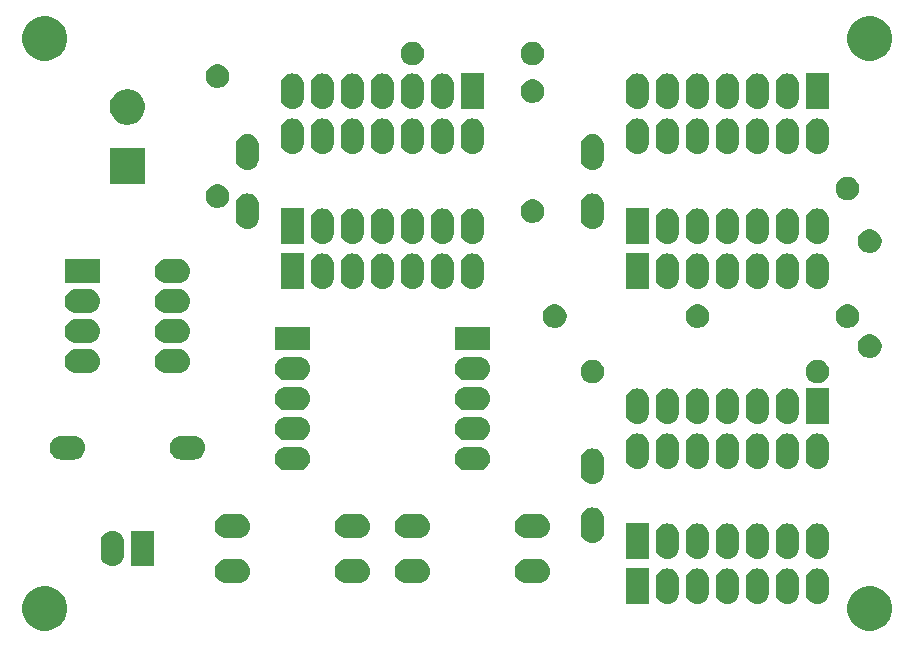
<source format=gbr>
G04 #@! TF.GenerationSoftware,KiCad,Pcbnew,5.0.2-bee76a0~70~ubuntu16.04.1*
G04 #@! TF.CreationDate,2019-11-25T00:15:11-03:00*
G04 #@! TF.ProjectId,circuito-01-com-defeito-trilhas-0.5mm,63697263-7569-4746-9f2d-30312d636f6d,02*
G04 #@! TF.SameCoordinates,Original*
G04 #@! TF.FileFunction,Soldermask,Bot*
G04 #@! TF.FilePolarity,Negative*
%FSLAX46Y46*%
G04 Gerber Fmt 4.6, Leading zero omitted, Abs format (unit mm)*
G04 Created by KiCad (PCBNEW 5.0.2-bee76a0~70~ubuntu16.04.1) date Seg 25 Nov 2019 00:15:11 -03*
%MOMM*%
%LPD*%
G01*
G04 APERTURE LIST*
%ADD10C,0.100000*%
G04 APERTURE END LIST*
D10*
G36*
X181529209Y-119458016D02*
X181874986Y-119601241D01*
X182186182Y-119809176D01*
X182450824Y-120073818D01*
X182658759Y-120385014D01*
X182801984Y-120730791D01*
X182875000Y-121097865D01*
X182875000Y-121472135D01*
X182801984Y-121839209D01*
X182658759Y-122184986D01*
X182450824Y-122496182D01*
X182186182Y-122760824D01*
X181874986Y-122968759D01*
X181529209Y-123111984D01*
X181162135Y-123185000D01*
X180787865Y-123185000D01*
X180420791Y-123111984D01*
X180075014Y-122968759D01*
X179763818Y-122760824D01*
X179499176Y-122496182D01*
X179291241Y-122184986D01*
X179148016Y-121839209D01*
X179075000Y-121472135D01*
X179075000Y-121097865D01*
X179148016Y-120730791D01*
X179291241Y-120385014D01*
X179499176Y-120073818D01*
X179763818Y-119809176D01*
X180075014Y-119601241D01*
X180420791Y-119458016D01*
X180787865Y-119385000D01*
X181162135Y-119385000D01*
X181529209Y-119458016D01*
X181529209Y-119458016D01*
G37*
G36*
X111679209Y-119458016D02*
X112024986Y-119601241D01*
X112336182Y-119809176D01*
X112600824Y-120073818D01*
X112808759Y-120385014D01*
X112951984Y-120730791D01*
X113025000Y-121097865D01*
X113025000Y-121472135D01*
X112951984Y-121839209D01*
X112808759Y-122184986D01*
X112600824Y-122496182D01*
X112336182Y-122760824D01*
X112024986Y-122968759D01*
X111679209Y-123111984D01*
X111312135Y-123185000D01*
X110937865Y-123185000D01*
X110570791Y-123111984D01*
X110225014Y-122968759D01*
X109913818Y-122760824D01*
X109649176Y-122496182D01*
X109441241Y-122184986D01*
X109298016Y-121839209D01*
X109225000Y-121472135D01*
X109225000Y-121097865D01*
X109298016Y-120730791D01*
X109441241Y-120385014D01*
X109649176Y-120073818D01*
X109913818Y-119809176D01*
X110225014Y-119601241D01*
X110570791Y-119458016D01*
X110937865Y-119385000D01*
X111312135Y-119385000D01*
X111679209Y-119458016D01*
X111679209Y-119458016D01*
G37*
G36*
X171646029Y-117894469D02*
X171646032Y-117894470D01*
X171646033Y-117894470D01*
X171834534Y-117951651D01*
X171834536Y-117951652D01*
X171834539Y-117951653D01*
X172008258Y-118044507D01*
X172160528Y-118169472D01*
X172285491Y-118321740D01*
X172285492Y-118321742D01*
X172378349Y-118495465D01*
X172435530Y-118683966D01*
X172435531Y-118683970D01*
X172450000Y-118830876D01*
X172450000Y-119929124D01*
X172435531Y-120076030D01*
X172435530Y-120076033D01*
X172435530Y-120076034D01*
X172378350Y-120264533D01*
X172378348Y-120264537D01*
X172285491Y-120438260D01*
X172160528Y-120590528D01*
X172008260Y-120715491D01*
X172008258Y-120715492D01*
X171834535Y-120808349D01*
X171646034Y-120865530D01*
X171646033Y-120865530D01*
X171646030Y-120865531D01*
X171450000Y-120884838D01*
X171253971Y-120865531D01*
X171253968Y-120865530D01*
X171253967Y-120865530D01*
X171065466Y-120808349D01*
X170891743Y-120715492D01*
X170891741Y-120715491D01*
X170739473Y-120590528D01*
X170614510Y-120438260D01*
X170521651Y-120264533D01*
X170464469Y-120076035D01*
X170450000Y-119929124D01*
X170450000Y-118830877D01*
X170464469Y-118683971D01*
X170464470Y-118683967D01*
X170521651Y-118495466D01*
X170521652Y-118495464D01*
X170521653Y-118495461D01*
X170614507Y-118321742D01*
X170739472Y-118169472D01*
X170891740Y-118044509D01*
X171065463Y-117951652D01*
X171065465Y-117951651D01*
X171253966Y-117894470D01*
X171253967Y-117894470D01*
X171253970Y-117894469D01*
X171450000Y-117875162D01*
X171646029Y-117894469D01*
X171646029Y-117894469D01*
G37*
G36*
X164026029Y-117894469D02*
X164026032Y-117894470D01*
X164026033Y-117894470D01*
X164214534Y-117951651D01*
X164214536Y-117951652D01*
X164214539Y-117951653D01*
X164388258Y-118044507D01*
X164540528Y-118169472D01*
X164665491Y-118321740D01*
X164665492Y-118321742D01*
X164758349Y-118495465D01*
X164815530Y-118683966D01*
X164815531Y-118683970D01*
X164830000Y-118830876D01*
X164830000Y-119929124D01*
X164815531Y-120076030D01*
X164815530Y-120076033D01*
X164815530Y-120076034D01*
X164758350Y-120264533D01*
X164758348Y-120264537D01*
X164665491Y-120438260D01*
X164540528Y-120590528D01*
X164388260Y-120715491D01*
X164388258Y-120715492D01*
X164214535Y-120808349D01*
X164026034Y-120865530D01*
X164026033Y-120865530D01*
X164026030Y-120865531D01*
X163830000Y-120884838D01*
X163633971Y-120865531D01*
X163633968Y-120865530D01*
X163633967Y-120865530D01*
X163445466Y-120808349D01*
X163271743Y-120715492D01*
X163271741Y-120715491D01*
X163119473Y-120590528D01*
X162994510Y-120438260D01*
X162901651Y-120264533D01*
X162844469Y-120076035D01*
X162830000Y-119929124D01*
X162830000Y-118830877D01*
X162844469Y-118683971D01*
X162844470Y-118683967D01*
X162901651Y-118495466D01*
X162901652Y-118495464D01*
X162901653Y-118495461D01*
X162994507Y-118321742D01*
X163119472Y-118169472D01*
X163271740Y-118044509D01*
X163445463Y-117951652D01*
X163445465Y-117951651D01*
X163633966Y-117894470D01*
X163633967Y-117894470D01*
X163633970Y-117894469D01*
X163830000Y-117875162D01*
X164026029Y-117894469D01*
X164026029Y-117894469D01*
G37*
G36*
X176726029Y-117894469D02*
X176726032Y-117894470D01*
X176726033Y-117894470D01*
X176914534Y-117951651D01*
X176914536Y-117951652D01*
X176914539Y-117951653D01*
X177088258Y-118044507D01*
X177240528Y-118169472D01*
X177365491Y-118321740D01*
X177365492Y-118321742D01*
X177458349Y-118495465D01*
X177515530Y-118683966D01*
X177515531Y-118683970D01*
X177530000Y-118830876D01*
X177530000Y-119929124D01*
X177515531Y-120076030D01*
X177515530Y-120076033D01*
X177515530Y-120076034D01*
X177458350Y-120264533D01*
X177458348Y-120264537D01*
X177365491Y-120438260D01*
X177240528Y-120590528D01*
X177088260Y-120715491D01*
X177088258Y-120715492D01*
X176914535Y-120808349D01*
X176726034Y-120865530D01*
X176726033Y-120865530D01*
X176726030Y-120865531D01*
X176530000Y-120884838D01*
X176333971Y-120865531D01*
X176333968Y-120865530D01*
X176333967Y-120865530D01*
X176145466Y-120808349D01*
X175971743Y-120715492D01*
X175971741Y-120715491D01*
X175819473Y-120590528D01*
X175694510Y-120438260D01*
X175601651Y-120264533D01*
X175544469Y-120076035D01*
X175530000Y-119929124D01*
X175530000Y-118830877D01*
X175544469Y-118683971D01*
X175544470Y-118683967D01*
X175601651Y-118495466D01*
X175601652Y-118495464D01*
X175601653Y-118495461D01*
X175694507Y-118321742D01*
X175819472Y-118169472D01*
X175971740Y-118044509D01*
X176145463Y-117951652D01*
X176145465Y-117951651D01*
X176333966Y-117894470D01*
X176333967Y-117894470D01*
X176333970Y-117894469D01*
X176530000Y-117875162D01*
X176726029Y-117894469D01*
X176726029Y-117894469D01*
G37*
G36*
X174186029Y-117894469D02*
X174186032Y-117894470D01*
X174186033Y-117894470D01*
X174374534Y-117951651D01*
X174374536Y-117951652D01*
X174374539Y-117951653D01*
X174548258Y-118044507D01*
X174700528Y-118169472D01*
X174825491Y-118321740D01*
X174825492Y-118321742D01*
X174918349Y-118495465D01*
X174975530Y-118683966D01*
X174975531Y-118683970D01*
X174990000Y-118830876D01*
X174990000Y-119929124D01*
X174975531Y-120076030D01*
X174975530Y-120076033D01*
X174975530Y-120076034D01*
X174918350Y-120264533D01*
X174918348Y-120264537D01*
X174825491Y-120438260D01*
X174700528Y-120590528D01*
X174548260Y-120715491D01*
X174548258Y-120715492D01*
X174374535Y-120808349D01*
X174186034Y-120865530D01*
X174186033Y-120865530D01*
X174186030Y-120865531D01*
X173990000Y-120884838D01*
X173793971Y-120865531D01*
X173793968Y-120865530D01*
X173793967Y-120865530D01*
X173605466Y-120808349D01*
X173431743Y-120715492D01*
X173431741Y-120715491D01*
X173279473Y-120590528D01*
X173154510Y-120438260D01*
X173061651Y-120264533D01*
X173004469Y-120076035D01*
X172990000Y-119929124D01*
X172990000Y-118830877D01*
X173004469Y-118683971D01*
X173004470Y-118683967D01*
X173061651Y-118495466D01*
X173061652Y-118495464D01*
X173061653Y-118495461D01*
X173154507Y-118321742D01*
X173279472Y-118169472D01*
X173431740Y-118044509D01*
X173605463Y-117951652D01*
X173605465Y-117951651D01*
X173793966Y-117894470D01*
X173793967Y-117894470D01*
X173793970Y-117894469D01*
X173990000Y-117875162D01*
X174186029Y-117894469D01*
X174186029Y-117894469D01*
G37*
G36*
X169106029Y-117894469D02*
X169106032Y-117894470D01*
X169106033Y-117894470D01*
X169294534Y-117951651D01*
X169294536Y-117951652D01*
X169294539Y-117951653D01*
X169468258Y-118044507D01*
X169620528Y-118169472D01*
X169745491Y-118321740D01*
X169745492Y-118321742D01*
X169838349Y-118495465D01*
X169895530Y-118683966D01*
X169895531Y-118683970D01*
X169910000Y-118830876D01*
X169910000Y-119929124D01*
X169895531Y-120076030D01*
X169895530Y-120076033D01*
X169895530Y-120076034D01*
X169838350Y-120264533D01*
X169838348Y-120264537D01*
X169745491Y-120438260D01*
X169620528Y-120590528D01*
X169468260Y-120715491D01*
X169468258Y-120715492D01*
X169294535Y-120808349D01*
X169106034Y-120865530D01*
X169106033Y-120865530D01*
X169106030Y-120865531D01*
X168910000Y-120884838D01*
X168713971Y-120865531D01*
X168713968Y-120865530D01*
X168713967Y-120865530D01*
X168525466Y-120808349D01*
X168351743Y-120715492D01*
X168351741Y-120715491D01*
X168199473Y-120590528D01*
X168074510Y-120438260D01*
X167981651Y-120264533D01*
X167924469Y-120076035D01*
X167910000Y-119929124D01*
X167910000Y-118830877D01*
X167924469Y-118683971D01*
X167924470Y-118683967D01*
X167981651Y-118495466D01*
X167981652Y-118495464D01*
X167981653Y-118495461D01*
X168074507Y-118321742D01*
X168199472Y-118169472D01*
X168351740Y-118044509D01*
X168525463Y-117951652D01*
X168525465Y-117951651D01*
X168713966Y-117894470D01*
X168713967Y-117894470D01*
X168713970Y-117894469D01*
X168910000Y-117875162D01*
X169106029Y-117894469D01*
X169106029Y-117894469D01*
G37*
G36*
X166566029Y-117894469D02*
X166566032Y-117894470D01*
X166566033Y-117894470D01*
X166754534Y-117951651D01*
X166754536Y-117951652D01*
X166754539Y-117951653D01*
X166928258Y-118044507D01*
X167080528Y-118169472D01*
X167205491Y-118321740D01*
X167205492Y-118321742D01*
X167298349Y-118495465D01*
X167355530Y-118683966D01*
X167355531Y-118683970D01*
X167370000Y-118830876D01*
X167370000Y-119929124D01*
X167355531Y-120076030D01*
X167355530Y-120076033D01*
X167355530Y-120076034D01*
X167298350Y-120264533D01*
X167298348Y-120264537D01*
X167205491Y-120438260D01*
X167080528Y-120590528D01*
X166928260Y-120715491D01*
X166928258Y-120715492D01*
X166754535Y-120808349D01*
X166566034Y-120865530D01*
X166566033Y-120865530D01*
X166566030Y-120865531D01*
X166370000Y-120884838D01*
X166173971Y-120865531D01*
X166173968Y-120865530D01*
X166173967Y-120865530D01*
X165985466Y-120808349D01*
X165811743Y-120715492D01*
X165811741Y-120715491D01*
X165659473Y-120590528D01*
X165534510Y-120438260D01*
X165441651Y-120264533D01*
X165384469Y-120076035D01*
X165370000Y-119929124D01*
X165370000Y-118830877D01*
X165384469Y-118683971D01*
X165384470Y-118683967D01*
X165441651Y-118495466D01*
X165441652Y-118495464D01*
X165441653Y-118495461D01*
X165534507Y-118321742D01*
X165659472Y-118169472D01*
X165811740Y-118044509D01*
X165985463Y-117951652D01*
X165985465Y-117951651D01*
X166173966Y-117894470D01*
X166173967Y-117894470D01*
X166173970Y-117894469D01*
X166370000Y-117875162D01*
X166566029Y-117894469D01*
X166566029Y-117894469D01*
G37*
G36*
X162290000Y-120880000D02*
X160290000Y-120880000D01*
X160290000Y-117880000D01*
X162290000Y-117880000D01*
X162290000Y-120880000D01*
X162290000Y-120880000D01*
G37*
G36*
X127696030Y-117124469D02*
X127696033Y-117124470D01*
X127696034Y-117124470D01*
X127884535Y-117181651D01*
X127884537Y-117181652D01*
X128058260Y-117274509D01*
X128210528Y-117399472D01*
X128335491Y-117551740D01*
X128335492Y-117551742D01*
X128428349Y-117725465D01*
X128479616Y-117894470D01*
X128485531Y-117913970D01*
X128504838Y-118110000D01*
X128485531Y-118306030D01*
X128485530Y-118306033D01*
X128485530Y-118306034D01*
X128480766Y-118321740D01*
X128428348Y-118494537D01*
X128335491Y-118668260D01*
X128210528Y-118820528D01*
X128058260Y-118945491D01*
X128058258Y-118945492D01*
X127884535Y-119038349D01*
X127696034Y-119095530D01*
X127696033Y-119095530D01*
X127696030Y-119095531D01*
X127549124Y-119110000D01*
X126450876Y-119110000D01*
X126303970Y-119095531D01*
X126303967Y-119095530D01*
X126303966Y-119095530D01*
X126115465Y-119038349D01*
X125941742Y-118945492D01*
X125941740Y-118945491D01*
X125789472Y-118820528D01*
X125664509Y-118668260D01*
X125571652Y-118494537D01*
X125519235Y-118321740D01*
X125514470Y-118306034D01*
X125514470Y-118306033D01*
X125514469Y-118306030D01*
X125495162Y-118110000D01*
X125514469Y-117913970D01*
X125520384Y-117894470D01*
X125571651Y-117725465D01*
X125664508Y-117551742D01*
X125664509Y-117551740D01*
X125789472Y-117399472D01*
X125941740Y-117274509D01*
X126115463Y-117181652D01*
X126115465Y-117181651D01*
X126303966Y-117124470D01*
X126303967Y-117124470D01*
X126303970Y-117124469D01*
X126450876Y-117110000D01*
X127549124Y-117110000D01*
X127696030Y-117124469D01*
X127696030Y-117124469D01*
G37*
G36*
X153096030Y-117124469D02*
X153096033Y-117124470D01*
X153096034Y-117124470D01*
X153284535Y-117181651D01*
X153284537Y-117181652D01*
X153458260Y-117274509D01*
X153610528Y-117399472D01*
X153735491Y-117551740D01*
X153735492Y-117551742D01*
X153828349Y-117725465D01*
X153879616Y-117894470D01*
X153885531Y-117913970D01*
X153904838Y-118110000D01*
X153885531Y-118306030D01*
X153885530Y-118306033D01*
X153885530Y-118306034D01*
X153880766Y-118321740D01*
X153828348Y-118494537D01*
X153735491Y-118668260D01*
X153610528Y-118820528D01*
X153458260Y-118945491D01*
X153458258Y-118945492D01*
X153284535Y-119038349D01*
X153096034Y-119095530D01*
X153096033Y-119095530D01*
X153096030Y-119095531D01*
X152949124Y-119110000D01*
X151850876Y-119110000D01*
X151703970Y-119095531D01*
X151703967Y-119095530D01*
X151703966Y-119095530D01*
X151515465Y-119038349D01*
X151341742Y-118945492D01*
X151341740Y-118945491D01*
X151189472Y-118820528D01*
X151064509Y-118668260D01*
X150971652Y-118494537D01*
X150919235Y-118321740D01*
X150914470Y-118306034D01*
X150914470Y-118306033D01*
X150914469Y-118306030D01*
X150895162Y-118110000D01*
X150914469Y-117913970D01*
X150920384Y-117894470D01*
X150971651Y-117725465D01*
X151064508Y-117551742D01*
X151064509Y-117551740D01*
X151189472Y-117399472D01*
X151341740Y-117274509D01*
X151515463Y-117181652D01*
X151515465Y-117181651D01*
X151703966Y-117124470D01*
X151703967Y-117124470D01*
X151703970Y-117124469D01*
X151850876Y-117110000D01*
X152949124Y-117110000D01*
X153096030Y-117124469D01*
X153096030Y-117124469D01*
G37*
G36*
X142936030Y-117124469D02*
X142936033Y-117124470D01*
X142936034Y-117124470D01*
X143124535Y-117181651D01*
X143124537Y-117181652D01*
X143298260Y-117274509D01*
X143450528Y-117399472D01*
X143575491Y-117551740D01*
X143575492Y-117551742D01*
X143668349Y-117725465D01*
X143719616Y-117894470D01*
X143725531Y-117913970D01*
X143744838Y-118110000D01*
X143725531Y-118306030D01*
X143725530Y-118306033D01*
X143725530Y-118306034D01*
X143720766Y-118321740D01*
X143668348Y-118494537D01*
X143575491Y-118668260D01*
X143450528Y-118820528D01*
X143298260Y-118945491D01*
X143298258Y-118945492D01*
X143124535Y-119038349D01*
X142936034Y-119095530D01*
X142936033Y-119095530D01*
X142936030Y-119095531D01*
X142789124Y-119110000D01*
X141690876Y-119110000D01*
X141543970Y-119095531D01*
X141543967Y-119095530D01*
X141543966Y-119095530D01*
X141355465Y-119038349D01*
X141181742Y-118945492D01*
X141181740Y-118945491D01*
X141029472Y-118820528D01*
X140904509Y-118668260D01*
X140811652Y-118494537D01*
X140759235Y-118321740D01*
X140754470Y-118306034D01*
X140754470Y-118306033D01*
X140754469Y-118306030D01*
X140735162Y-118110000D01*
X140754469Y-117913970D01*
X140760384Y-117894470D01*
X140811651Y-117725465D01*
X140904508Y-117551742D01*
X140904509Y-117551740D01*
X141029472Y-117399472D01*
X141181740Y-117274509D01*
X141355463Y-117181652D01*
X141355465Y-117181651D01*
X141543966Y-117124470D01*
X141543967Y-117124470D01*
X141543970Y-117124469D01*
X141690876Y-117110000D01*
X142789124Y-117110000D01*
X142936030Y-117124469D01*
X142936030Y-117124469D01*
G37*
G36*
X137856030Y-117124469D02*
X137856033Y-117124470D01*
X137856034Y-117124470D01*
X138044535Y-117181651D01*
X138044537Y-117181652D01*
X138218260Y-117274509D01*
X138370528Y-117399472D01*
X138495491Y-117551740D01*
X138495492Y-117551742D01*
X138588349Y-117725465D01*
X138639616Y-117894470D01*
X138645531Y-117913970D01*
X138664838Y-118110000D01*
X138645531Y-118306030D01*
X138645530Y-118306033D01*
X138645530Y-118306034D01*
X138640766Y-118321740D01*
X138588348Y-118494537D01*
X138495491Y-118668260D01*
X138370528Y-118820528D01*
X138218260Y-118945491D01*
X138218258Y-118945492D01*
X138044535Y-119038349D01*
X137856034Y-119095530D01*
X137856033Y-119095530D01*
X137856030Y-119095531D01*
X137709124Y-119110000D01*
X136610876Y-119110000D01*
X136463970Y-119095531D01*
X136463967Y-119095530D01*
X136463966Y-119095530D01*
X136275465Y-119038349D01*
X136101742Y-118945492D01*
X136101740Y-118945491D01*
X135949472Y-118820528D01*
X135824509Y-118668260D01*
X135731652Y-118494537D01*
X135679235Y-118321740D01*
X135674470Y-118306034D01*
X135674470Y-118306033D01*
X135674469Y-118306030D01*
X135655162Y-118110000D01*
X135674469Y-117913970D01*
X135680384Y-117894470D01*
X135731651Y-117725465D01*
X135824508Y-117551742D01*
X135824509Y-117551740D01*
X135949472Y-117399472D01*
X136101740Y-117274509D01*
X136275463Y-117181652D01*
X136275465Y-117181651D01*
X136463966Y-117124470D01*
X136463967Y-117124470D01*
X136463970Y-117124469D01*
X136610876Y-117110000D01*
X137709124Y-117110000D01*
X137856030Y-117124469D01*
X137856030Y-117124469D01*
G37*
G36*
X117036030Y-114719469D02*
X117036033Y-114719470D01*
X117036034Y-114719470D01*
X117224535Y-114776651D01*
X117224537Y-114776652D01*
X117398260Y-114869509D01*
X117550528Y-114994472D01*
X117675491Y-115146740D01*
X117675492Y-115146742D01*
X117768349Y-115320465D01*
X117825530Y-115508966D01*
X117825531Y-115508970D01*
X117840000Y-115655876D01*
X117840000Y-116754124D01*
X117825531Y-116901030D01*
X117825530Y-116901033D01*
X117825530Y-116901034D01*
X117774275Y-117070000D01*
X117768348Y-117089537D01*
X117675491Y-117263260D01*
X117550528Y-117415528D01*
X117398258Y-117540493D01*
X117224539Y-117633347D01*
X117224536Y-117633348D01*
X117224534Y-117633349D01*
X117036033Y-117690530D01*
X117036032Y-117690530D01*
X117036029Y-117690531D01*
X116840000Y-117709838D01*
X116643970Y-117690531D01*
X116643967Y-117690530D01*
X116643966Y-117690530D01*
X116455465Y-117633349D01*
X116302789Y-117551742D01*
X116281740Y-117540491D01*
X116129472Y-117415528D01*
X116004507Y-117263258D01*
X115911653Y-117089539D01*
X115905726Y-117070000D01*
X115854470Y-116901033D01*
X115854470Y-116901032D01*
X115854469Y-116901029D01*
X115840000Y-116754123D01*
X115840000Y-115655876D01*
X115854469Y-115508965D01*
X115911651Y-115320467D01*
X116004510Y-115146740D01*
X116129473Y-114994472D01*
X116281741Y-114869509D01*
X116455464Y-114776652D01*
X116455466Y-114776651D01*
X116643967Y-114719470D01*
X116643968Y-114719470D01*
X116643971Y-114719469D01*
X116840000Y-114700162D01*
X117036030Y-114719469D01*
X117036030Y-114719469D01*
G37*
G36*
X120380000Y-117705000D02*
X118380000Y-117705000D01*
X118380000Y-114705000D01*
X120380000Y-114705000D01*
X120380000Y-117705000D01*
X120380000Y-117705000D01*
G37*
G36*
X166566029Y-114084469D02*
X166566032Y-114084470D01*
X166566033Y-114084470D01*
X166754534Y-114141651D01*
X166754536Y-114141652D01*
X166754539Y-114141653D01*
X166928258Y-114234507D01*
X167080528Y-114359472D01*
X167205491Y-114511740D01*
X167205492Y-114511742D01*
X167298349Y-114685465D01*
X167354178Y-114869509D01*
X167355531Y-114873970D01*
X167370000Y-115020876D01*
X167370000Y-116119124D01*
X167355531Y-116266030D01*
X167355530Y-116266033D01*
X167355530Y-116266034D01*
X167298350Y-116454533D01*
X167298348Y-116454537D01*
X167205491Y-116628260D01*
X167080528Y-116780528D01*
X166928260Y-116905491D01*
X166928258Y-116905492D01*
X166754535Y-116998349D01*
X166566034Y-117055530D01*
X166566033Y-117055530D01*
X166566030Y-117055531D01*
X166370000Y-117074838D01*
X166173971Y-117055531D01*
X166173968Y-117055530D01*
X166173967Y-117055530D01*
X165985466Y-116998349D01*
X165811743Y-116905492D01*
X165811741Y-116905491D01*
X165659473Y-116780528D01*
X165534510Y-116628260D01*
X165441651Y-116454533D01*
X165384469Y-116266035D01*
X165370000Y-116119124D01*
X165370000Y-115020877D01*
X165384469Y-114873971D01*
X165384470Y-114873967D01*
X165441651Y-114685466D01*
X165441652Y-114685464D01*
X165441653Y-114685461D01*
X165534507Y-114511742D01*
X165659472Y-114359472D01*
X165811740Y-114234509D01*
X165985463Y-114141652D01*
X165985465Y-114141651D01*
X166173966Y-114084470D01*
X166173967Y-114084470D01*
X166173970Y-114084469D01*
X166370000Y-114065162D01*
X166566029Y-114084469D01*
X166566029Y-114084469D01*
G37*
G36*
X174186029Y-114084469D02*
X174186032Y-114084470D01*
X174186033Y-114084470D01*
X174374534Y-114141651D01*
X174374536Y-114141652D01*
X174374539Y-114141653D01*
X174548258Y-114234507D01*
X174700528Y-114359472D01*
X174825491Y-114511740D01*
X174825492Y-114511742D01*
X174918349Y-114685465D01*
X174974178Y-114869509D01*
X174975531Y-114873970D01*
X174990000Y-115020876D01*
X174990000Y-116119124D01*
X174975531Y-116266030D01*
X174975530Y-116266033D01*
X174975530Y-116266034D01*
X174918350Y-116454533D01*
X174918348Y-116454537D01*
X174825491Y-116628260D01*
X174700528Y-116780528D01*
X174548260Y-116905491D01*
X174548258Y-116905492D01*
X174374535Y-116998349D01*
X174186034Y-117055530D01*
X174186033Y-117055530D01*
X174186030Y-117055531D01*
X173990000Y-117074838D01*
X173793971Y-117055531D01*
X173793968Y-117055530D01*
X173793967Y-117055530D01*
X173605466Y-116998349D01*
X173431743Y-116905492D01*
X173431741Y-116905491D01*
X173279473Y-116780528D01*
X173154510Y-116628260D01*
X173061651Y-116454533D01*
X173004469Y-116266035D01*
X172990000Y-116119124D01*
X172990000Y-115020877D01*
X173004469Y-114873971D01*
X173004470Y-114873967D01*
X173061651Y-114685466D01*
X173061652Y-114685464D01*
X173061653Y-114685461D01*
X173154507Y-114511742D01*
X173279472Y-114359472D01*
X173431740Y-114234509D01*
X173605463Y-114141652D01*
X173605465Y-114141651D01*
X173793966Y-114084470D01*
X173793967Y-114084470D01*
X173793970Y-114084469D01*
X173990000Y-114065162D01*
X174186029Y-114084469D01*
X174186029Y-114084469D01*
G37*
G36*
X176726029Y-114084469D02*
X176726032Y-114084470D01*
X176726033Y-114084470D01*
X176914534Y-114141651D01*
X176914536Y-114141652D01*
X176914539Y-114141653D01*
X177088258Y-114234507D01*
X177240528Y-114359472D01*
X177365491Y-114511740D01*
X177365492Y-114511742D01*
X177458349Y-114685465D01*
X177514178Y-114869509D01*
X177515531Y-114873970D01*
X177530000Y-115020876D01*
X177530000Y-116119124D01*
X177515531Y-116266030D01*
X177515530Y-116266033D01*
X177515530Y-116266034D01*
X177458350Y-116454533D01*
X177458348Y-116454537D01*
X177365491Y-116628260D01*
X177240528Y-116780528D01*
X177088260Y-116905491D01*
X177088258Y-116905492D01*
X176914535Y-116998349D01*
X176726034Y-117055530D01*
X176726033Y-117055530D01*
X176726030Y-117055531D01*
X176530000Y-117074838D01*
X176333971Y-117055531D01*
X176333968Y-117055530D01*
X176333967Y-117055530D01*
X176145466Y-116998349D01*
X175971743Y-116905492D01*
X175971741Y-116905491D01*
X175819473Y-116780528D01*
X175694510Y-116628260D01*
X175601651Y-116454533D01*
X175544469Y-116266035D01*
X175530000Y-116119124D01*
X175530000Y-115020877D01*
X175544469Y-114873971D01*
X175544470Y-114873967D01*
X175601651Y-114685466D01*
X175601652Y-114685464D01*
X175601653Y-114685461D01*
X175694507Y-114511742D01*
X175819472Y-114359472D01*
X175971740Y-114234509D01*
X176145463Y-114141652D01*
X176145465Y-114141651D01*
X176333966Y-114084470D01*
X176333967Y-114084470D01*
X176333970Y-114084469D01*
X176530000Y-114065162D01*
X176726029Y-114084469D01*
X176726029Y-114084469D01*
G37*
G36*
X171646029Y-114084469D02*
X171646032Y-114084470D01*
X171646033Y-114084470D01*
X171834534Y-114141651D01*
X171834536Y-114141652D01*
X171834539Y-114141653D01*
X172008258Y-114234507D01*
X172160528Y-114359472D01*
X172285491Y-114511740D01*
X172285492Y-114511742D01*
X172378349Y-114685465D01*
X172434178Y-114869509D01*
X172435531Y-114873970D01*
X172450000Y-115020876D01*
X172450000Y-116119124D01*
X172435531Y-116266030D01*
X172435530Y-116266033D01*
X172435530Y-116266034D01*
X172378350Y-116454533D01*
X172378348Y-116454537D01*
X172285491Y-116628260D01*
X172160528Y-116780528D01*
X172008260Y-116905491D01*
X172008258Y-116905492D01*
X171834535Y-116998349D01*
X171646034Y-117055530D01*
X171646033Y-117055530D01*
X171646030Y-117055531D01*
X171450000Y-117074838D01*
X171253971Y-117055531D01*
X171253968Y-117055530D01*
X171253967Y-117055530D01*
X171065466Y-116998349D01*
X170891743Y-116905492D01*
X170891741Y-116905491D01*
X170739473Y-116780528D01*
X170614510Y-116628260D01*
X170521651Y-116454533D01*
X170464469Y-116266035D01*
X170450000Y-116119124D01*
X170450000Y-115020877D01*
X170464469Y-114873971D01*
X170464470Y-114873967D01*
X170521651Y-114685466D01*
X170521652Y-114685464D01*
X170521653Y-114685461D01*
X170614507Y-114511742D01*
X170739472Y-114359472D01*
X170891740Y-114234509D01*
X171065463Y-114141652D01*
X171065465Y-114141651D01*
X171253966Y-114084470D01*
X171253967Y-114084470D01*
X171253970Y-114084469D01*
X171450000Y-114065162D01*
X171646029Y-114084469D01*
X171646029Y-114084469D01*
G37*
G36*
X169106029Y-114084469D02*
X169106032Y-114084470D01*
X169106033Y-114084470D01*
X169294534Y-114141651D01*
X169294536Y-114141652D01*
X169294539Y-114141653D01*
X169468258Y-114234507D01*
X169620528Y-114359472D01*
X169745491Y-114511740D01*
X169745492Y-114511742D01*
X169838349Y-114685465D01*
X169894178Y-114869509D01*
X169895531Y-114873970D01*
X169910000Y-115020876D01*
X169910000Y-116119124D01*
X169895531Y-116266030D01*
X169895530Y-116266033D01*
X169895530Y-116266034D01*
X169838350Y-116454533D01*
X169838348Y-116454537D01*
X169745491Y-116628260D01*
X169620528Y-116780528D01*
X169468260Y-116905491D01*
X169468258Y-116905492D01*
X169294535Y-116998349D01*
X169106034Y-117055530D01*
X169106033Y-117055530D01*
X169106030Y-117055531D01*
X168910000Y-117074838D01*
X168713971Y-117055531D01*
X168713968Y-117055530D01*
X168713967Y-117055530D01*
X168525466Y-116998349D01*
X168351743Y-116905492D01*
X168351741Y-116905491D01*
X168199473Y-116780528D01*
X168074510Y-116628260D01*
X167981651Y-116454533D01*
X167924469Y-116266035D01*
X167910000Y-116119124D01*
X167910000Y-115020877D01*
X167924469Y-114873971D01*
X167924470Y-114873967D01*
X167981651Y-114685466D01*
X167981652Y-114685464D01*
X167981653Y-114685461D01*
X168074507Y-114511742D01*
X168199472Y-114359472D01*
X168351740Y-114234509D01*
X168525463Y-114141652D01*
X168525465Y-114141651D01*
X168713966Y-114084470D01*
X168713967Y-114084470D01*
X168713970Y-114084469D01*
X168910000Y-114065162D01*
X169106029Y-114084469D01*
X169106029Y-114084469D01*
G37*
G36*
X164026029Y-114084469D02*
X164026032Y-114084470D01*
X164026033Y-114084470D01*
X164214534Y-114141651D01*
X164214536Y-114141652D01*
X164214539Y-114141653D01*
X164388258Y-114234507D01*
X164540528Y-114359472D01*
X164665491Y-114511740D01*
X164665492Y-114511742D01*
X164758349Y-114685465D01*
X164814178Y-114869509D01*
X164815531Y-114873970D01*
X164830000Y-115020876D01*
X164830000Y-116119124D01*
X164815531Y-116266030D01*
X164815530Y-116266033D01*
X164815530Y-116266034D01*
X164758350Y-116454533D01*
X164758348Y-116454537D01*
X164665491Y-116628260D01*
X164540528Y-116780528D01*
X164388260Y-116905491D01*
X164388258Y-116905492D01*
X164214535Y-116998349D01*
X164026034Y-117055530D01*
X164026033Y-117055530D01*
X164026030Y-117055531D01*
X163830000Y-117074838D01*
X163633971Y-117055531D01*
X163633968Y-117055530D01*
X163633967Y-117055530D01*
X163445466Y-116998349D01*
X163271743Y-116905492D01*
X163271741Y-116905491D01*
X163119473Y-116780528D01*
X162994510Y-116628260D01*
X162901651Y-116454533D01*
X162844469Y-116266035D01*
X162830000Y-116119124D01*
X162830000Y-115020877D01*
X162844469Y-114873971D01*
X162844470Y-114873967D01*
X162901651Y-114685466D01*
X162901652Y-114685464D01*
X162901653Y-114685461D01*
X162994507Y-114511742D01*
X163119472Y-114359472D01*
X163271740Y-114234509D01*
X163445463Y-114141652D01*
X163445465Y-114141651D01*
X163633966Y-114084470D01*
X163633967Y-114084470D01*
X163633970Y-114084469D01*
X163830000Y-114065162D01*
X164026029Y-114084469D01*
X164026029Y-114084469D01*
G37*
G36*
X162290000Y-117070000D02*
X160290000Y-117070000D01*
X160290000Y-114070000D01*
X162290000Y-114070000D01*
X162290000Y-117070000D01*
X162290000Y-117070000D01*
G37*
G36*
X157676030Y-112734469D02*
X157676033Y-112734470D01*
X157676034Y-112734470D01*
X157864535Y-112791651D01*
X157864537Y-112791652D01*
X158038260Y-112884509D01*
X158190528Y-113009472D01*
X158315491Y-113161740D01*
X158315492Y-113161742D01*
X158408349Y-113335465D01*
X158465530Y-113523966D01*
X158465531Y-113523970D01*
X158480000Y-113670876D01*
X158480000Y-114769124D01*
X158465531Y-114916030D01*
X158465530Y-114916033D01*
X158465530Y-114916034D01*
X158433727Y-115020876D01*
X158408348Y-115104537D01*
X158315491Y-115278260D01*
X158190528Y-115430528D01*
X158038258Y-115555493D01*
X157864539Y-115648347D01*
X157864536Y-115648348D01*
X157864534Y-115648349D01*
X157676033Y-115705530D01*
X157676032Y-115705530D01*
X157676029Y-115705531D01*
X157480000Y-115724838D01*
X157283970Y-115705531D01*
X157283967Y-115705530D01*
X157283966Y-115705530D01*
X157095465Y-115648349D01*
X156921742Y-115555492D01*
X156921740Y-115555491D01*
X156769472Y-115430528D01*
X156644507Y-115278258D01*
X156551653Y-115104539D01*
X156526276Y-115020881D01*
X156494470Y-114916033D01*
X156494470Y-114916032D01*
X156494469Y-114916029D01*
X156480000Y-114769123D01*
X156480000Y-113670876D01*
X156494469Y-113523965D01*
X156551651Y-113335467D01*
X156570609Y-113300000D01*
X156644509Y-113161742D01*
X156644510Y-113161740D01*
X156769473Y-113009472D01*
X156921741Y-112884509D01*
X157095464Y-112791652D01*
X157095466Y-112791651D01*
X157283967Y-112734470D01*
X157283968Y-112734470D01*
X157283971Y-112734469D01*
X157480000Y-112715162D01*
X157676030Y-112734469D01*
X157676030Y-112734469D01*
G37*
G36*
X127696030Y-113314469D02*
X127696033Y-113314470D01*
X127696034Y-113314470D01*
X127884535Y-113371651D01*
X127884537Y-113371652D01*
X128058260Y-113464509D01*
X128210528Y-113589472D01*
X128335491Y-113741740D01*
X128335492Y-113741742D01*
X128428349Y-113915465D01*
X128479616Y-114084470D01*
X128485531Y-114103970D01*
X128504838Y-114300000D01*
X128485531Y-114496030D01*
X128485530Y-114496033D01*
X128485530Y-114496034D01*
X128480766Y-114511740D01*
X128428348Y-114684537D01*
X128335491Y-114858260D01*
X128210528Y-115010528D01*
X128058260Y-115135491D01*
X128037211Y-115146742D01*
X127884535Y-115228349D01*
X127696034Y-115285530D01*
X127696033Y-115285530D01*
X127696030Y-115285531D01*
X127549124Y-115300000D01*
X126450876Y-115300000D01*
X126303970Y-115285531D01*
X126303967Y-115285530D01*
X126303966Y-115285530D01*
X126115465Y-115228349D01*
X125962789Y-115146742D01*
X125941740Y-115135491D01*
X125789472Y-115010528D01*
X125664509Y-114858260D01*
X125571652Y-114684537D01*
X125519235Y-114511740D01*
X125514470Y-114496034D01*
X125514470Y-114496033D01*
X125514469Y-114496030D01*
X125495162Y-114300000D01*
X125514469Y-114103970D01*
X125520384Y-114084470D01*
X125571651Y-113915465D01*
X125664508Y-113741742D01*
X125664509Y-113741740D01*
X125789472Y-113589472D01*
X125941740Y-113464509D01*
X126115463Y-113371652D01*
X126115465Y-113371651D01*
X126303966Y-113314470D01*
X126303967Y-113314470D01*
X126303970Y-113314469D01*
X126450876Y-113300000D01*
X127549124Y-113300000D01*
X127696030Y-113314469D01*
X127696030Y-113314469D01*
G37*
G36*
X137856030Y-113314469D02*
X137856033Y-113314470D01*
X137856034Y-113314470D01*
X138044535Y-113371651D01*
X138044537Y-113371652D01*
X138218260Y-113464509D01*
X138370528Y-113589472D01*
X138495491Y-113741740D01*
X138495492Y-113741742D01*
X138588349Y-113915465D01*
X138639616Y-114084470D01*
X138645531Y-114103970D01*
X138664838Y-114300000D01*
X138645531Y-114496030D01*
X138645530Y-114496033D01*
X138645530Y-114496034D01*
X138640766Y-114511740D01*
X138588348Y-114684537D01*
X138495491Y-114858260D01*
X138370528Y-115010528D01*
X138218260Y-115135491D01*
X138197211Y-115146742D01*
X138044535Y-115228349D01*
X137856034Y-115285530D01*
X137856033Y-115285530D01*
X137856030Y-115285531D01*
X137709124Y-115300000D01*
X136610876Y-115300000D01*
X136463970Y-115285531D01*
X136463967Y-115285530D01*
X136463966Y-115285530D01*
X136275465Y-115228349D01*
X136122789Y-115146742D01*
X136101740Y-115135491D01*
X135949472Y-115010528D01*
X135824509Y-114858260D01*
X135731652Y-114684537D01*
X135679235Y-114511740D01*
X135674470Y-114496034D01*
X135674470Y-114496033D01*
X135674469Y-114496030D01*
X135655162Y-114300000D01*
X135674469Y-114103970D01*
X135680384Y-114084470D01*
X135731651Y-113915465D01*
X135824508Y-113741742D01*
X135824509Y-113741740D01*
X135949472Y-113589472D01*
X136101740Y-113464509D01*
X136275463Y-113371652D01*
X136275465Y-113371651D01*
X136463966Y-113314470D01*
X136463967Y-113314470D01*
X136463970Y-113314469D01*
X136610876Y-113300000D01*
X137709124Y-113300000D01*
X137856030Y-113314469D01*
X137856030Y-113314469D01*
G37*
G36*
X153096030Y-113314469D02*
X153096033Y-113314470D01*
X153096034Y-113314470D01*
X153284535Y-113371651D01*
X153284537Y-113371652D01*
X153458260Y-113464509D01*
X153610528Y-113589472D01*
X153735491Y-113741740D01*
X153735492Y-113741742D01*
X153828349Y-113915465D01*
X153879616Y-114084470D01*
X153885531Y-114103970D01*
X153904838Y-114300000D01*
X153885531Y-114496030D01*
X153885530Y-114496033D01*
X153885530Y-114496034D01*
X153880766Y-114511740D01*
X153828348Y-114684537D01*
X153735491Y-114858260D01*
X153610528Y-115010528D01*
X153458260Y-115135491D01*
X153437211Y-115146742D01*
X153284535Y-115228349D01*
X153096034Y-115285530D01*
X153096033Y-115285530D01*
X153096030Y-115285531D01*
X152949124Y-115300000D01*
X151850876Y-115300000D01*
X151703970Y-115285531D01*
X151703967Y-115285530D01*
X151703966Y-115285530D01*
X151515465Y-115228349D01*
X151362789Y-115146742D01*
X151341740Y-115135491D01*
X151189472Y-115010528D01*
X151064509Y-114858260D01*
X150971652Y-114684537D01*
X150919235Y-114511740D01*
X150914470Y-114496034D01*
X150914470Y-114496033D01*
X150914469Y-114496030D01*
X150895162Y-114300000D01*
X150914469Y-114103970D01*
X150920384Y-114084470D01*
X150971651Y-113915465D01*
X151064508Y-113741742D01*
X151064509Y-113741740D01*
X151189472Y-113589472D01*
X151341740Y-113464509D01*
X151515463Y-113371652D01*
X151515465Y-113371651D01*
X151703966Y-113314470D01*
X151703967Y-113314470D01*
X151703970Y-113314469D01*
X151850876Y-113300000D01*
X152949124Y-113300000D01*
X153096030Y-113314469D01*
X153096030Y-113314469D01*
G37*
G36*
X142936030Y-113314469D02*
X142936033Y-113314470D01*
X142936034Y-113314470D01*
X143124535Y-113371651D01*
X143124537Y-113371652D01*
X143298260Y-113464509D01*
X143450528Y-113589472D01*
X143575491Y-113741740D01*
X143575492Y-113741742D01*
X143668349Y-113915465D01*
X143719616Y-114084470D01*
X143725531Y-114103970D01*
X143744838Y-114300000D01*
X143725531Y-114496030D01*
X143725530Y-114496033D01*
X143725530Y-114496034D01*
X143720766Y-114511740D01*
X143668348Y-114684537D01*
X143575491Y-114858260D01*
X143450528Y-115010528D01*
X143298260Y-115135491D01*
X143277211Y-115146742D01*
X143124535Y-115228349D01*
X142936034Y-115285530D01*
X142936033Y-115285530D01*
X142936030Y-115285531D01*
X142789124Y-115300000D01*
X141690876Y-115300000D01*
X141543970Y-115285531D01*
X141543967Y-115285530D01*
X141543966Y-115285530D01*
X141355465Y-115228349D01*
X141202789Y-115146742D01*
X141181740Y-115135491D01*
X141029472Y-115010528D01*
X140904509Y-114858260D01*
X140811652Y-114684537D01*
X140759235Y-114511740D01*
X140754470Y-114496034D01*
X140754470Y-114496033D01*
X140754469Y-114496030D01*
X140735162Y-114300000D01*
X140754469Y-114103970D01*
X140760384Y-114084470D01*
X140811651Y-113915465D01*
X140904508Y-113741742D01*
X140904509Y-113741740D01*
X141029472Y-113589472D01*
X141181740Y-113464509D01*
X141355463Y-113371652D01*
X141355465Y-113371651D01*
X141543966Y-113314470D01*
X141543967Y-113314470D01*
X141543970Y-113314469D01*
X141690876Y-113300000D01*
X142789124Y-113300000D01*
X142936030Y-113314469D01*
X142936030Y-113314469D01*
G37*
G36*
X157676030Y-107734469D02*
X157676033Y-107734470D01*
X157676034Y-107734470D01*
X157864535Y-107791651D01*
X157864537Y-107791652D01*
X158038260Y-107884509D01*
X158190528Y-108009472D01*
X158315491Y-108161740D01*
X158315492Y-108161742D01*
X158408349Y-108335465D01*
X158465530Y-108523966D01*
X158465531Y-108523970D01*
X158480000Y-108670876D01*
X158480000Y-109769124D01*
X158465531Y-109916030D01*
X158408348Y-110104537D01*
X158315491Y-110278260D01*
X158190528Y-110430528D01*
X158038258Y-110555493D01*
X157864539Y-110648347D01*
X157864536Y-110648348D01*
X157864534Y-110648349D01*
X157676033Y-110705530D01*
X157676032Y-110705530D01*
X157676029Y-110705531D01*
X157480000Y-110724838D01*
X157283970Y-110705531D01*
X157283967Y-110705530D01*
X157283966Y-110705530D01*
X157095465Y-110648349D01*
X156921742Y-110555492D01*
X156921740Y-110555491D01*
X156769472Y-110430528D01*
X156644507Y-110278258D01*
X156551653Y-110104539D01*
X156494471Y-109916034D01*
X156494470Y-109916033D01*
X156494470Y-109916032D01*
X156494469Y-109916029D01*
X156480000Y-109769123D01*
X156480000Y-108670876D01*
X156494469Y-108523965D01*
X156551651Y-108335467D01*
X156644510Y-108161740D01*
X156769473Y-108009472D01*
X156921741Y-107884509D01*
X157095464Y-107791652D01*
X157095466Y-107791651D01*
X157283967Y-107734470D01*
X157283968Y-107734470D01*
X157283971Y-107734469D01*
X157480000Y-107715162D01*
X157676030Y-107734469D01*
X157676030Y-107734469D01*
G37*
G36*
X148016030Y-107599469D02*
X148016033Y-107599470D01*
X148016034Y-107599470D01*
X148204535Y-107656651D01*
X148204537Y-107656652D01*
X148378260Y-107749509D01*
X148530528Y-107874472D01*
X148655491Y-108026740D01*
X148655492Y-108026742D01*
X148748349Y-108200465D01*
X148805530Y-108388966D01*
X148805531Y-108388970D01*
X148824838Y-108585000D01*
X148805531Y-108781030D01*
X148805530Y-108781033D01*
X148805530Y-108781034D01*
X148789301Y-108834535D01*
X148748348Y-108969537D01*
X148655491Y-109143260D01*
X148530528Y-109295528D01*
X148378260Y-109420491D01*
X148378258Y-109420492D01*
X148204535Y-109513349D01*
X148016034Y-109570530D01*
X148016033Y-109570530D01*
X148016030Y-109570531D01*
X147869124Y-109585000D01*
X146770876Y-109585000D01*
X146623970Y-109570531D01*
X146623967Y-109570530D01*
X146623966Y-109570530D01*
X146435465Y-109513349D01*
X146261742Y-109420492D01*
X146261740Y-109420491D01*
X146109472Y-109295528D01*
X145984509Y-109143260D01*
X145891652Y-108969537D01*
X145850700Y-108834535D01*
X145834470Y-108781034D01*
X145834470Y-108781033D01*
X145834469Y-108781030D01*
X145815162Y-108585000D01*
X145834469Y-108388970D01*
X145834470Y-108388966D01*
X145891651Y-108200465D01*
X145984508Y-108026742D01*
X145984509Y-108026740D01*
X146109472Y-107874472D01*
X146261740Y-107749509D01*
X146435463Y-107656652D01*
X146435465Y-107656651D01*
X146623966Y-107599470D01*
X146623967Y-107599470D01*
X146623970Y-107599469D01*
X146770876Y-107585000D01*
X147869124Y-107585000D01*
X148016030Y-107599469D01*
X148016030Y-107599469D01*
G37*
G36*
X132776030Y-107599469D02*
X132776033Y-107599470D01*
X132776034Y-107599470D01*
X132964535Y-107656651D01*
X132964537Y-107656652D01*
X133138260Y-107749509D01*
X133290528Y-107874472D01*
X133415491Y-108026740D01*
X133415492Y-108026742D01*
X133508349Y-108200465D01*
X133565530Y-108388966D01*
X133565531Y-108388970D01*
X133584838Y-108585000D01*
X133565531Y-108781030D01*
X133565530Y-108781033D01*
X133565530Y-108781034D01*
X133549301Y-108834535D01*
X133508348Y-108969537D01*
X133415491Y-109143260D01*
X133290528Y-109295528D01*
X133138260Y-109420491D01*
X133138258Y-109420492D01*
X132964535Y-109513349D01*
X132776034Y-109570530D01*
X132776033Y-109570530D01*
X132776030Y-109570531D01*
X132629124Y-109585000D01*
X131530876Y-109585000D01*
X131383970Y-109570531D01*
X131383967Y-109570530D01*
X131383966Y-109570530D01*
X131195465Y-109513349D01*
X131021742Y-109420492D01*
X131021740Y-109420491D01*
X130869472Y-109295528D01*
X130744509Y-109143260D01*
X130651652Y-108969537D01*
X130610700Y-108834535D01*
X130594470Y-108781034D01*
X130594470Y-108781033D01*
X130594469Y-108781030D01*
X130575162Y-108585000D01*
X130594469Y-108388970D01*
X130594470Y-108388966D01*
X130651651Y-108200465D01*
X130744508Y-108026742D01*
X130744509Y-108026740D01*
X130869472Y-107874472D01*
X131021740Y-107749509D01*
X131195463Y-107656652D01*
X131195465Y-107656651D01*
X131383966Y-107599470D01*
X131383967Y-107599470D01*
X131383970Y-107599469D01*
X131530876Y-107585000D01*
X132629124Y-107585000D01*
X132776030Y-107599469D01*
X132776030Y-107599469D01*
G37*
G36*
X174186029Y-106464469D02*
X174186032Y-106464470D01*
X174186033Y-106464470D01*
X174374534Y-106521651D01*
X174374536Y-106521652D01*
X174374539Y-106521653D01*
X174548258Y-106614507D01*
X174700528Y-106739472D01*
X174825491Y-106891740D01*
X174825492Y-106891742D01*
X174918349Y-107065465D01*
X174930870Y-107106742D01*
X174975531Y-107253970D01*
X174990000Y-107400876D01*
X174990000Y-108499124D01*
X174975531Y-108646030D01*
X174975530Y-108646033D01*
X174975530Y-108646034D01*
X174918350Y-108834533D01*
X174918348Y-108834537D01*
X174825491Y-109008260D01*
X174700528Y-109160528D01*
X174548260Y-109285491D01*
X174548258Y-109285492D01*
X174374535Y-109378349D01*
X174186034Y-109435530D01*
X174186033Y-109435530D01*
X174186030Y-109435531D01*
X173990000Y-109454838D01*
X173793971Y-109435531D01*
X173793968Y-109435530D01*
X173793967Y-109435530D01*
X173605466Y-109378349D01*
X173431743Y-109285492D01*
X173431741Y-109285491D01*
X173279473Y-109160528D01*
X173154510Y-109008260D01*
X173061651Y-108834533D01*
X173004469Y-108646035D01*
X172990000Y-108499124D01*
X172990000Y-107400877D01*
X173004469Y-107253971D01*
X173004470Y-107253967D01*
X173061651Y-107065466D01*
X173061652Y-107065464D01*
X173061653Y-107065461D01*
X173154507Y-106891742D01*
X173279472Y-106739472D01*
X173431740Y-106614509D01*
X173605463Y-106521652D01*
X173605465Y-106521651D01*
X173793966Y-106464470D01*
X173793967Y-106464470D01*
X173793970Y-106464469D01*
X173990000Y-106445162D01*
X174186029Y-106464469D01*
X174186029Y-106464469D01*
G37*
G36*
X171646029Y-106464469D02*
X171646032Y-106464470D01*
X171646033Y-106464470D01*
X171834534Y-106521651D01*
X171834536Y-106521652D01*
X171834539Y-106521653D01*
X172008258Y-106614507D01*
X172160528Y-106739472D01*
X172285491Y-106891740D01*
X172285492Y-106891742D01*
X172378349Y-107065465D01*
X172390870Y-107106742D01*
X172435531Y-107253970D01*
X172450000Y-107400876D01*
X172450000Y-108499124D01*
X172435531Y-108646030D01*
X172435530Y-108646033D01*
X172435530Y-108646034D01*
X172378350Y-108834533D01*
X172378348Y-108834537D01*
X172285491Y-109008260D01*
X172160528Y-109160528D01*
X172008260Y-109285491D01*
X172008258Y-109285492D01*
X171834535Y-109378349D01*
X171646034Y-109435530D01*
X171646033Y-109435530D01*
X171646030Y-109435531D01*
X171450000Y-109454838D01*
X171253971Y-109435531D01*
X171253968Y-109435530D01*
X171253967Y-109435530D01*
X171065466Y-109378349D01*
X170891743Y-109285492D01*
X170891741Y-109285491D01*
X170739473Y-109160528D01*
X170614510Y-109008260D01*
X170521651Y-108834533D01*
X170464469Y-108646035D01*
X170450000Y-108499124D01*
X170450000Y-107400877D01*
X170464469Y-107253971D01*
X170464470Y-107253967D01*
X170521651Y-107065466D01*
X170521652Y-107065464D01*
X170521653Y-107065461D01*
X170614507Y-106891742D01*
X170739472Y-106739472D01*
X170891740Y-106614509D01*
X171065463Y-106521652D01*
X171065465Y-106521651D01*
X171253966Y-106464470D01*
X171253967Y-106464470D01*
X171253970Y-106464469D01*
X171450000Y-106445162D01*
X171646029Y-106464469D01*
X171646029Y-106464469D01*
G37*
G36*
X169106029Y-106464469D02*
X169106032Y-106464470D01*
X169106033Y-106464470D01*
X169294534Y-106521651D01*
X169294536Y-106521652D01*
X169294539Y-106521653D01*
X169468258Y-106614507D01*
X169620528Y-106739472D01*
X169745491Y-106891740D01*
X169745492Y-106891742D01*
X169838349Y-107065465D01*
X169850870Y-107106742D01*
X169895531Y-107253970D01*
X169910000Y-107400876D01*
X169910000Y-108499124D01*
X169895531Y-108646030D01*
X169895530Y-108646033D01*
X169895530Y-108646034D01*
X169838350Y-108834533D01*
X169838348Y-108834537D01*
X169745491Y-109008260D01*
X169620528Y-109160528D01*
X169468260Y-109285491D01*
X169468258Y-109285492D01*
X169294535Y-109378349D01*
X169106034Y-109435530D01*
X169106033Y-109435530D01*
X169106030Y-109435531D01*
X168910000Y-109454838D01*
X168713971Y-109435531D01*
X168713968Y-109435530D01*
X168713967Y-109435530D01*
X168525466Y-109378349D01*
X168351743Y-109285492D01*
X168351741Y-109285491D01*
X168199473Y-109160528D01*
X168074510Y-109008260D01*
X167981651Y-108834533D01*
X167924469Y-108646035D01*
X167910000Y-108499124D01*
X167910000Y-107400877D01*
X167924469Y-107253971D01*
X167924470Y-107253967D01*
X167981651Y-107065466D01*
X167981652Y-107065464D01*
X167981653Y-107065461D01*
X168074507Y-106891742D01*
X168199472Y-106739472D01*
X168351740Y-106614509D01*
X168525463Y-106521652D01*
X168525465Y-106521651D01*
X168713966Y-106464470D01*
X168713967Y-106464470D01*
X168713970Y-106464469D01*
X168910000Y-106445162D01*
X169106029Y-106464469D01*
X169106029Y-106464469D01*
G37*
G36*
X164026029Y-106464469D02*
X164026032Y-106464470D01*
X164026033Y-106464470D01*
X164214534Y-106521651D01*
X164214536Y-106521652D01*
X164214539Y-106521653D01*
X164388258Y-106614507D01*
X164540528Y-106739472D01*
X164665491Y-106891740D01*
X164665492Y-106891742D01*
X164758349Y-107065465D01*
X164770870Y-107106742D01*
X164815531Y-107253970D01*
X164830000Y-107400876D01*
X164830000Y-108499124D01*
X164815531Y-108646030D01*
X164815530Y-108646033D01*
X164815530Y-108646034D01*
X164758350Y-108834533D01*
X164758348Y-108834537D01*
X164665491Y-109008260D01*
X164540528Y-109160528D01*
X164388260Y-109285491D01*
X164388258Y-109285492D01*
X164214535Y-109378349D01*
X164026034Y-109435530D01*
X164026033Y-109435530D01*
X164026030Y-109435531D01*
X163830000Y-109454838D01*
X163633971Y-109435531D01*
X163633968Y-109435530D01*
X163633967Y-109435530D01*
X163445466Y-109378349D01*
X163271743Y-109285492D01*
X163271741Y-109285491D01*
X163119473Y-109160528D01*
X162994510Y-109008260D01*
X162901651Y-108834533D01*
X162844469Y-108646035D01*
X162830000Y-108499124D01*
X162830000Y-107400877D01*
X162844469Y-107253971D01*
X162844470Y-107253967D01*
X162901651Y-107065466D01*
X162901652Y-107065464D01*
X162901653Y-107065461D01*
X162994507Y-106891742D01*
X163119472Y-106739472D01*
X163271740Y-106614509D01*
X163445463Y-106521652D01*
X163445465Y-106521651D01*
X163633966Y-106464470D01*
X163633967Y-106464470D01*
X163633970Y-106464469D01*
X163830000Y-106445162D01*
X164026029Y-106464469D01*
X164026029Y-106464469D01*
G37*
G36*
X166566029Y-106464469D02*
X166566032Y-106464470D01*
X166566033Y-106464470D01*
X166754534Y-106521651D01*
X166754536Y-106521652D01*
X166754539Y-106521653D01*
X166928258Y-106614507D01*
X167080528Y-106739472D01*
X167205491Y-106891740D01*
X167205492Y-106891742D01*
X167298349Y-107065465D01*
X167310870Y-107106742D01*
X167355531Y-107253970D01*
X167370000Y-107400876D01*
X167370000Y-108499124D01*
X167355531Y-108646030D01*
X167355530Y-108646033D01*
X167355530Y-108646034D01*
X167298350Y-108834533D01*
X167298348Y-108834537D01*
X167205491Y-109008260D01*
X167080528Y-109160528D01*
X166928260Y-109285491D01*
X166928258Y-109285492D01*
X166754535Y-109378349D01*
X166566034Y-109435530D01*
X166566033Y-109435530D01*
X166566030Y-109435531D01*
X166370000Y-109454838D01*
X166173971Y-109435531D01*
X166173968Y-109435530D01*
X166173967Y-109435530D01*
X165985466Y-109378349D01*
X165811743Y-109285492D01*
X165811741Y-109285491D01*
X165659473Y-109160528D01*
X165534510Y-109008260D01*
X165441651Y-108834533D01*
X165384469Y-108646035D01*
X165370000Y-108499124D01*
X165370000Y-107400877D01*
X165384469Y-107253971D01*
X165384470Y-107253967D01*
X165441651Y-107065466D01*
X165441652Y-107065464D01*
X165441653Y-107065461D01*
X165534507Y-106891742D01*
X165659472Y-106739472D01*
X165811740Y-106614509D01*
X165985463Y-106521652D01*
X165985465Y-106521651D01*
X166173966Y-106464470D01*
X166173967Y-106464470D01*
X166173970Y-106464469D01*
X166370000Y-106445162D01*
X166566029Y-106464469D01*
X166566029Y-106464469D01*
G37*
G36*
X176726029Y-106464469D02*
X176726032Y-106464470D01*
X176726033Y-106464470D01*
X176914534Y-106521651D01*
X176914536Y-106521652D01*
X176914539Y-106521653D01*
X177088258Y-106614507D01*
X177240528Y-106739472D01*
X177365491Y-106891740D01*
X177365492Y-106891742D01*
X177458349Y-107065465D01*
X177470870Y-107106742D01*
X177515531Y-107253970D01*
X177530000Y-107400876D01*
X177530000Y-108499124D01*
X177515531Y-108646030D01*
X177515530Y-108646033D01*
X177515530Y-108646034D01*
X177458350Y-108834533D01*
X177458348Y-108834537D01*
X177365491Y-109008260D01*
X177240528Y-109160528D01*
X177088260Y-109285491D01*
X177088258Y-109285492D01*
X176914535Y-109378349D01*
X176726034Y-109435530D01*
X176726033Y-109435530D01*
X176726030Y-109435531D01*
X176530000Y-109454838D01*
X176333971Y-109435531D01*
X176333968Y-109435530D01*
X176333967Y-109435530D01*
X176145466Y-109378349D01*
X175971743Y-109285492D01*
X175971741Y-109285491D01*
X175819473Y-109160528D01*
X175694510Y-109008260D01*
X175601651Y-108834533D01*
X175544469Y-108646035D01*
X175530000Y-108499124D01*
X175530000Y-107400877D01*
X175544469Y-107253971D01*
X175544470Y-107253967D01*
X175601651Y-107065466D01*
X175601652Y-107065464D01*
X175601653Y-107065461D01*
X175694507Y-106891742D01*
X175819472Y-106739472D01*
X175971740Y-106614509D01*
X176145463Y-106521652D01*
X176145465Y-106521651D01*
X176333966Y-106464470D01*
X176333967Y-106464470D01*
X176333970Y-106464469D01*
X176530000Y-106445162D01*
X176726029Y-106464469D01*
X176726029Y-106464469D01*
G37*
G36*
X161486029Y-106464469D02*
X161486032Y-106464470D01*
X161486033Y-106464470D01*
X161674534Y-106521651D01*
X161674536Y-106521652D01*
X161674539Y-106521653D01*
X161848258Y-106614507D01*
X162000528Y-106739472D01*
X162125491Y-106891740D01*
X162125492Y-106891742D01*
X162218349Y-107065465D01*
X162230870Y-107106742D01*
X162275531Y-107253970D01*
X162290000Y-107400876D01*
X162290000Y-108499124D01*
X162275531Y-108646030D01*
X162275530Y-108646033D01*
X162275530Y-108646034D01*
X162218350Y-108834533D01*
X162218348Y-108834537D01*
X162125491Y-109008260D01*
X162000528Y-109160528D01*
X161848260Y-109285491D01*
X161848258Y-109285492D01*
X161674535Y-109378349D01*
X161486034Y-109435530D01*
X161486033Y-109435530D01*
X161486030Y-109435531D01*
X161290000Y-109454838D01*
X161093971Y-109435531D01*
X161093968Y-109435530D01*
X161093967Y-109435530D01*
X160905466Y-109378349D01*
X160731743Y-109285492D01*
X160731741Y-109285491D01*
X160579473Y-109160528D01*
X160454510Y-109008260D01*
X160361651Y-108834533D01*
X160304469Y-108646035D01*
X160290000Y-108499124D01*
X160290000Y-107400877D01*
X160304469Y-107253971D01*
X160304470Y-107253967D01*
X160361651Y-107065466D01*
X160361652Y-107065464D01*
X160361653Y-107065461D01*
X160454507Y-106891742D01*
X160579472Y-106739472D01*
X160731740Y-106614509D01*
X160905463Y-106521652D01*
X160905465Y-106521651D01*
X161093966Y-106464470D01*
X161093967Y-106464470D01*
X161093970Y-106464469D01*
X161290000Y-106445162D01*
X161486029Y-106464469D01*
X161486029Y-106464469D01*
G37*
G36*
X113726030Y-106679469D02*
X113726033Y-106679470D01*
X113726034Y-106679470D01*
X113914535Y-106736651D01*
X113914537Y-106736652D01*
X114088260Y-106829509D01*
X114240528Y-106954472D01*
X114365491Y-107106740D01*
X114365492Y-107106742D01*
X114458349Y-107280465D01*
X114515530Y-107468966D01*
X114515531Y-107468970D01*
X114534838Y-107665000D01*
X114515531Y-107861030D01*
X114515530Y-107861033D01*
X114515530Y-107861034D01*
X114465264Y-108026740D01*
X114458348Y-108049537D01*
X114365491Y-108223260D01*
X114240528Y-108375528D01*
X114088260Y-108500491D01*
X114088258Y-108500492D01*
X113914535Y-108593349D01*
X113726034Y-108650530D01*
X113726033Y-108650530D01*
X113726030Y-108650531D01*
X113579124Y-108665000D01*
X112480876Y-108665000D01*
X112333970Y-108650531D01*
X112333967Y-108650530D01*
X112333966Y-108650530D01*
X112145465Y-108593349D01*
X111971742Y-108500492D01*
X111971740Y-108500491D01*
X111819472Y-108375528D01*
X111694509Y-108223260D01*
X111601652Y-108049537D01*
X111594737Y-108026740D01*
X111544470Y-107861034D01*
X111544470Y-107861033D01*
X111544469Y-107861030D01*
X111525162Y-107665000D01*
X111544469Y-107468970D01*
X111544470Y-107468966D01*
X111601651Y-107280465D01*
X111694508Y-107106742D01*
X111694509Y-107106740D01*
X111819472Y-106954472D01*
X111971740Y-106829509D01*
X112145463Y-106736652D01*
X112145465Y-106736651D01*
X112333966Y-106679470D01*
X112333967Y-106679470D01*
X112333970Y-106679469D01*
X112480876Y-106665000D01*
X113579124Y-106665000D01*
X113726030Y-106679469D01*
X113726030Y-106679469D01*
G37*
G36*
X123886030Y-106679469D02*
X123886033Y-106679470D01*
X123886034Y-106679470D01*
X124074535Y-106736651D01*
X124074537Y-106736652D01*
X124248260Y-106829509D01*
X124400528Y-106954472D01*
X124525491Y-107106740D01*
X124525492Y-107106742D01*
X124618349Y-107280465D01*
X124675530Y-107468966D01*
X124675531Y-107468970D01*
X124694838Y-107665000D01*
X124675531Y-107861030D01*
X124675530Y-107861033D01*
X124675530Y-107861034D01*
X124625264Y-108026740D01*
X124618348Y-108049537D01*
X124525491Y-108223260D01*
X124400528Y-108375528D01*
X124248260Y-108500491D01*
X124248258Y-108500492D01*
X124074535Y-108593349D01*
X123886034Y-108650530D01*
X123886033Y-108650530D01*
X123886030Y-108650531D01*
X123739124Y-108665000D01*
X122640876Y-108665000D01*
X122493970Y-108650531D01*
X122493967Y-108650530D01*
X122493966Y-108650530D01*
X122305465Y-108593349D01*
X122131742Y-108500492D01*
X122131740Y-108500491D01*
X121979472Y-108375528D01*
X121854509Y-108223260D01*
X121761652Y-108049537D01*
X121754737Y-108026740D01*
X121704470Y-107861034D01*
X121704470Y-107861033D01*
X121704469Y-107861030D01*
X121685162Y-107665000D01*
X121704469Y-107468970D01*
X121704470Y-107468966D01*
X121761651Y-107280465D01*
X121854508Y-107106742D01*
X121854509Y-107106740D01*
X121979472Y-106954472D01*
X122131740Y-106829509D01*
X122305463Y-106736652D01*
X122305465Y-106736651D01*
X122493966Y-106679470D01*
X122493967Y-106679470D01*
X122493970Y-106679469D01*
X122640876Y-106665000D01*
X123739124Y-106665000D01*
X123886030Y-106679469D01*
X123886030Y-106679469D01*
G37*
G36*
X148016030Y-105059469D02*
X148016033Y-105059470D01*
X148016034Y-105059470D01*
X148204535Y-105116651D01*
X148204537Y-105116652D01*
X148378260Y-105209509D01*
X148530528Y-105334472D01*
X148655491Y-105486740D01*
X148748348Y-105660463D01*
X148805531Y-105848970D01*
X148824838Y-106045000D01*
X148805531Y-106241030D01*
X148748348Y-106429537D01*
X148655491Y-106603260D01*
X148530528Y-106755528D01*
X148378260Y-106880491D01*
X148357211Y-106891742D01*
X148204535Y-106973349D01*
X148016034Y-107030530D01*
X148016033Y-107030530D01*
X148016030Y-107030531D01*
X147869124Y-107045000D01*
X146770876Y-107045000D01*
X146623970Y-107030531D01*
X146623967Y-107030530D01*
X146623966Y-107030530D01*
X146435465Y-106973349D01*
X146282789Y-106891742D01*
X146261740Y-106880491D01*
X146109472Y-106755528D01*
X145984509Y-106603260D01*
X145891652Y-106429537D01*
X145834469Y-106241030D01*
X145815162Y-106045000D01*
X145834469Y-105848970D01*
X145891652Y-105660463D01*
X145984509Y-105486740D01*
X146109472Y-105334472D01*
X146261740Y-105209509D01*
X146435463Y-105116652D01*
X146435465Y-105116651D01*
X146623966Y-105059470D01*
X146623967Y-105059470D01*
X146623970Y-105059469D01*
X146770876Y-105045000D01*
X147869124Y-105045000D01*
X148016030Y-105059469D01*
X148016030Y-105059469D01*
G37*
G36*
X132776030Y-105059469D02*
X132776033Y-105059470D01*
X132776034Y-105059470D01*
X132964535Y-105116651D01*
X132964537Y-105116652D01*
X133138260Y-105209509D01*
X133290528Y-105334472D01*
X133415491Y-105486740D01*
X133508348Y-105660463D01*
X133565531Y-105848970D01*
X133584838Y-106045000D01*
X133565531Y-106241030D01*
X133508348Y-106429537D01*
X133415491Y-106603260D01*
X133290528Y-106755528D01*
X133138260Y-106880491D01*
X133117211Y-106891742D01*
X132964535Y-106973349D01*
X132776034Y-107030530D01*
X132776033Y-107030530D01*
X132776030Y-107030531D01*
X132629124Y-107045000D01*
X131530876Y-107045000D01*
X131383970Y-107030531D01*
X131383967Y-107030530D01*
X131383966Y-107030530D01*
X131195465Y-106973349D01*
X131042789Y-106891742D01*
X131021740Y-106880491D01*
X130869472Y-106755528D01*
X130744509Y-106603260D01*
X130651652Y-106429537D01*
X130594469Y-106241030D01*
X130575162Y-106045000D01*
X130594469Y-105848970D01*
X130651652Y-105660463D01*
X130744509Y-105486740D01*
X130869472Y-105334472D01*
X131021740Y-105209509D01*
X131195463Y-105116652D01*
X131195465Y-105116651D01*
X131383966Y-105059470D01*
X131383967Y-105059470D01*
X131383970Y-105059469D01*
X131530876Y-105045000D01*
X132629124Y-105045000D01*
X132776030Y-105059469D01*
X132776030Y-105059469D01*
G37*
G36*
X166566030Y-102654469D02*
X166566033Y-102654470D01*
X166566034Y-102654470D01*
X166754535Y-102711651D01*
X166754537Y-102711652D01*
X166928260Y-102804509D01*
X167080528Y-102929472D01*
X167205491Y-103081740D01*
X167205492Y-103081742D01*
X167298349Y-103255465D01*
X167355530Y-103443966D01*
X167355531Y-103443970D01*
X167370000Y-103590876D01*
X167370000Y-104689124D01*
X167355531Y-104836030D01*
X167298348Y-105024537D01*
X167205491Y-105198260D01*
X167080528Y-105350528D01*
X166928258Y-105475493D01*
X166754539Y-105568347D01*
X166754536Y-105568348D01*
X166754534Y-105568349D01*
X166566033Y-105625530D01*
X166566032Y-105625530D01*
X166566029Y-105625531D01*
X166370000Y-105644838D01*
X166173970Y-105625531D01*
X166173967Y-105625530D01*
X166173966Y-105625530D01*
X165985465Y-105568349D01*
X165832789Y-105486742D01*
X165811740Y-105475491D01*
X165659472Y-105350528D01*
X165534507Y-105198258D01*
X165441653Y-105024539D01*
X165384471Y-104836034D01*
X165384470Y-104836033D01*
X165384470Y-104836032D01*
X165384469Y-104836029D01*
X165370000Y-104689123D01*
X165370000Y-103590876D01*
X165384469Y-103443965D01*
X165441651Y-103255467D01*
X165534510Y-103081740D01*
X165659473Y-102929472D01*
X165811741Y-102804509D01*
X165985464Y-102711652D01*
X165985466Y-102711651D01*
X166173967Y-102654470D01*
X166173968Y-102654470D01*
X166173971Y-102654469D01*
X166370000Y-102635162D01*
X166566030Y-102654469D01*
X166566030Y-102654469D01*
G37*
G36*
X161486030Y-102654469D02*
X161486033Y-102654470D01*
X161486034Y-102654470D01*
X161674535Y-102711651D01*
X161674537Y-102711652D01*
X161848260Y-102804509D01*
X162000528Y-102929472D01*
X162125491Y-103081740D01*
X162125492Y-103081742D01*
X162218349Y-103255465D01*
X162275530Y-103443966D01*
X162275531Y-103443970D01*
X162290000Y-103590876D01*
X162290000Y-104689124D01*
X162275531Y-104836030D01*
X162218348Y-105024537D01*
X162125491Y-105198260D01*
X162000528Y-105350528D01*
X161848258Y-105475493D01*
X161674539Y-105568347D01*
X161674536Y-105568348D01*
X161674534Y-105568349D01*
X161486033Y-105625530D01*
X161486032Y-105625530D01*
X161486029Y-105625531D01*
X161290000Y-105644838D01*
X161093970Y-105625531D01*
X161093967Y-105625530D01*
X161093966Y-105625530D01*
X160905465Y-105568349D01*
X160752789Y-105486742D01*
X160731740Y-105475491D01*
X160579472Y-105350528D01*
X160454507Y-105198258D01*
X160361653Y-105024539D01*
X160304471Y-104836034D01*
X160304470Y-104836033D01*
X160304470Y-104836032D01*
X160304469Y-104836029D01*
X160290000Y-104689123D01*
X160290000Y-103590876D01*
X160304469Y-103443965D01*
X160361651Y-103255467D01*
X160454510Y-103081740D01*
X160579473Y-102929472D01*
X160731741Y-102804509D01*
X160905464Y-102711652D01*
X160905466Y-102711651D01*
X161093967Y-102654470D01*
X161093968Y-102654470D01*
X161093971Y-102654469D01*
X161290000Y-102635162D01*
X161486030Y-102654469D01*
X161486030Y-102654469D01*
G37*
G36*
X164026030Y-102654469D02*
X164026033Y-102654470D01*
X164026034Y-102654470D01*
X164214535Y-102711651D01*
X164214537Y-102711652D01*
X164388260Y-102804509D01*
X164540528Y-102929472D01*
X164665491Y-103081740D01*
X164665492Y-103081742D01*
X164758349Y-103255465D01*
X164815530Y-103443966D01*
X164815531Y-103443970D01*
X164830000Y-103590876D01*
X164830000Y-104689124D01*
X164815531Y-104836030D01*
X164758348Y-105024537D01*
X164665491Y-105198260D01*
X164540528Y-105350528D01*
X164388258Y-105475493D01*
X164214539Y-105568347D01*
X164214536Y-105568348D01*
X164214534Y-105568349D01*
X164026033Y-105625530D01*
X164026032Y-105625530D01*
X164026029Y-105625531D01*
X163830000Y-105644838D01*
X163633970Y-105625531D01*
X163633967Y-105625530D01*
X163633966Y-105625530D01*
X163445465Y-105568349D01*
X163292789Y-105486742D01*
X163271740Y-105475491D01*
X163119472Y-105350528D01*
X162994507Y-105198258D01*
X162901653Y-105024539D01*
X162844471Y-104836034D01*
X162844470Y-104836033D01*
X162844470Y-104836032D01*
X162844469Y-104836029D01*
X162830000Y-104689123D01*
X162830000Y-103590876D01*
X162844469Y-103443965D01*
X162901651Y-103255467D01*
X162994510Y-103081740D01*
X163119473Y-102929472D01*
X163271741Y-102804509D01*
X163445464Y-102711652D01*
X163445466Y-102711651D01*
X163633967Y-102654470D01*
X163633968Y-102654470D01*
X163633971Y-102654469D01*
X163830000Y-102635162D01*
X164026030Y-102654469D01*
X164026030Y-102654469D01*
G37*
G36*
X171646030Y-102654469D02*
X171646033Y-102654470D01*
X171646034Y-102654470D01*
X171834535Y-102711651D01*
X171834537Y-102711652D01*
X172008260Y-102804509D01*
X172160528Y-102929472D01*
X172285491Y-103081740D01*
X172285492Y-103081742D01*
X172378349Y-103255465D01*
X172435530Y-103443966D01*
X172435531Y-103443970D01*
X172450000Y-103590876D01*
X172450000Y-104689124D01*
X172435531Y-104836030D01*
X172378348Y-105024537D01*
X172285491Y-105198260D01*
X172160528Y-105350528D01*
X172008258Y-105475493D01*
X171834539Y-105568347D01*
X171834536Y-105568348D01*
X171834534Y-105568349D01*
X171646033Y-105625530D01*
X171646032Y-105625530D01*
X171646029Y-105625531D01*
X171450000Y-105644838D01*
X171253970Y-105625531D01*
X171253967Y-105625530D01*
X171253966Y-105625530D01*
X171065465Y-105568349D01*
X170912789Y-105486742D01*
X170891740Y-105475491D01*
X170739472Y-105350528D01*
X170614507Y-105198258D01*
X170521653Y-105024539D01*
X170464471Y-104836034D01*
X170464470Y-104836033D01*
X170464470Y-104836032D01*
X170464469Y-104836029D01*
X170450000Y-104689123D01*
X170450000Y-103590876D01*
X170464469Y-103443965D01*
X170521651Y-103255467D01*
X170614510Y-103081740D01*
X170739473Y-102929472D01*
X170891741Y-102804509D01*
X171065464Y-102711652D01*
X171065466Y-102711651D01*
X171253967Y-102654470D01*
X171253968Y-102654470D01*
X171253971Y-102654469D01*
X171450000Y-102635162D01*
X171646030Y-102654469D01*
X171646030Y-102654469D01*
G37*
G36*
X174186030Y-102654469D02*
X174186033Y-102654470D01*
X174186034Y-102654470D01*
X174374535Y-102711651D01*
X174374537Y-102711652D01*
X174548260Y-102804509D01*
X174700528Y-102929472D01*
X174825491Y-103081740D01*
X174825492Y-103081742D01*
X174918349Y-103255465D01*
X174975530Y-103443966D01*
X174975531Y-103443970D01*
X174990000Y-103590876D01*
X174990000Y-104689124D01*
X174975531Y-104836030D01*
X174918348Y-105024537D01*
X174825491Y-105198260D01*
X174700528Y-105350528D01*
X174548258Y-105475493D01*
X174374539Y-105568347D01*
X174374536Y-105568348D01*
X174374534Y-105568349D01*
X174186033Y-105625530D01*
X174186032Y-105625530D01*
X174186029Y-105625531D01*
X173990000Y-105644838D01*
X173793970Y-105625531D01*
X173793967Y-105625530D01*
X173793966Y-105625530D01*
X173605465Y-105568349D01*
X173452789Y-105486742D01*
X173431740Y-105475491D01*
X173279472Y-105350528D01*
X173154507Y-105198258D01*
X173061653Y-105024539D01*
X173004471Y-104836034D01*
X173004470Y-104836033D01*
X173004470Y-104836032D01*
X173004469Y-104836029D01*
X172990000Y-104689123D01*
X172990000Y-103590876D01*
X173004469Y-103443965D01*
X173061651Y-103255467D01*
X173154510Y-103081740D01*
X173279473Y-102929472D01*
X173431741Y-102804509D01*
X173605464Y-102711652D01*
X173605466Y-102711651D01*
X173793967Y-102654470D01*
X173793968Y-102654470D01*
X173793971Y-102654469D01*
X173990000Y-102635162D01*
X174186030Y-102654469D01*
X174186030Y-102654469D01*
G37*
G36*
X169106030Y-102654469D02*
X169106033Y-102654470D01*
X169106034Y-102654470D01*
X169294535Y-102711651D01*
X169294537Y-102711652D01*
X169468260Y-102804509D01*
X169620528Y-102929472D01*
X169745491Y-103081740D01*
X169745492Y-103081742D01*
X169838349Y-103255465D01*
X169895530Y-103443966D01*
X169895531Y-103443970D01*
X169910000Y-103590876D01*
X169910000Y-104689124D01*
X169895531Y-104836030D01*
X169838348Y-105024537D01*
X169745491Y-105198260D01*
X169620528Y-105350528D01*
X169468258Y-105475493D01*
X169294539Y-105568347D01*
X169294536Y-105568348D01*
X169294534Y-105568349D01*
X169106033Y-105625530D01*
X169106032Y-105625530D01*
X169106029Y-105625531D01*
X168910000Y-105644838D01*
X168713970Y-105625531D01*
X168713967Y-105625530D01*
X168713966Y-105625530D01*
X168525465Y-105568349D01*
X168372789Y-105486742D01*
X168351740Y-105475491D01*
X168199472Y-105350528D01*
X168074507Y-105198258D01*
X167981653Y-105024539D01*
X167924471Y-104836034D01*
X167924470Y-104836033D01*
X167924470Y-104836032D01*
X167924469Y-104836029D01*
X167910000Y-104689123D01*
X167910000Y-103590876D01*
X167924469Y-103443965D01*
X167981651Y-103255467D01*
X168074510Y-103081740D01*
X168199473Y-102929472D01*
X168351741Y-102804509D01*
X168525464Y-102711652D01*
X168525466Y-102711651D01*
X168713967Y-102654470D01*
X168713968Y-102654470D01*
X168713971Y-102654469D01*
X168910000Y-102635162D01*
X169106030Y-102654469D01*
X169106030Y-102654469D01*
G37*
G36*
X177530000Y-105640000D02*
X175530000Y-105640000D01*
X175530000Y-102640000D01*
X177530000Y-102640000D01*
X177530000Y-105640000D01*
X177530000Y-105640000D01*
G37*
G36*
X132776030Y-102519469D02*
X132776033Y-102519470D01*
X132776034Y-102519470D01*
X132964535Y-102576651D01*
X132964537Y-102576652D01*
X133138260Y-102669509D01*
X133290528Y-102794472D01*
X133415491Y-102946740D01*
X133415492Y-102946742D01*
X133508349Y-103120465D01*
X133549301Y-103255467D01*
X133565531Y-103308970D01*
X133584838Y-103505000D01*
X133565531Y-103701030D01*
X133508348Y-103889537D01*
X133415491Y-104063260D01*
X133290528Y-104215528D01*
X133138260Y-104340491D01*
X133138258Y-104340492D01*
X132964535Y-104433349D01*
X132776034Y-104490530D01*
X132776033Y-104490530D01*
X132776030Y-104490531D01*
X132629124Y-104505000D01*
X131530876Y-104505000D01*
X131383970Y-104490531D01*
X131383967Y-104490530D01*
X131383966Y-104490530D01*
X131195465Y-104433349D01*
X131021742Y-104340492D01*
X131021740Y-104340491D01*
X130869472Y-104215528D01*
X130744509Y-104063260D01*
X130651652Y-103889537D01*
X130594469Y-103701030D01*
X130575162Y-103505000D01*
X130594469Y-103308970D01*
X130610699Y-103255467D01*
X130651651Y-103120465D01*
X130744508Y-102946742D01*
X130744509Y-102946740D01*
X130869472Y-102794472D01*
X131021740Y-102669509D01*
X131195463Y-102576652D01*
X131195465Y-102576651D01*
X131383966Y-102519470D01*
X131383967Y-102519470D01*
X131383970Y-102519469D01*
X131530876Y-102505000D01*
X132629124Y-102505000D01*
X132776030Y-102519469D01*
X132776030Y-102519469D01*
G37*
G36*
X148016030Y-102519469D02*
X148016033Y-102519470D01*
X148016034Y-102519470D01*
X148204535Y-102576651D01*
X148204537Y-102576652D01*
X148378260Y-102669509D01*
X148530528Y-102794472D01*
X148655491Y-102946740D01*
X148655492Y-102946742D01*
X148748349Y-103120465D01*
X148789301Y-103255467D01*
X148805531Y-103308970D01*
X148824838Y-103505000D01*
X148805531Y-103701030D01*
X148748348Y-103889537D01*
X148655491Y-104063260D01*
X148530528Y-104215528D01*
X148378260Y-104340491D01*
X148378258Y-104340492D01*
X148204535Y-104433349D01*
X148016034Y-104490530D01*
X148016033Y-104490530D01*
X148016030Y-104490531D01*
X147869124Y-104505000D01*
X146770876Y-104505000D01*
X146623970Y-104490531D01*
X146623967Y-104490530D01*
X146623966Y-104490530D01*
X146435465Y-104433349D01*
X146261742Y-104340492D01*
X146261740Y-104340491D01*
X146109472Y-104215528D01*
X145984509Y-104063260D01*
X145891652Y-103889537D01*
X145834469Y-103701030D01*
X145815162Y-103505000D01*
X145834469Y-103308970D01*
X145850699Y-103255467D01*
X145891651Y-103120465D01*
X145984508Y-102946742D01*
X145984509Y-102946740D01*
X146109472Y-102794472D01*
X146261740Y-102669509D01*
X146435463Y-102576652D01*
X146435465Y-102576651D01*
X146623966Y-102519470D01*
X146623967Y-102519470D01*
X146623970Y-102519469D01*
X146770876Y-102505000D01*
X147869124Y-102505000D01*
X148016030Y-102519469D01*
X148016030Y-102519469D01*
G37*
G36*
X176705770Y-100234372D02*
X176821689Y-100257429D01*
X177003678Y-100332811D01*
X177167463Y-100442249D01*
X177306751Y-100581537D01*
X177416189Y-100745322D01*
X177491571Y-100927311D01*
X177530000Y-101120509D01*
X177530000Y-101317491D01*
X177491571Y-101510689D01*
X177416189Y-101692678D01*
X177306751Y-101856463D01*
X177167463Y-101995751D01*
X177003678Y-102105189D01*
X176821689Y-102180571D01*
X176705770Y-102203628D01*
X176628493Y-102219000D01*
X176431507Y-102219000D01*
X176354230Y-102203628D01*
X176238311Y-102180571D01*
X176056322Y-102105189D01*
X175892537Y-101995751D01*
X175753249Y-101856463D01*
X175643811Y-101692678D01*
X175568429Y-101510689D01*
X175530000Y-101317491D01*
X175530000Y-101120509D01*
X175568429Y-100927311D01*
X175643811Y-100745322D01*
X175753249Y-100581537D01*
X175892537Y-100442249D01*
X176056322Y-100332811D01*
X176238311Y-100257429D01*
X176354230Y-100234372D01*
X176431507Y-100219000D01*
X176628493Y-100219000D01*
X176705770Y-100234372D01*
X176705770Y-100234372D01*
G37*
G36*
X157655770Y-100234372D02*
X157771689Y-100257429D01*
X157953678Y-100332811D01*
X158117463Y-100442249D01*
X158256751Y-100581537D01*
X158366189Y-100745322D01*
X158441571Y-100927311D01*
X158480000Y-101120509D01*
X158480000Y-101317491D01*
X158441571Y-101510689D01*
X158366189Y-101692678D01*
X158256751Y-101856463D01*
X158117463Y-101995751D01*
X157953678Y-102105189D01*
X157771689Y-102180571D01*
X157655770Y-102203628D01*
X157578493Y-102219000D01*
X157381507Y-102219000D01*
X157304230Y-102203628D01*
X157188311Y-102180571D01*
X157006322Y-102105189D01*
X156842537Y-101995751D01*
X156703249Y-101856463D01*
X156593811Y-101692678D01*
X156518429Y-101510689D01*
X156480000Y-101317491D01*
X156480000Y-101120509D01*
X156518429Y-100927311D01*
X156593811Y-100745322D01*
X156703249Y-100581537D01*
X156842537Y-100442249D01*
X157006322Y-100332811D01*
X157188311Y-100257429D01*
X157304230Y-100234372D01*
X157381507Y-100219000D01*
X157578493Y-100219000D01*
X157655770Y-100234372D01*
X157655770Y-100234372D01*
G37*
G36*
X148016030Y-99979469D02*
X148016033Y-99979470D01*
X148016034Y-99979470D01*
X148204535Y-100036651D01*
X148204537Y-100036652D01*
X148378260Y-100129509D01*
X148530528Y-100254472D01*
X148655491Y-100406740D01*
X148655492Y-100406742D01*
X148748349Y-100580465D01*
X148805530Y-100768966D01*
X148805531Y-100768970D01*
X148824838Y-100965000D01*
X148805531Y-101161030D01*
X148805530Y-101161033D01*
X148805530Y-101161034D01*
X148754275Y-101330000D01*
X148748348Y-101349537D01*
X148655491Y-101523260D01*
X148530528Y-101675528D01*
X148378260Y-101800491D01*
X148378258Y-101800492D01*
X148204535Y-101893349D01*
X148016034Y-101950530D01*
X148016033Y-101950530D01*
X148016030Y-101950531D01*
X147869124Y-101965000D01*
X146770876Y-101965000D01*
X146623970Y-101950531D01*
X146623967Y-101950530D01*
X146623966Y-101950530D01*
X146435465Y-101893349D01*
X146261742Y-101800492D01*
X146261740Y-101800491D01*
X146109472Y-101675528D01*
X145984509Y-101523260D01*
X145891652Y-101349537D01*
X145885726Y-101330000D01*
X145834470Y-101161034D01*
X145834470Y-101161033D01*
X145834469Y-101161030D01*
X145815162Y-100965000D01*
X145834469Y-100768970D01*
X145834470Y-100768966D01*
X145891651Y-100580465D01*
X145984508Y-100406742D01*
X145984509Y-100406740D01*
X146109472Y-100254472D01*
X146261740Y-100129509D01*
X146435463Y-100036652D01*
X146435465Y-100036651D01*
X146623966Y-99979470D01*
X146623967Y-99979470D01*
X146623970Y-99979469D01*
X146770876Y-99965000D01*
X147869124Y-99965000D01*
X148016030Y-99979469D01*
X148016030Y-99979469D01*
G37*
G36*
X132776030Y-99979469D02*
X132776033Y-99979470D01*
X132776034Y-99979470D01*
X132964535Y-100036651D01*
X132964537Y-100036652D01*
X133138260Y-100129509D01*
X133290528Y-100254472D01*
X133415491Y-100406740D01*
X133415492Y-100406742D01*
X133508349Y-100580465D01*
X133565530Y-100768966D01*
X133565531Y-100768970D01*
X133584838Y-100965000D01*
X133565531Y-101161030D01*
X133565530Y-101161033D01*
X133565530Y-101161034D01*
X133514275Y-101330000D01*
X133508348Y-101349537D01*
X133415491Y-101523260D01*
X133290528Y-101675528D01*
X133138260Y-101800491D01*
X133138258Y-101800492D01*
X132964535Y-101893349D01*
X132776034Y-101950530D01*
X132776033Y-101950530D01*
X132776030Y-101950531D01*
X132629124Y-101965000D01*
X131530876Y-101965000D01*
X131383970Y-101950531D01*
X131383967Y-101950530D01*
X131383966Y-101950530D01*
X131195465Y-101893349D01*
X131021742Y-101800492D01*
X131021740Y-101800491D01*
X130869472Y-101675528D01*
X130744509Y-101523260D01*
X130651652Y-101349537D01*
X130645726Y-101330000D01*
X130594470Y-101161034D01*
X130594470Y-101161033D01*
X130594469Y-101161030D01*
X130575162Y-100965000D01*
X130594469Y-100768970D01*
X130594470Y-100768966D01*
X130651651Y-100580465D01*
X130744508Y-100406742D01*
X130744509Y-100406740D01*
X130869472Y-100254472D01*
X131021740Y-100129509D01*
X131195463Y-100036652D01*
X131195465Y-100036651D01*
X131383966Y-99979470D01*
X131383967Y-99979470D01*
X131383970Y-99979469D01*
X131530876Y-99965000D01*
X132629124Y-99965000D01*
X132776030Y-99979469D01*
X132776030Y-99979469D01*
G37*
G36*
X122616030Y-99344469D02*
X122616033Y-99344470D01*
X122616034Y-99344470D01*
X122804535Y-99401651D01*
X122804537Y-99401652D01*
X122978260Y-99494509D01*
X123130528Y-99619472D01*
X123255491Y-99771740D01*
X123255492Y-99771742D01*
X123348349Y-99945465D01*
X123404178Y-100129509D01*
X123405531Y-100133970D01*
X123424838Y-100330000D01*
X123405531Y-100526030D01*
X123405530Y-100526033D01*
X123405530Y-100526034D01*
X123389019Y-100580465D01*
X123348348Y-100714537D01*
X123255491Y-100888260D01*
X123130528Y-101040528D01*
X122978260Y-101165491D01*
X122978258Y-101165492D01*
X122804535Y-101258349D01*
X122616034Y-101315530D01*
X122616033Y-101315530D01*
X122616030Y-101315531D01*
X122469124Y-101330000D01*
X121370876Y-101330000D01*
X121223970Y-101315531D01*
X121223967Y-101315530D01*
X121223966Y-101315530D01*
X121035465Y-101258349D01*
X120861742Y-101165492D01*
X120861740Y-101165491D01*
X120709472Y-101040528D01*
X120584509Y-100888260D01*
X120491652Y-100714537D01*
X120450982Y-100580465D01*
X120434470Y-100526034D01*
X120434470Y-100526033D01*
X120434469Y-100526030D01*
X120415162Y-100330000D01*
X120434469Y-100133970D01*
X120435822Y-100129509D01*
X120491651Y-99945465D01*
X120584508Y-99771742D01*
X120584509Y-99771740D01*
X120709472Y-99619472D01*
X120861740Y-99494509D01*
X121035463Y-99401652D01*
X121035465Y-99401651D01*
X121223966Y-99344470D01*
X121223967Y-99344470D01*
X121223970Y-99344469D01*
X121370876Y-99330000D01*
X122469124Y-99330000D01*
X122616030Y-99344469D01*
X122616030Y-99344469D01*
G37*
G36*
X114996030Y-99344469D02*
X114996033Y-99344470D01*
X114996034Y-99344470D01*
X115184535Y-99401651D01*
X115184537Y-99401652D01*
X115358260Y-99494509D01*
X115510528Y-99619472D01*
X115635491Y-99771740D01*
X115635492Y-99771742D01*
X115728349Y-99945465D01*
X115784178Y-100129509D01*
X115785531Y-100133970D01*
X115804838Y-100330000D01*
X115785531Y-100526030D01*
X115785530Y-100526033D01*
X115785530Y-100526034D01*
X115769019Y-100580465D01*
X115728348Y-100714537D01*
X115635491Y-100888260D01*
X115510528Y-101040528D01*
X115358260Y-101165491D01*
X115358258Y-101165492D01*
X115184535Y-101258349D01*
X114996034Y-101315530D01*
X114996033Y-101315530D01*
X114996030Y-101315531D01*
X114849124Y-101330000D01*
X113750876Y-101330000D01*
X113603970Y-101315531D01*
X113603967Y-101315530D01*
X113603966Y-101315530D01*
X113415465Y-101258349D01*
X113241742Y-101165492D01*
X113241740Y-101165491D01*
X113089472Y-101040528D01*
X112964509Y-100888260D01*
X112871652Y-100714537D01*
X112830982Y-100580465D01*
X112814470Y-100526034D01*
X112814470Y-100526033D01*
X112814469Y-100526030D01*
X112795162Y-100330000D01*
X112814469Y-100133970D01*
X112815822Y-100129509D01*
X112871651Y-99945465D01*
X112964508Y-99771742D01*
X112964509Y-99771740D01*
X113089472Y-99619472D01*
X113241740Y-99494509D01*
X113415463Y-99401652D01*
X113415465Y-99401651D01*
X113603966Y-99344470D01*
X113603967Y-99344470D01*
X113603970Y-99344469D01*
X113750876Y-99330000D01*
X114849124Y-99330000D01*
X114996030Y-99344469D01*
X114996030Y-99344469D01*
G37*
G36*
X181150770Y-98075372D02*
X181266689Y-98098429D01*
X181448678Y-98173811D01*
X181612463Y-98283249D01*
X181751751Y-98422537D01*
X181861189Y-98586322D01*
X181936571Y-98768311D01*
X181975000Y-98961509D01*
X181975000Y-99158491D01*
X181936571Y-99351689D01*
X181861189Y-99533678D01*
X181751751Y-99697463D01*
X181612463Y-99836751D01*
X181448678Y-99946189D01*
X181266689Y-100021571D01*
X181150770Y-100044628D01*
X181073493Y-100060000D01*
X180876507Y-100060000D01*
X180799230Y-100044628D01*
X180683311Y-100021571D01*
X180501322Y-99946189D01*
X180337537Y-99836751D01*
X180198249Y-99697463D01*
X180088811Y-99533678D01*
X180013429Y-99351689D01*
X179975000Y-99158491D01*
X179975000Y-98961509D01*
X180013429Y-98768311D01*
X180088811Y-98586322D01*
X180198249Y-98422537D01*
X180337537Y-98283249D01*
X180501322Y-98173811D01*
X180683311Y-98098429D01*
X180799230Y-98075372D01*
X180876507Y-98060000D01*
X181073493Y-98060000D01*
X181150770Y-98075372D01*
X181150770Y-98075372D01*
G37*
G36*
X133580000Y-99425000D02*
X130580000Y-99425000D01*
X130580000Y-97425000D01*
X133580000Y-97425000D01*
X133580000Y-99425000D01*
X133580000Y-99425000D01*
G37*
G36*
X148820000Y-99425000D02*
X145820000Y-99425000D01*
X145820000Y-97425000D01*
X148820000Y-97425000D01*
X148820000Y-99425000D01*
X148820000Y-99425000D01*
G37*
G36*
X122616030Y-96804469D02*
X122616033Y-96804470D01*
X122616034Y-96804470D01*
X122804535Y-96861651D01*
X122804537Y-96861652D01*
X122978260Y-96954509D01*
X123130528Y-97079472D01*
X123255491Y-97231740D01*
X123255492Y-97231742D01*
X123348349Y-97405465D01*
X123405530Y-97593966D01*
X123405531Y-97593970D01*
X123424838Y-97790000D01*
X123405531Y-97986030D01*
X123405530Y-97986033D01*
X123405530Y-97986034D01*
X123348569Y-98173811D01*
X123348348Y-98174537D01*
X123255491Y-98348260D01*
X123130528Y-98500528D01*
X122978260Y-98625491D01*
X122978258Y-98625492D01*
X122804535Y-98718349D01*
X122616034Y-98775530D01*
X122616033Y-98775530D01*
X122616030Y-98775531D01*
X122469124Y-98790000D01*
X121370876Y-98790000D01*
X121223970Y-98775531D01*
X121223967Y-98775530D01*
X121223966Y-98775530D01*
X121035465Y-98718349D01*
X120861742Y-98625492D01*
X120861740Y-98625491D01*
X120709472Y-98500528D01*
X120584509Y-98348260D01*
X120491652Y-98174537D01*
X120491432Y-98173811D01*
X120434470Y-97986034D01*
X120434470Y-97986033D01*
X120434469Y-97986030D01*
X120415162Y-97790000D01*
X120434469Y-97593970D01*
X120434470Y-97593966D01*
X120491651Y-97405465D01*
X120584508Y-97231742D01*
X120584509Y-97231740D01*
X120709472Y-97079472D01*
X120861740Y-96954509D01*
X121035463Y-96861652D01*
X121035465Y-96861651D01*
X121223966Y-96804470D01*
X121223967Y-96804470D01*
X121223970Y-96804469D01*
X121370876Y-96790000D01*
X122469124Y-96790000D01*
X122616030Y-96804469D01*
X122616030Y-96804469D01*
G37*
G36*
X114996030Y-96804469D02*
X114996033Y-96804470D01*
X114996034Y-96804470D01*
X115184535Y-96861651D01*
X115184537Y-96861652D01*
X115358260Y-96954509D01*
X115510528Y-97079472D01*
X115635491Y-97231740D01*
X115635492Y-97231742D01*
X115728349Y-97405465D01*
X115785530Y-97593966D01*
X115785531Y-97593970D01*
X115804838Y-97790000D01*
X115785531Y-97986030D01*
X115785530Y-97986033D01*
X115785530Y-97986034D01*
X115728569Y-98173811D01*
X115728348Y-98174537D01*
X115635491Y-98348260D01*
X115510528Y-98500528D01*
X115358260Y-98625491D01*
X115358258Y-98625492D01*
X115184535Y-98718349D01*
X114996034Y-98775530D01*
X114996033Y-98775530D01*
X114996030Y-98775531D01*
X114849124Y-98790000D01*
X113750876Y-98790000D01*
X113603970Y-98775531D01*
X113603967Y-98775530D01*
X113603966Y-98775530D01*
X113415465Y-98718349D01*
X113241742Y-98625492D01*
X113241740Y-98625491D01*
X113089472Y-98500528D01*
X112964509Y-98348260D01*
X112871652Y-98174537D01*
X112871432Y-98173811D01*
X112814470Y-97986034D01*
X112814470Y-97986033D01*
X112814469Y-97986030D01*
X112795162Y-97790000D01*
X112814469Y-97593970D01*
X112814470Y-97593966D01*
X112871651Y-97405465D01*
X112964508Y-97231742D01*
X112964509Y-97231740D01*
X113089472Y-97079472D01*
X113241740Y-96954509D01*
X113415463Y-96861652D01*
X113415465Y-96861651D01*
X113603966Y-96804470D01*
X113603967Y-96804470D01*
X113603970Y-96804469D01*
X113750876Y-96790000D01*
X114849124Y-96790000D01*
X114996030Y-96804469D01*
X114996030Y-96804469D01*
G37*
G36*
X179245770Y-95535372D02*
X179361689Y-95558429D01*
X179543678Y-95633811D01*
X179707463Y-95743249D01*
X179846751Y-95882537D01*
X179956189Y-96046322D01*
X180031571Y-96228311D01*
X180070000Y-96421509D01*
X180070000Y-96618491D01*
X180031571Y-96811689D01*
X179956189Y-96993678D01*
X179846751Y-97157463D01*
X179707463Y-97296751D01*
X179543678Y-97406189D01*
X179361689Y-97481571D01*
X179245770Y-97504628D01*
X179168493Y-97520000D01*
X178971507Y-97520000D01*
X178894230Y-97504628D01*
X178778311Y-97481571D01*
X178596322Y-97406189D01*
X178432537Y-97296751D01*
X178293249Y-97157463D01*
X178183811Y-96993678D01*
X178108429Y-96811689D01*
X178070000Y-96618491D01*
X178070000Y-96421509D01*
X178108429Y-96228311D01*
X178183811Y-96046322D01*
X178293249Y-95882537D01*
X178432537Y-95743249D01*
X178596322Y-95633811D01*
X178778311Y-95558429D01*
X178894230Y-95535372D01*
X178971507Y-95520000D01*
X179168493Y-95520000D01*
X179245770Y-95535372D01*
X179245770Y-95535372D01*
G37*
G36*
X166545770Y-95535372D02*
X166661689Y-95558429D01*
X166843678Y-95633811D01*
X167007463Y-95743249D01*
X167146751Y-95882537D01*
X167256189Y-96046322D01*
X167331571Y-96228311D01*
X167370000Y-96421509D01*
X167370000Y-96618491D01*
X167331571Y-96811689D01*
X167256189Y-96993678D01*
X167146751Y-97157463D01*
X167007463Y-97296751D01*
X166843678Y-97406189D01*
X166661689Y-97481571D01*
X166545770Y-97504628D01*
X166468493Y-97520000D01*
X166271507Y-97520000D01*
X166194230Y-97504628D01*
X166078311Y-97481571D01*
X165896322Y-97406189D01*
X165732537Y-97296751D01*
X165593249Y-97157463D01*
X165483811Y-96993678D01*
X165408429Y-96811689D01*
X165370000Y-96618491D01*
X165370000Y-96421509D01*
X165408429Y-96228311D01*
X165483811Y-96046322D01*
X165593249Y-95882537D01*
X165732537Y-95743249D01*
X165896322Y-95633811D01*
X166078311Y-95558429D01*
X166194230Y-95535372D01*
X166271507Y-95520000D01*
X166468493Y-95520000D01*
X166545770Y-95535372D01*
X166545770Y-95535372D01*
G37*
G36*
X154480770Y-95535372D02*
X154596689Y-95558429D01*
X154778678Y-95633811D01*
X154942463Y-95743249D01*
X155081751Y-95882537D01*
X155191189Y-96046322D01*
X155266571Y-96228311D01*
X155305000Y-96421509D01*
X155305000Y-96618491D01*
X155266571Y-96811689D01*
X155191189Y-96993678D01*
X155081751Y-97157463D01*
X154942463Y-97296751D01*
X154778678Y-97406189D01*
X154596689Y-97481571D01*
X154480770Y-97504628D01*
X154403493Y-97520000D01*
X154206507Y-97520000D01*
X154129230Y-97504628D01*
X154013311Y-97481571D01*
X153831322Y-97406189D01*
X153667537Y-97296751D01*
X153528249Y-97157463D01*
X153418811Y-96993678D01*
X153343429Y-96811689D01*
X153305000Y-96618491D01*
X153305000Y-96421509D01*
X153343429Y-96228311D01*
X153418811Y-96046322D01*
X153528249Y-95882537D01*
X153667537Y-95743249D01*
X153831322Y-95633811D01*
X154013311Y-95558429D01*
X154129230Y-95535372D01*
X154206507Y-95520000D01*
X154403493Y-95520000D01*
X154480770Y-95535372D01*
X154480770Y-95535372D01*
G37*
G36*
X122616030Y-94264469D02*
X122616033Y-94264470D01*
X122616034Y-94264470D01*
X122804535Y-94321651D01*
X122804537Y-94321652D01*
X122978260Y-94414509D01*
X123130528Y-94539472D01*
X123255491Y-94691740D01*
X123348348Y-94865463D01*
X123405531Y-95053970D01*
X123424838Y-95250000D01*
X123405531Y-95446030D01*
X123405530Y-95446033D01*
X123405530Y-95446034D01*
X123348569Y-95633811D01*
X123348348Y-95634537D01*
X123255491Y-95808260D01*
X123130528Y-95960528D01*
X122978260Y-96085491D01*
X122978258Y-96085492D01*
X122804535Y-96178349D01*
X122616034Y-96235530D01*
X122616033Y-96235530D01*
X122616030Y-96235531D01*
X122469124Y-96250000D01*
X121370876Y-96250000D01*
X121223970Y-96235531D01*
X121223967Y-96235530D01*
X121223966Y-96235530D01*
X121035465Y-96178349D01*
X120861742Y-96085492D01*
X120861740Y-96085491D01*
X120709472Y-95960528D01*
X120584509Y-95808260D01*
X120491652Y-95634537D01*
X120491432Y-95633811D01*
X120434470Y-95446034D01*
X120434470Y-95446033D01*
X120434469Y-95446030D01*
X120415162Y-95250000D01*
X120434469Y-95053970D01*
X120491652Y-94865463D01*
X120584509Y-94691740D01*
X120709472Y-94539472D01*
X120861740Y-94414509D01*
X121035463Y-94321652D01*
X121035465Y-94321651D01*
X121223966Y-94264470D01*
X121223967Y-94264470D01*
X121223970Y-94264469D01*
X121370876Y-94250000D01*
X122469124Y-94250000D01*
X122616030Y-94264469D01*
X122616030Y-94264469D01*
G37*
G36*
X114996030Y-94264469D02*
X114996033Y-94264470D01*
X114996034Y-94264470D01*
X115184535Y-94321651D01*
X115184537Y-94321652D01*
X115358260Y-94414509D01*
X115510528Y-94539472D01*
X115635491Y-94691740D01*
X115728348Y-94865463D01*
X115785531Y-95053970D01*
X115804838Y-95250000D01*
X115785531Y-95446030D01*
X115785530Y-95446033D01*
X115785530Y-95446034D01*
X115728569Y-95633811D01*
X115728348Y-95634537D01*
X115635491Y-95808260D01*
X115510528Y-95960528D01*
X115358260Y-96085491D01*
X115358258Y-96085492D01*
X115184535Y-96178349D01*
X114996034Y-96235530D01*
X114996033Y-96235530D01*
X114996030Y-96235531D01*
X114849124Y-96250000D01*
X113750876Y-96250000D01*
X113603970Y-96235531D01*
X113603967Y-96235530D01*
X113603966Y-96235530D01*
X113415465Y-96178349D01*
X113241742Y-96085492D01*
X113241740Y-96085491D01*
X113089472Y-95960528D01*
X112964509Y-95808260D01*
X112871652Y-95634537D01*
X112871432Y-95633811D01*
X112814470Y-95446034D01*
X112814470Y-95446033D01*
X112814469Y-95446030D01*
X112795162Y-95250000D01*
X112814469Y-95053970D01*
X112871652Y-94865463D01*
X112964509Y-94691740D01*
X113089472Y-94539472D01*
X113241740Y-94414509D01*
X113415463Y-94321652D01*
X113415465Y-94321651D01*
X113603966Y-94264470D01*
X113603967Y-94264470D01*
X113603970Y-94264469D01*
X113750876Y-94250000D01*
X114849124Y-94250000D01*
X114996030Y-94264469D01*
X114996030Y-94264469D01*
G37*
G36*
X176726029Y-91224469D02*
X176726032Y-91224470D01*
X176726033Y-91224470D01*
X176914534Y-91281651D01*
X176914536Y-91281652D01*
X176914539Y-91281653D01*
X177088258Y-91374507D01*
X177240528Y-91499472D01*
X177365491Y-91651740D01*
X177458348Y-91825463D01*
X177515531Y-92013970D01*
X177530000Y-92160876D01*
X177530000Y-93259124D01*
X177515531Y-93406030D01*
X177515530Y-93406033D01*
X177515530Y-93406034D01*
X177458350Y-93594533D01*
X177458348Y-93594537D01*
X177365491Y-93768260D01*
X177240528Y-93920528D01*
X177088260Y-94045491D01*
X177088258Y-94045492D01*
X176914535Y-94138349D01*
X176726034Y-94195530D01*
X176726033Y-94195530D01*
X176726030Y-94195531D01*
X176530000Y-94214838D01*
X176333971Y-94195531D01*
X176333968Y-94195530D01*
X176333967Y-94195530D01*
X176145466Y-94138349D01*
X175971743Y-94045492D01*
X175971741Y-94045491D01*
X175819473Y-93920528D01*
X175694510Y-93768260D01*
X175601651Y-93594533D01*
X175544469Y-93406035D01*
X175530000Y-93259124D01*
X175530000Y-92160877D01*
X175544469Y-92013971D01*
X175544470Y-92013967D01*
X175601651Y-91825466D01*
X175601652Y-91825464D01*
X175601653Y-91825461D01*
X175694507Y-91651742D01*
X175819472Y-91499472D01*
X175971740Y-91374509D01*
X176145463Y-91281652D01*
X176145465Y-91281651D01*
X176333966Y-91224470D01*
X176333967Y-91224470D01*
X176333970Y-91224469D01*
X176530000Y-91205162D01*
X176726029Y-91224469D01*
X176726029Y-91224469D01*
G37*
G36*
X174186029Y-91224469D02*
X174186032Y-91224470D01*
X174186033Y-91224470D01*
X174374534Y-91281651D01*
X174374536Y-91281652D01*
X174374539Y-91281653D01*
X174548258Y-91374507D01*
X174700528Y-91499472D01*
X174825491Y-91651740D01*
X174918348Y-91825463D01*
X174975531Y-92013970D01*
X174990000Y-92160876D01*
X174990000Y-93259124D01*
X174975531Y-93406030D01*
X174975530Y-93406033D01*
X174975530Y-93406034D01*
X174918350Y-93594533D01*
X174918348Y-93594537D01*
X174825491Y-93768260D01*
X174700528Y-93920528D01*
X174548260Y-94045491D01*
X174548258Y-94045492D01*
X174374535Y-94138349D01*
X174186034Y-94195530D01*
X174186033Y-94195530D01*
X174186030Y-94195531D01*
X173990000Y-94214838D01*
X173793971Y-94195531D01*
X173793968Y-94195530D01*
X173793967Y-94195530D01*
X173605466Y-94138349D01*
X173431743Y-94045492D01*
X173431741Y-94045491D01*
X173279473Y-93920528D01*
X173154510Y-93768260D01*
X173061651Y-93594533D01*
X173004469Y-93406035D01*
X172990000Y-93259124D01*
X172990000Y-92160877D01*
X173004469Y-92013971D01*
X173004470Y-92013967D01*
X173061651Y-91825466D01*
X173061652Y-91825464D01*
X173061653Y-91825461D01*
X173154507Y-91651742D01*
X173279472Y-91499472D01*
X173431740Y-91374509D01*
X173605463Y-91281652D01*
X173605465Y-91281651D01*
X173793966Y-91224470D01*
X173793967Y-91224470D01*
X173793970Y-91224469D01*
X173990000Y-91205162D01*
X174186029Y-91224469D01*
X174186029Y-91224469D01*
G37*
G36*
X171646029Y-91224469D02*
X171646032Y-91224470D01*
X171646033Y-91224470D01*
X171834534Y-91281651D01*
X171834536Y-91281652D01*
X171834539Y-91281653D01*
X172008258Y-91374507D01*
X172160528Y-91499472D01*
X172285491Y-91651740D01*
X172378348Y-91825463D01*
X172435531Y-92013970D01*
X172450000Y-92160876D01*
X172450000Y-93259124D01*
X172435531Y-93406030D01*
X172435530Y-93406033D01*
X172435530Y-93406034D01*
X172378350Y-93594533D01*
X172378348Y-93594537D01*
X172285491Y-93768260D01*
X172160528Y-93920528D01*
X172008260Y-94045491D01*
X172008258Y-94045492D01*
X171834535Y-94138349D01*
X171646034Y-94195530D01*
X171646033Y-94195530D01*
X171646030Y-94195531D01*
X171450000Y-94214838D01*
X171253971Y-94195531D01*
X171253968Y-94195530D01*
X171253967Y-94195530D01*
X171065466Y-94138349D01*
X170891743Y-94045492D01*
X170891741Y-94045491D01*
X170739473Y-93920528D01*
X170614510Y-93768260D01*
X170521651Y-93594533D01*
X170464469Y-93406035D01*
X170450000Y-93259124D01*
X170450000Y-92160877D01*
X170464469Y-92013971D01*
X170464470Y-92013967D01*
X170521651Y-91825466D01*
X170521652Y-91825464D01*
X170521653Y-91825461D01*
X170614507Y-91651742D01*
X170739472Y-91499472D01*
X170891740Y-91374509D01*
X171065463Y-91281652D01*
X171065465Y-91281651D01*
X171253966Y-91224470D01*
X171253967Y-91224470D01*
X171253970Y-91224469D01*
X171450000Y-91205162D01*
X171646029Y-91224469D01*
X171646029Y-91224469D01*
G37*
G36*
X134816029Y-91224469D02*
X134816032Y-91224470D01*
X134816033Y-91224470D01*
X135004534Y-91281651D01*
X135004536Y-91281652D01*
X135004539Y-91281653D01*
X135178258Y-91374507D01*
X135330528Y-91499472D01*
X135455491Y-91651740D01*
X135548348Y-91825463D01*
X135605531Y-92013970D01*
X135620000Y-92160876D01*
X135620000Y-93259124D01*
X135605531Y-93406030D01*
X135605530Y-93406033D01*
X135605530Y-93406034D01*
X135548350Y-93594533D01*
X135548348Y-93594537D01*
X135455491Y-93768260D01*
X135330528Y-93920528D01*
X135178260Y-94045491D01*
X135178258Y-94045492D01*
X135004535Y-94138349D01*
X134816034Y-94195530D01*
X134816033Y-94195530D01*
X134816030Y-94195531D01*
X134620000Y-94214838D01*
X134423971Y-94195531D01*
X134423968Y-94195530D01*
X134423967Y-94195530D01*
X134235466Y-94138349D01*
X134061743Y-94045492D01*
X134061741Y-94045491D01*
X133909473Y-93920528D01*
X133784510Y-93768260D01*
X133691651Y-93594533D01*
X133634469Y-93406035D01*
X133620000Y-93259124D01*
X133620000Y-92160877D01*
X133634469Y-92013971D01*
X133634470Y-92013967D01*
X133691651Y-91825466D01*
X133691652Y-91825464D01*
X133691653Y-91825461D01*
X133784507Y-91651742D01*
X133909472Y-91499472D01*
X134061740Y-91374509D01*
X134235463Y-91281652D01*
X134235465Y-91281651D01*
X134423966Y-91224470D01*
X134423967Y-91224470D01*
X134423970Y-91224469D01*
X134620000Y-91205162D01*
X134816029Y-91224469D01*
X134816029Y-91224469D01*
G37*
G36*
X144976029Y-91224469D02*
X144976032Y-91224470D01*
X144976033Y-91224470D01*
X145164534Y-91281651D01*
X145164536Y-91281652D01*
X145164539Y-91281653D01*
X145338258Y-91374507D01*
X145490528Y-91499472D01*
X145615491Y-91651740D01*
X145708348Y-91825463D01*
X145765531Y-92013970D01*
X145780000Y-92160876D01*
X145780000Y-93259124D01*
X145765531Y-93406030D01*
X145765530Y-93406033D01*
X145765530Y-93406034D01*
X145708350Y-93594533D01*
X145708348Y-93594537D01*
X145615491Y-93768260D01*
X145490528Y-93920528D01*
X145338260Y-94045491D01*
X145338258Y-94045492D01*
X145164535Y-94138349D01*
X144976034Y-94195530D01*
X144976033Y-94195530D01*
X144976030Y-94195531D01*
X144780000Y-94214838D01*
X144583971Y-94195531D01*
X144583968Y-94195530D01*
X144583967Y-94195530D01*
X144395466Y-94138349D01*
X144221743Y-94045492D01*
X144221741Y-94045491D01*
X144069473Y-93920528D01*
X143944510Y-93768260D01*
X143851651Y-93594533D01*
X143794469Y-93406035D01*
X143780000Y-93259124D01*
X143780000Y-92160877D01*
X143794469Y-92013971D01*
X143794470Y-92013967D01*
X143851651Y-91825466D01*
X143851652Y-91825464D01*
X143851653Y-91825461D01*
X143944507Y-91651742D01*
X144069472Y-91499472D01*
X144221740Y-91374509D01*
X144395463Y-91281652D01*
X144395465Y-91281651D01*
X144583966Y-91224470D01*
X144583967Y-91224470D01*
X144583970Y-91224469D01*
X144780000Y-91205162D01*
X144976029Y-91224469D01*
X144976029Y-91224469D01*
G37*
G36*
X137356029Y-91224469D02*
X137356032Y-91224470D01*
X137356033Y-91224470D01*
X137544534Y-91281651D01*
X137544536Y-91281652D01*
X137544539Y-91281653D01*
X137718258Y-91374507D01*
X137870528Y-91499472D01*
X137995491Y-91651740D01*
X138088348Y-91825463D01*
X138145531Y-92013970D01*
X138160000Y-92160876D01*
X138160000Y-93259124D01*
X138145531Y-93406030D01*
X138145530Y-93406033D01*
X138145530Y-93406034D01*
X138088350Y-93594533D01*
X138088348Y-93594537D01*
X137995491Y-93768260D01*
X137870528Y-93920528D01*
X137718260Y-94045491D01*
X137718258Y-94045492D01*
X137544535Y-94138349D01*
X137356034Y-94195530D01*
X137356033Y-94195530D01*
X137356030Y-94195531D01*
X137160000Y-94214838D01*
X136963971Y-94195531D01*
X136963968Y-94195530D01*
X136963967Y-94195530D01*
X136775466Y-94138349D01*
X136601743Y-94045492D01*
X136601741Y-94045491D01*
X136449473Y-93920528D01*
X136324510Y-93768260D01*
X136231651Y-93594533D01*
X136174469Y-93406035D01*
X136160000Y-93259124D01*
X136160000Y-92160877D01*
X136174469Y-92013971D01*
X136174470Y-92013967D01*
X136231651Y-91825466D01*
X136231652Y-91825464D01*
X136231653Y-91825461D01*
X136324507Y-91651742D01*
X136449472Y-91499472D01*
X136601740Y-91374509D01*
X136775463Y-91281652D01*
X136775465Y-91281651D01*
X136963966Y-91224470D01*
X136963967Y-91224470D01*
X136963970Y-91224469D01*
X137160000Y-91205162D01*
X137356029Y-91224469D01*
X137356029Y-91224469D01*
G37*
G36*
X142436029Y-91224469D02*
X142436032Y-91224470D01*
X142436033Y-91224470D01*
X142624534Y-91281651D01*
X142624536Y-91281652D01*
X142624539Y-91281653D01*
X142798258Y-91374507D01*
X142950528Y-91499472D01*
X143075491Y-91651740D01*
X143168348Y-91825463D01*
X143225531Y-92013970D01*
X143240000Y-92160876D01*
X143240000Y-93259124D01*
X143225531Y-93406030D01*
X143225530Y-93406033D01*
X143225530Y-93406034D01*
X143168350Y-93594533D01*
X143168348Y-93594537D01*
X143075491Y-93768260D01*
X142950528Y-93920528D01*
X142798260Y-94045491D01*
X142798258Y-94045492D01*
X142624535Y-94138349D01*
X142436034Y-94195530D01*
X142436033Y-94195530D01*
X142436030Y-94195531D01*
X142240000Y-94214838D01*
X142043971Y-94195531D01*
X142043968Y-94195530D01*
X142043967Y-94195530D01*
X141855466Y-94138349D01*
X141681743Y-94045492D01*
X141681741Y-94045491D01*
X141529473Y-93920528D01*
X141404510Y-93768260D01*
X141311651Y-93594533D01*
X141254469Y-93406035D01*
X141240000Y-93259124D01*
X141240000Y-92160877D01*
X141254469Y-92013971D01*
X141254470Y-92013967D01*
X141311651Y-91825466D01*
X141311652Y-91825464D01*
X141311653Y-91825461D01*
X141404507Y-91651742D01*
X141529472Y-91499472D01*
X141681740Y-91374509D01*
X141855463Y-91281652D01*
X141855465Y-91281651D01*
X142043966Y-91224470D01*
X142043967Y-91224470D01*
X142043970Y-91224469D01*
X142240000Y-91205162D01*
X142436029Y-91224469D01*
X142436029Y-91224469D01*
G37*
G36*
X169106029Y-91224469D02*
X169106032Y-91224470D01*
X169106033Y-91224470D01*
X169294534Y-91281651D01*
X169294536Y-91281652D01*
X169294539Y-91281653D01*
X169468258Y-91374507D01*
X169620528Y-91499472D01*
X169745491Y-91651740D01*
X169838348Y-91825463D01*
X169895531Y-92013970D01*
X169910000Y-92160876D01*
X169910000Y-93259124D01*
X169895531Y-93406030D01*
X169895530Y-93406033D01*
X169895530Y-93406034D01*
X169838350Y-93594533D01*
X169838348Y-93594537D01*
X169745491Y-93768260D01*
X169620528Y-93920528D01*
X169468260Y-94045491D01*
X169468258Y-94045492D01*
X169294535Y-94138349D01*
X169106034Y-94195530D01*
X169106033Y-94195530D01*
X169106030Y-94195531D01*
X168910000Y-94214838D01*
X168713971Y-94195531D01*
X168713968Y-94195530D01*
X168713967Y-94195530D01*
X168525466Y-94138349D01*
X168351743Y-94045492D01*
X168351741Y-94045491D01*
X168199473Y-93920528D01*
X168074510Y-93768260D01*
X167981651Y-93594533D01*
X167924469Y-93406035D01*
X167910000Y-93259124D01*
X167910000Y-92160877D01*
X167924469Y-92013971D01*
X167924470Y-92013967D01*
X167981651Y-91825466D01*
X167981652Y-91825464D01*
X167981653Y-91825461D01*
X168074507Y-91651742D01*
X168199472Y-91499472D01*
X168351740Y-91374509D01*
X168525463Y-91281652D01*
X168525465Y-91281651D01*
X168713966Y-91224470D01*
X168713967Y-91224470D01*
X168713970Y-91224469D01*
X168910000Y-91205162D01*
X169106029Y-91224469D01*
X169106029Y-91224469D01*
G37*
G36*
X166566029Y-91224469D02*
X166566032Y-91224470D01*
X166566033Y-91224470D01*
X166754534Y-91281651D01*
X166754536Y-91281652D01*
X166754539Y-91281653D01*
X166928258Y-91374507D01*
X167080528Y-91499472D01*
X167205491Y-91651740D01*
X167298348Y-91825463D01*
X167355531Y-92013970D01*
X167370000Y-92160876D01*
X167370000Y-93259124D01*
X167355531Y-93406030D01*
X167355530Y-93406033D01*
X167355530Y-93406034D01*
X167298350Y-93594533D01*
X167298348Y-93594537D01*
X167205491Y-93768260D01*
X167080528Y-93920528D01*
X166928260Y-94045491D01*
X166928258Y-94045492D01*
X166754535Y-94138349D01*
X166566034Y-94195530D01*
X166566033Y-94195530D01*
X166566030Y-94195531D01*
X166370000Y-94214838D01*
X166173971Y-94195531D01*
X166173968Y-94195530D01*
X166173967Y-94195530D01*
X165985466Y-94138349D01*
X165811743Y-94045492D01*
X165811741Y-94045491D01*
X165659473Y-93920528D01*
X165534510Y-93768260D01*
X165441651Y-93594533D01*
X165384469Y-93406035D01*
X165370000Y-93259124D01*
X165370000Y-92160877D01*
X165384469Y-92013971D01*
X165384470Y-92013967D01*
X165441651Y-91825466D01*
X165441652Y-91825464D01*
X165441653Y-91825461D01*
X165534507Y-91651742D01*
X165659472Y-91499472D01*
X165811740Y-91374509D01*
X165985463Y-91281652D01*
X165985465Y-91281651D01*
X166173966Y-91224470D01*
X166173967Y-91224470D01*
X166173970Y-91224469D01*
X166370000Y-91205162D01*
X166566029Y-91224469D01*
X166566029Y-91224469D01*
G37*
G36*
X164026029Y-91224469D02*
X164026032Y-91224470D01*
X164026033Y-91224470D01*
X164214534Y-91281651D01*
X164214536Y-91281652D01*
X164214539Y-91281653D01*
X164388258Y-91374507D01*
X164540528Y-91499472D01*
X164665491Y-91651740D01*
X164758348Y-91825463D01*
X164815531Y-92013970D01*
X164830000Y-92160876D01*
X164830000Y-93259124D01*
X164815531Y-93406030D01*
X164815530Y-93406033D01*
X164815530Y-93406034D01*
X164758350Y-93594533D01*
X164758348Y-93594537D01*
X164665491Y-93768260D01*
X164540528Y-93920528D01*
X164388260Y-94045491D01*
X164388258Y-94045492D01*
X164214535Y-94138349D01*
X164026034Y-94195530D01*
X164026033Y-94195530D01*
X164026030Y-94195531D01*
X163830000Y-94214838D01*
X163633971Y-94195531D01*
X163633968Y-94195530D01*
X163633967Y-94195530D01*
X163445466Y-94138349D01*
X163271743Y-94045492D01*
X163271741Y-94045491D01*
X163119473Y-93920528D01*
X162994510Y-93768260D01*
X162901651Y-93594533D01*
X162844469Y-93406035D01*
X162830000Y-93259124D01*
X162830000Y-92160877D01*
X162844469Y-92013971D01*
X162844470Y-92013967D01*
X162901651Y-91825466D01*
X162901652Y-91825464D01*
X162901653Y-91825461D01*
X162994507Y-91651742D01*
X163119472Y-91499472D01*
X163271740Y-91374509D01*
X163445463Y-91281652D01*
X163445465Y-91281651D01*
X163633966Y-91224470D01*
X163633967Y-91224470D01*
X163633970Y-91224469D01*
X163830000Y-91205162D01*
X164026029Y-91224469D01*
X164026029Y-91224469D01*
G37*
G36*
X147516029Y-91224469D02*
X147516032Y-91224470D01*
X147516033Y-91224470D01*
X147704534Y-91281651D01*
X147704536Y-91281652D01*
X147704539Y-91281653D01*
X147878258Y-91374507D01*
X148030528Y-91499472D01*
X148155491Y-91651740D01*
X148248348Y-91825463D01*
X148305531Y-92013970D01*
X148320000Y-92160876D01*
X148320000Y-93259124D01*
X148305531Y-93406030D01*
X148305530Y-93406033D01*
X148305530Y-93406034D01*
X148248350Y-93594533D01*
X148248348Y-93594537D01*
X148155491Y-93768260D01*
X148030528Y-93920528D01*
X147878260Y-94045491D01*
X147878258Y-94045492D01*
X147704535Y-94138349D01*
X147516034Y-94195530D01*
X147516033Y-94195530D01*
X147516030Y-94195531D01*
X147320000Y-94214838D01*
X147123971Y-94195531D01*
X147123968Y-94195530D01*
X147123967Y-94195530D01*
X146935466Y-94138349D01*
X146761743Y-94045492D01*
X146761741Y-94045491D01*
X146609473Y-93920528D01*
X146484510Y-93768260D01*
X146391651Y-93594533D01*
X146334469Y-93406035D01*
X146320000Y-93259124D01*
X146320000Y-92160877D01*
X146334469Y-92013971D01*
X146334470Y-92013967D01*
X146391651Y-91825466D01*
X146391652Y-91825464D01*
X146391653Y-91825461D01*
X146484507Y-91651742D01*
X146609472Y-91499472D01*
X146761740Y-91374509D01*
X146935463Y-91281652D01*
X146935465Y-91281651D01*
X147123966Y-91224470D01*
X147123967Y-91224470D01*
X147123970Y-91224469D01*
X147320000Y-91205162D01*
X147516029Y-91224469D01*
X147516029Y-91224469D01*
G37*
G36*
X139896029Y-91224469D02*
X139896032Y-91224470D01*
X139896033Y-91224470D01*
X140084534Y-91281651D01*
X140084536Y-91281652D01*
X140084539Y-91281653D01*
X140258258Y-91374507D01*
X140410528Y-91499472D01*
X140535491Y-91651740D01*
X140628348Y-91825463D01*
X140685531Y-92013970D01*
X140700000Y-92160876D01*
X140700000Y-93259124D01*
X140685531Y-93406030D01*
X140685530Y-93406033D01*
X140685530Y-93406034D01*
X140628350Y-93594533D01*
X140628348Y-93594537D01*
X140535491Y-93768260D01*
X140410528Y-93920528D01*
X140258260Y-94045491D01*
X140258258Y-94045492D01*
X140084535Y-94138349D01*
X139896034Y-94195530D01*
X139896033Y-94195530D01*
X139896030Y-94195531D01*
X139700000Y-94214838D01*
X139503971Y-94195531D01*
X139503968Y-94195530D01*
X139503967Y-94195530D01*
X139315466Y-94138349D01*
X139141743Y-94045492D01*
X139141741Y-94045491D01*
X138989473Y-93920528D01*
X138864510Y-93768260D01*
X138771651Y-93594533D01*
X138714469Y-93406035D01*
X138700000Y-93259124D01*
X138700000Y-92160877D01*
X138714469Y-92013971D01*
X138714470Y-92013967D01*
X138771651Y-91825466D01*
X138771652Y-91825464D01*
X138771653Y-91825461D01*
X138864507Y-91651742D01*
X138989472Y-91499472D01*
X139141740Y-91374509D01*
X139315463Y-91281652D01*
X139315465Y-91281651D01*
X139503966Y-91224470D01*
X139503967Y-91224470D01*
X139503970Y-91224469D01*
X139700000Y-91205162D01*
X139896029Y-91224469D01*
X139896029Y-91224469D01*
G37*
G36*
X133080000Y-94210000D02*
X131080000Y-94210000D01*
X131080000Y-91210000D01*
X133080000Y-91210000D01*
X133080000Y-94210000D01*
X133080000Y-94210000D01*
G37*
G36*
X162290000Y-94210000D02*
X160290000Y-94210000D01*
X160290000Y-91210000D01*
X162290000Y-91210000D01*
X162290000Y-94210000D01*
X162290000Y-94210000D01*
G37*
G36*
X122616030Y-91724469D02*
X122616033Y-91724470D01*
X122616034Y-91724470D01*
X122804535Y-91781651D01*
X122804537Y-91781652D01*
X122978260Y-91874509D01*
X123130528Y-91999472D01*
X123255491Y-92151740D01*
X123348348Y-92325463D01*
X123405531Y-92513970D01*
X123424838Y-92710000D01*
X123405531Y-92906030D01*
X123348348Y-93094537D01*
X123255491Y-93268260D01*
X123130528Y-93420528D01*
X122978260Y-93545491D01*
X122804537Y-93638348D01*
X122804535Y-93638349D01*
X122616034Y-93695530D01*
X122616033Y-93695530D01*
X122616030Y-93695531D01*
X122469124Y-93710000D01*
X121370876Y-93710000D01*
X121223970Y-93695531D01*
X121223967Y-93695530D01*
X121223966Y-93695530D01*
X121035465Y-93638349D01*
X121035463Y-93638348D01*
X120861740Y-93545491D01*
X120709472Y-93420528D01*
X120584509Y-93268260D01*
X120491652Y-93094537D01*
X120434469Y-92906030D01*
X120415162Y-92710000D01*
X120434469Y-92513970D01*
X120491652Y-92325463D01*
X120584509Y-92151740D01*
X120709472Y-91999472D01*
X120861740Y-91874509D01*
X121035463Y-91781652D01*
X121035465Y-91781651D01*
X121223966Y-91724470D01*
X121223967Y-91724470D01*
X121223970Y-91724469D01*
X121370876Y-91710000D01*
X122469124Y-91710000D01*
X122616030Y-91724469D01*
X122616030Y-91724469D01*
G37*
G36*
X115800000Y-93710000D02*
X112800000Y-93710000D01*
X112800000Y-91710000D01*
X115800000Y-91710000D01*
X115800000Y-93710000D01*
X115800000Y-93710000D01*
G37*
G36*
X181150770Y-89185372D02*
X181266689Y-89208429D01*
X181448678Y-89283811D01*
X181612463Y-89393249D01*
X181751751Y-89532537D01*
X181861189Y-89696322D01*
X181936571Y-89878311D01*
X181975000Y-90071509D01*
X181975000Y-90268491D01*
X181936571Y-90461689D01*
X181861189Y-90643678D01*
X181751751Y-90807463D01*
X181612463Y-90946751D01*
X181448678Y-91056189D01*
X181266689Y-91131571D01*
X181150770Y-91154628D01*
X181073493Y-91170000D01*
X180876507Y-91170000D01*
X180799230Y-91154628D01*
X180683311Y-91131571D01*
X180501322Y-91056189D01*
X180337537Y-90946751D01*
X180198249Y-90807463D01*
X180088811Y-90643678D01*
X180013429Y-90461689D01*
X179975000Y-90268491D01*
X179975000Y-90071509D01*
X180013429Y-89878311D01*
X180088811Y-89696322D01*
X180198249Y-89532537D01*
X180337537Y-89393249D01*
X180501322Y-89283811D01*
X180683311Y-89208429D01*
X180799230Y-89185372D01*
X180876507Y-89170000D01*
X181073493Y-89170000D01*
X181150770Y-89185372D01*
X181150770Y-89185372D01*
G37*
G36*
X176726029Y-87414469D02*
X176726032Y-87414470D01*
X176726033Y-87414470D01*
X176914534Y-87471651D01*
X176914536Y-87471652D01*
X176914539Y-87471653D01*
X177088258Y-87564507D01*
X177240528Y-87689472D01*
X177365491Y-87841740D01*
X177458348Y-88015463D01*
X177515531Y-88203970D01*
X177530000Y-88350876D01*
X177530000Y-89449124D01*
X177515531Y-89596030D01*
X177515530Y-89596033D01*
X177515530Y-89596034D01*
X177458350Y-89784533D01*
X177458348Y-89784537D01*
X177365491Y-89958260D01*
X177240528Y-90110528D01*
X177088260Y-90235491D01*
X177088258Y-90235492D01*
X176914535Y-90328349D01*
X176726034Y-90385530D01*
X176726033Y-90385530D01*
X176726030Y-90385531D01*
X176530000Y-90404838D01*
X176333971Y-90385531D01*
X176333968Y-90385530D01*
X176333967Y-90385530D01*
X176145466Y-90328349D01*
X175971743Y-90235492D01*
X175971741Y-90235491D01*
X175819473Y-90110528D01*
X175694510Y-89958260D01*
X175601651Y-89784533D01*
X175544469Y-89596035D01*
X175530000Y-89449124D01*
X175530000Y-88350877D01*
X175544469Y-88203971D01*
X175544470Y-88203967D01*
X175601651Y-88015466D01*
X175601652Y-88015464D01*
X175601653Y-88015461D01*
X175694507Y-87841742D01*
X175819472Y-87689472D01*
X175971740Y-87564509D01*
X176145463Y-87471652D01*
X176145465Y-87471651D01*
X176333966Y-87414470D01*
X176333967Y-87414470D01*
X176333970Y-87414469D01*
X176530000Y-87395162D01*
X176726029Y-87414469D01*
X176726029Y-87414469D01*
G37*
G36*
X169106029Y-87414469D02*
X169106032Y-87414470D01*
X169106033Y-87414470D01*
X169294534Y-87471651D01*
X169294536Y-87471652D01*
X169294539Y-87471653D01*
X169468258Y-87564507D01*
X169620528Y-87689472D01*
X169745491Y-87841740D01*
X169838348Y-88015463D01*
X169895531Y-88203970D01*
X169910000Y-88350876D01*
X169910000Y-89449124D01*
X169895531Y-89596030D01*
X169895530Y-89596033D01*
X169895530Y-89596034D01*
X169838350Y-89784533D01*
X169838348Y-89784537D01*
X169745491Y-89958260D01*
X169620528Y-90110528D01*
X169468260Y-90235491D01*
X169468258Y-90235492D01*
X169294535Y-90328349D01*
X169106034Y-90385530D01*
X169106033Y-90385530D01*
X169106030Y-90385531D01*
X168910000Y-90404838D01*
X168713971Y-90385531D01*
X168713968Y-90385530D01*
X168713967Y-90385530D01*
X168525466Y-90328349D01*
X168351743Y-90235492D01*
X168351741Y-90235491D01*
X168199473Y-90110528D01*
X168074510Y-89958260D01*
X167981651Y-89784533D01*
X167924469Y-89596035D01*
X167910000Y-89449124D01*
X167910000Y-88350877D01*
X167924469Y-88203971D01*
X167924470Y-88203967D01*
X167981651Y-88015466D01*
X167981652Y-88015464D01*
X167981653Y-88015461D01*
X168074507Y-87841742D01*
X168199472Y-87689472D01*
X168351740Y-87564509D01*
X168525463Y-87471652D01*
X168525465Y-87471651D01*
X168713966Y-87414470D01*
X168713967Y-87414470D01*
X168713970Y-87414469D01*
X168910000Y-87395162D01*
X169106029Y-87414469D01*
X169106029Y-87414469D01*
G37*
G36*
X171646029Y-87414469D02*
X171646032Y-87414470D01*
X171646033Y-87414470D01*
X171834534Y-87471651D01*
X171834536Y-87471652D01*
X171834539Y-87471653D01*
X172008258Y-87564507D01*
X172160528Y-87689472D01*
X172285491Y-87841740D01*
X172378348Y-88015463D01*
X172435531Y-88203970D01*
X172450000Y-88350876D01*
X172450000Y-89449124D01*
X172435531Y-89596030D01*
X172435530Y-89596033D01*
X172435530Y-89596034D01*
X172378350Y-89784533D01*
X172378348Y-89784537D01*
X172285491Y-89958260D01*
X172160528Y-90110528D01*
X172008260Y-90235491D01*
X172008258Y-90235492D01*
X171834535Y-90328349D01*
X171646034Y-90385530D01*
X171646033Y-90385530D01*
X171646030Y-90385531D01*
X171450000Y-90404838D01*
X171253971Y-90385531D01*
X171253968Y-90385530D01*
X171253967Y-90385530D01*
X171065466Y-90328349D01*
X170891743Y-90235492D01*
X170891741Y-90235491D01*
X170739473Y-90110528D01*
X170614510Y-89958260D01*
X170521651Y-89784533D01*
X170464469Y-89596035D01*
X170450000Y-89449124D01*
X170450000Y-88350877D01*
X170464469Y-88203971D01*
X170464470Y-88203967D01*
X170521651Y-88015466D01*
X170521652Y-88015464D01*
X170521653Y-88015461D01*
X170614507Y-87841742D01*
X170739472Y-87689472D01*
X170891740Y-87564509D01*
X171065463Y-87471652D01*
X171065465Y-87471651D01*
X171253966Y-87414470D01*
X171253967Y-87414470D01*
X171253970Y-87414469D01*
X171450000Y-87395162D01*
X171646029Y-87414469D01*
X171646029Y-87414469D01*
G37*
G36*
X139896029Y-87414469D02*
X139896032Y-87414470D01*
X139896033Y-87414470D01*
X140084534Y-87471651D01*
X140084536Y-87471652D01*
X140084539Y-87471653D01*
X140258258Y-87564507D01*
X140410528Y-87689472D01*
X140535491Y-87841740D01*
X140628348Y-88015463D01*
X140685531Y-88203970D01*
X140700000Y-88350876D01*
X140700000Y-89449124D01*
X140685531Y-89596030D01*
X140685530Y-89596033D01*
X140685530Y-89596034D01*
X140628350Y-89784533D01*
X140628348Y-89784537D01*
X140535491Y-89958260D01*
X140410528Y-90110528D01*
X140258260Y-90235491D01*
X140258258Y-90235492D01*
X140084535Y-90328349D01*
X139896034Y-90385530D01*
X139896033Y-90385530D01*
X139896030Y-90385531D01*
X139700000Y-90404838D01*
X139503971Y-90385531D01*
X139503968Y-90385530D01*
X139503967Y-90385530D01*
X139315466Y-90328349D01*
X139141743Y-90235492D01*
X139141741Y-90235491D01*
X138989473Y-90110528D01*
X138864510Y-89958260D01*
X138771651Y-89784533D01*
X138714469Y-89596035D01*
X138700000Y-89449124D01*
X138700000Y-88350877D01*
X138714469Y-88203971D01*
X138714470Y-88203967D01*
X138771651Y-88015466D01*
X138771652Y-88015464D01*
X138771653Y-88015461D01*
X138864507Y-87841742D01*
X138989472Y-87689472D01*
X139141740Y-87564509D01*
X139315463Y-87471652D01*
X139315465Y-87471651D01*
X139503966Y-87414470D01*
X139503967Y-87414470D01*
X139503970Y-87414469D01*
X139700000Y-87395162D01*
X139896029Y-87414469D01*
X139896029Y-87414469D01*
G37*
G36*
X134816029Y-87414469D02*
X134816032Y-87414470D01*
X134816033Y-87414470D01*
X135004534Y-87471651D01*
X135004536Y-87471652D01*
X135004539Y-87471653D01*
X135178258Y-87564507D01*
X135330528Y-87689472D01*
X135455491Y-87841740D01*
X135548348Y-88015463D01*
X135605531Y-88203970D01*
X135620000Y-88350876D01*
X135620000Y-89449124D01*
X135605531Y-89596030D01*
X135605530Y-89596033D01*
X135605530Y-89596034D01*
X135548350Y-89784533D01*
X135548348Y-89784537D01*
X135455491Y-89958260D01*
X135330528Y-90110528D01*
X135178260Y-90235491D01*
X135178258Y-90235492D01*
X135004535Y-90328349D01*
X134816034Y-90385530D01*
X134816033Y-90385530D01*
X134816030Y-90385531D01*
X134620000Y-90404838D01*
X134423971Y-90385531D01*
X134423968Y-90385530D01*
X134423967Y-90385530D01*
X134235466Y-90328349D01*
X134061743Y-90235492D01*
X134061741Y-90235491D01*
X133909473Y-90110528D01*
X133784510Y-89958260D01*
X133691651Y-89784533D01*
X133634469Y-89596035D01*
X133620000Y-89449124D01*
X133620000Y-88350877D01*
X133634469Y-88203971D01*
X133634470Y-88203967D01*
X133691651Y-88015466D01*
X133691652Y-88015464D01*
X133691653Y-88015461D01*
X133784507Y-87841742D01*
X133909472Y-87689472D01*
X134061740Y-87564509D01*
X134235463Y-87471652D01*
X134235465Y-87471651D01*
X134423966Y-87414470D01*
X134423967Y-87414470D01*
X134423970Y-87414469D01*
X134620000Y-87395162D01*
X134816029Y-87414469D01*
X134816029Y-87414469D01*
G37*
G36*
X137356029Y-87414469D02*
X137356032Y-87414470D01*
X137356033Y-87414470D01*
X137544534Y-87471651D01*
X137544536Y-87471652D01*
X137544539Y-87471653D01*
X137718258Y-87564507D01*
X137870528Y-87689472D01*
X137995491Y-87841740D01*
X138088348Y-88015463D01*
X138145531Y-88203970D01*
X138160000Y-88350876D01*
X138160000Y-89449124D01*
X138145531Y-89596030D01*
X138145530Y-89596033D01*
X138145530Y-89596034D01*
X138088350Y-89784533D01*
X138088348Y-89784537D01*
X137995491Y-89958260D01*
X137870528Y-90110528D01*
X137718260Y-90235491D01*
X137718258Y-90235492D01*
X137544535Y-90328349D01*
X137356034Y-90385530D01*
X137356033Y-90385530D01*
X137356030Y-90385531D01*
X137160000Y-90404838D01*
X136963971Y-90385531D01*
X136963968Y-90385530D01*
X136963967Y-90385530D01*
X136775466Y-90328349D01*
X136601743Y-90235492D01*
X136601741Y-90235491D01*
X136449473Y-90110528D01*
X136324510Y-89958260D01*
X136231651Y-89784533D01*
X136174469Y-89596035D01*
X136160000Y-89449124D01*
X136160000Y-88350877D01*
X136174469Y-88203971D01*
X136174470Y-88203967D01*
X136231651Y-88015466D01*
X136231652Y-88015464D01*
X136231653Y-88015461D01*
X136324507Y-87841742D01*
X136449472Y-87689472D01*
X136601740Y-87564509D01*
X136775463Y-87471652D01*
X136775465Y-87471651D01*
X136963966Y-87414470D01*
X136963967Y-87414470D01*
X136963970Y-87414469D01*
X137160000Y-87395162D01*
X137356029Y-87414469D01*
X137356029Y-87414469D01*
G37*
G36*
X144976029Y-87414469D02*
X144976032Y-87414470D01*
X144976033Y-87414470D01*
X145164534Y-87471651D01*
X145164536Y-87471652D01*
X145164539Y-87471653D01*
X145338258Y-87564507D01*
X145490528Y-87689472D01*
X145615491Y-87841740D01*
X145708348Y-88015463D01*
X145765531Y-88203970D01*
X145780000Y-88350876D01*
X145780000Y-89449124D01*
X145765531Y-89596030D01*
X145765530Y-89596033D01*
X145765530Y-89596034D01*
X145708350Y-89784533D01*
X145708348Y-89784537D01*
X145615491Y-89958260D01*
X145490528Y-90110528D01*
X145338260Y-90235491D01*
X145338258Y-90235492D01*
X145164535Y-90328349D01*
X144976034Y-90385530D01*
X144976033Y-90385530D01*
X144976030Y-90385531D01*
X144780000Y-90404838D01*
X144583971Y-90385531D01*
X144583968Y-90385530D01*
X144583967Y-90385530D01*
X144395466Y-90328349D01*
X144221743Y-90235492D01*
X144221741Y-90235491D01*
X144069473Y-90110528D01*
X143944510Y-89958260D01*
X143851651Y-89784533D01*
X143794469Y-89596035D01*
X143780000Y-89449124D01*
X143780000Y-88350877D01*
X143794469Y-88203971D01*
X143794470Y-88203967D01*
X143851651Y-88015466D01*
X143851652Y-88015464D01*
X143851653Y-88015461D01*
X143944507Y-87841742D01*
X144069472Y-87689472D01*
X144221740Y-87564509D01*
X144395463Y-87471652D01*
X144395465Y-87471651D01*
X144583966Y-87414470D01*
X144583967Y-87414470D01*
X144583970Y-87414469D01*
X144780000Y-87395162D01*
X144976029Y-87414469D01*
X144976029Y-87414469D01*
G37*
G36*
X147516029Y-87414469D02*
X147516032Y-87414470D01*
X147516033Y-87414470D01*
X147704534Y-87471651D01*
X147704536Y-87471652D01*
X147704539Y-87471653D01*
X147878258Y-87564507D01*
X148030528Y-87689472D01*
X148155491Y-87841740D01*
X148248348Y-88015463D01*
X148305531Y-88203970D01*
X148320000Y-88350876D01*
X148320000Y-89449124D01*
X148305531Y-89596030D01*
X148305530Y-89596033D01*
X148305530Y-89596034D01*
X148248350Y-89784533D01*
X148248348Y-89784537D01*
X148155491Y-89958260D01*
X148030528Y-90110528D01*
X147878260Y-90235491D01*
X147878258Y-90235492D01*
X147704535Y-90328349D01*
X147516034Y-90385530D01*
X147516033Y-90385530D01*
X147516030Y-90385531D01*
X147320000Y-90404838D01*
X147123971Y-90385531D01*
X147123968Y-90385530D01*
X147123967Y-90385530D01*
X146935466Y-90328349D01*
X146761743Y-90235492D01*
X146761741Y-90235491D01*
X146609473Y-90110528D01*
X146484510Y-89958260D01*
X146391651Y-89784533D01*
X146334469Y-89596035D01*
X146320000Y-89449124D01*
X146320000Y-88350877D01*
X146334469Y-88203971D01*
X146334470Y-88203967D01*
X146391651Y-88015466D01*
X146391652Y-88015464D01*
X146391653Y-88015461D01*
X146484507Y-87841742D01*
X146609472Y-87689472D01*
X146761740Y-87564509D01*
X146935463Y-87471652D01*
X146935465Y-87471651D01*
X147123966Y-87414470D01*
X147123967Y-87414470D01*
X147123970Y-87414469D01*
X147320000Y-87395162D01*
X147516029Y-87414469D01*
X147516029Y-87414469D01*
G37*
G36*
X174186029Y-87414469D02*
X174186032Y-87414470D01*
X174186033Y-87414470D01*
X174374534Y-87471651D01*
X174374536Y-87471652D01*
X174374539Y-87471653D01*
X174548258Y-87564507D01*
X174700528Y-87689472D01*
X174825491Y-87841740D01*
X174918348Y-88015463D01*
X174975531Y-88203970D01*
X174990000Y-88350876D01*
X174990000Y-89449124D01*
X174975531Y-89596030D01*
X174975530Y-89596033D01*
X174975530Y-89596034D01*
X174918350Y-89784533D01*
X174918348Y-89784537D01*
X174825491Y-89958260D01*
X174700528Y-90110528D01*
X174548260Y-90235491D01*
X174548258Y-90235492D01*
X174374535Y-90328349D01*
X174186034Y-90385530D01*
X174186033Y-90385530D01*
X174186030Y-90385531D01*
X173990000Y-90404838D01*
X173793971Y-90385531D01*
X173793968Y-90385530D01*
X173793967Y-90385530D01*
X173605466Y-90328349D01*
X173431743Y-90235492D01*
X173431741Y-90235491D01*
X173279473Y-90110528D01*
X173154510Y-89958260D01*
X173061651Y-89784533D01*
X173004469Y-89596035D01*
X172990000Y-89449124D01*
X172990000Y-88350877D01*
X173004469Y-88203971D01*
X173004470Y-88203967D01*
X173061651Y-88015466D01*
X173061652Y-88015464D01*
X173061653Y-88015461D01*
X173154507Y-87841742D01*
X173279472Y-87689472D01*
X173431740Y-87564509D01*
X173605463Y-87471652D01*
X173605465Y-87471651D01*
X173793966Y-87414470D01*
X173793967Y-87414470D01*
X173793970Y-87414469D01*
X173990000Y-87395162D01*
X174186029Y-87414469D01*
X174186029Y-87414469D01*
G37*
G36*
X164026029Y-87414469D02*
X164026032Y-87414470D01*
X164026033Y-87414470D01*
X164214534Y-87471651D01*
X164214536Y-87471652D01*
X164214539Y-87471653D01*
X164388258Y-87564507D01*
X164540528Y-87689472D01*
X164665491Y-87841740D01*
X164758348Y-88015463D01*
X164815531Y-88203970D01*
X164830000Y-88350876D01*
X164830000Y-89449124D01*
X164815531Y-89596030D01*
X164815530Y-89596033D01*
X164815530Y-89596034D01*
X164758350Y-89784533D01*
X164758348Y-89784537D01*
X164665491Y-89958260D01*
X164540528Y-90110528D01*
X164388260Y-90235491D01*
X164388258Y-90235492D01*
X164214535Y-90328349D01*
X164026034Y-90385530D01*
X164026033Y-90385530D01*
X164026030Y-90385531D01*
X163830000Y-90404838D01*
X163633971Y-90385531D01*
X163633968Y-90385530D01*
X163633967Y-90385530D01*
X163445466Y-90328349D01*
X163271743Y-90235492D01*
X163271741Y-90235491D01*
X163119473Y-90110528D01*
X162994510Y-89958260D01*
X162901651Y-89784533D01*
X162844469Y-89596035D01*
X162830000Y-89449124D01*
X162830000Y-88350877D01*
X162844469Y-88203971D01*
X162844470Y-88203967D01*
X162901651Y-88015466D01*
X162901652Y-88015464D01*
X162901653Y-88015461D01*
X162994507Y-87841742D01*
X163119472Y-87689472D01*
X163271740Y-87564509D01*
X163445463Y-87471652D01*
X163445465Y-87471651D01*
X163633966Y-87414470D01*
X163633967Y-87414470D01*
X163633970Y-87414469D01*
X163830000Y-87395162D01*
X164026029Y-87414469D01*
X164026029Y-87414469D01*
G37*
G36*
X166566029Y-87414469D02*
X166566032Y-87414470D01*
X166566033Y-87414470D01*
X166754534Y-87471651D01*
X166754536Y-87471652D01*
X166754539Y-87471653D01*
X166928258Y-87564507D01*
X167080528Y-87689472D01*
X167205491Y-87841740D01*
X167298348Y-88015463D01*
X167355531Y-88203970D01*
X167370000Y-88350876D01*
X167370000Y-89449124D01*
X167355531Y-89596030D01*
X167355530Y-89596033D01*
X167355530Y-89596034D01*
X167298350Y-89784533D01*
X167298348Y-89784537D01*
X167205491Y-89958260D01*
X167080528Y-90110528D01*
X166928260Y-90235491D01*
X166928258Y-90235492D01*
X166754535Y-90328349D01*
X166566034Y-90385530D01*
X166566033Y-90385530D01*
X166566030Y-90385531D01*
X166370000Y-90404838D01*
X166173971Y-90385531D01*
X166173968Y-90385530D01*
X166173967Y-90385530D01*
X165985466Y-90328349D01*
X165811743Y-90235492D01*
X165811741Y-90235491D01*
X165659473Y-90110528D01*
X165534510Y-89958260D01*
X165441651Y-89784533D01*
X165384469Y-89596035D01*
X165370000Y-89449124D01*
X165370000Y-88350877D01*
X165384469Y-88203971D01*
X165384470Y-88203967D01*
X165441651Y-88015466D01*
X165441652Y-88015464D01*
X165441653Y-88015461D01*
X165534507Y-87841742D01*
X165659472Y-87689472D01*
X165811740Y-87564509D01*
X165985463Y-87471652D01*
X165985465Y-87471651D01*
X166173966Y-87414470D01*
X166173967Y-87414470D01*
X166173970Y-87414469D01*
X166370000Y-87395162D01*
X166566029Y-87414469D01*
X166566029Y-87414469D01*
G37*
G36*
X142436029Y-87414469D02*
X142436032Y-87414470D01*
X142436033Y-87414470D01*
X142624534Y-87471651D01*
X142624536Y-87471652D01*
X142624539Y-87471653D01*
X142798258Y-87564507D01*
X142950528Y-87689472D01*
X143075491Y-87841740D01*
X143168348Y-88015463D01*
X143225531Y-88203970D01*
X143240000Y-88350876D01*
X143240000Y-89449124D01*
X143225531Y-89596030D01*
X143225530Y-89596033D01*
X143225530Y-89596034D01*
X143168350Y-89784533D01*
X143168348Y-89784537D01*
X143075491Y-89958260D01*
X142950528Y-90110528D01*
X142798260Y-90235491D01*
X142798258Y-90235492D01*
X142624535Y-90328349D01*
X142436034Y-90385530D01*
X142436033Y-90385530D01*
X142436030Y-90385531D01*
X142240000Y-90404838D01*
X142043971Y-90385531D01*
X142043968Y-90385530D01*
X142043967Y-90385530D01*
X141855466Y-90328349D01*
X141681743Y-90235492D01*
X141681741Y-90235491D01*
X141529473Y-90110528D01*
X141404510Y-89958260D01*
X141311651Y-89784533D01*
X141254469Y-89596035D01*
X141240000Y-89449124D01*
X141240000Y-88350877D01*
X141254469Y-88203971D01*
X141254470Y-88203967D01*
X141311651Y-88015466D01*
X141311652Y-88015464D01*
X141311653Y-88015461D01*
X141404507Y-87841742D01*
X141529472Y-87689472D01*
X141681740Y-87564509D01*
X141855463Y-87471652D01*
X141855465Y-87471651D01*
X142043966Y-87414470D01*
X142043967Y-87414470D01*
X142043970Y-87414469D01*
X142240000Y-87395162D01*
X142436029Y-87414469D01*
X142436029Y-87414469D01*
G37*
G36*
X162290000Y-90400000D02*
X160290000Y-90400000D01*
X160290000Y-87400000D01*
X162290000Y-87400000D01*
X162290000Y-90400000D01*
X162290000Y-90400000D01*
G37*
G36*
X133080000Y-90400000D02*
X131080000Y-90400000D01*
X131080000Y-87400000D01*
X133080000Y-87400000D01*
X133080000Y-90400000D01*
X133080000Y-90400000D01*
G37*
G36*
X128466030Y-86144469D02*
X128466033Y-86144470D01*
X128466034Y-86144470D01*
X128654535Y-86201651D01*
X128654537Y-86201652D01*
X128828260Y-86294509D01*
X128980528Y-86419472D01*
X129105491Y-86571740D01*
X129187410Y-86725000D01*
X129198349Y-86745465D01*
X129255530Y-86933966D01*
X129255531Y-86933970D01*
X129270000Y-87080876D01*
X129270000Y-88179124D01*
X129255531Y-88326030D01*
X129198348Y-88514537D01*
X129105491Y-88688260D01*
X128980528Y-88840528D01*
X128828258Y-88965493D01*
X128654539Y-89058347D01*
X128654536Y-89058348D01*
X128654534Y-89058349D01*
X128466033Y-89115530D01*
X128466032Y-89115530D01*
X128466029Y-89115531D01*
X128270000Y-89134838D01*
X128073970Y-89115531D01*
X128073967Y-89115530D01*
X128073966Y-89115530D01*
X127885465Y-89058349D01*
X127711742Y-88965492D01*
X127711740Y-88965491D01*
X127559472Y-88840528D01*
X127434507Y-88688258D01*
X127341653Y-88514539D01*
X127308956Y-88406751D01*
X127284470Y-88326033D01*
X127284470Y-88326032D01*
X127284469Y-88326029D01*
X127270000Y-88179123D01*
X127270000Y-87080876D01*
X127284469Y-86933965D01*
X127341651Y-86745467D01*
X127434510Y-86571740D01*
X127559473Y-86419472D01*
X127711741Y-86294509D01*
X127885464Y-86201652D01*
X127885466Y-86201651D01*
X128073967Y-86144470D01*
X128073968Y-86144470D01*
X128073971Y-86144469D01*
X128270000Y-86125162D01*
X128466030Y-86144469D01*
X128466030Y-86144469D01*
G37*
G36*
X157676030Y-86144469D02*
X157676033Y-86144470D01*
X157676034Y-86144470D01*
X157864535Y-86201651D01*
X157864537Y-86201652D01*
X158038260Y-86294509D01*
X158190528Y-86419472D01*
X158315491Y-86571740D01*
X158397410Y-86725000D01*
X158408349Y-86745465D01*
X158465530Y-86933966D01*
X158465531Y-86933970D01*
X158480000Y-87080876D01*
X158480000Y-88179124D01*
X158465531Y-88326030D01*
X158408348Y-88514537D01*
X158315491Y-88688260D01*
X158190528Y-88840528D01*
X158038258Y-88965493D01*
X157864539Y-89058347D01*
X157864536Y-89058348D01*
X157864534Y-89058349D01*
X157676033Y-89115530D01*
X157676032Y-89115530D01*
X157676029Y-89115531D01*
X157480000Y-89134838D01*
X157283970Y-89115531D01*
X157283967Y-89115530D01*
X157283966Y-89115530D01*
X157095465Y-89058349D01*
X156921742Y-88965492D01*
X156921740Y-88965491D01*
X156769472Y-88840528D01*
X156644507Y-88688258D01*
X156551653Y-88514539D01*
X156518956Y-88406751D01*
X156494470Y-88326033D01*
X156494470Y-88326032D01*
X156494469Y-88326029D01*
X156480000Y-88179123D01*
X156480000Y-87080876D01*
X156494469Y-86933965D01*
X156551651Y-86745467D01*
X156644510Y-86571740D01*
X156769473Y-86419472D01*
X156921741Y-86294509D01*
X157095464Y-86201652D01*
X157095466Y-86201651D01*
X157283967Y-86144470D01*
X157283968Y-86144470D01*
X157283971Y-86144469D01*
X157480000Y-86125162D01*
X157676030Y-86144469D01*
X157676030Y-86144469D01*
G37*
G36*
X152575770Y-86645372D02*
X152691689Y-86668429D01*
X152873678Y-86743811D01*
X153037463Y-86853249D01*
X153176751Y-86992537D01*
X153286189Y-87156322D01*
X153361571Y-87338311D01*
X153400000Y-87531509D01*
X153400000Y-87728491D01*
X153361571Y-87921689D01*
X153286189Y-88103678D01*
X153176751Y-88267463D01*
X153037463Y-88406751D01*
X152873678Y-88516189D01*
X152691689Y-88591571D01*
X152575770Y-88614628D01*
X152498493Y-88630000D01*
X152301507Y-88630000D01*
X152224230Y-88614628D01*
X152108311Y-88591571D01*
X151926322Y-88516189D01*
X151762537Y-88406751D01*
X151623249Y-88267463D01*
X151513811Y-88103678D01*
X151438429Y-87921689D01*
X151400000Y-87728491D01*
X151400000Y-87531509D01*
X151438429Y-87338311D01*
X151513811Y-87156322D01*
X151623249Y-86992537D01*
X151762537Y-86853249D01*
X151926322Y-86743811D01*
X152108311Y-86668429D01*
X152224230Y-86645372D01*
X152301507Y-86630000D01*
X152498493Y-86630000D01*
X152575770Y-86645372D01*
X152575770Y-86645372D01*
G37*
G36*
X125905770Y-85375372D02*
X126021689Y-85398429D01*
X126203678Y-85473811D01*
X126367463Y-85583249D01*
X126506751Y-85722537D01*
X126616189Y-85886322D01*
X126691571Y-86068311D01*
X126730000Y-86261509D01*
X126730000Y-86458491D01*
X126691571Y-86651689D01*
X126616189Y-86833678D01*
X126506751Y-86997463D01*
X126367463Y-87136751D01*
X126203678Y-87246189D01*
X126021689Y-87321571D01*
X125905770Y-87344628D01*
X125828493Y-87360000D01*
X125631507Y-87360000D01*
X125554230Y-87344628D01*
X125438311Y-87321571D01*
X125256322Y-87246189D01*
X125092537Y-87136751D01*
X124953249Y-86997463D01*
X124843811Y-86833678D01*
X124768429Y-86651689D01*
X124730000Y-86458491D01*
X124730000Y-86261509D01*
X124768429Y-86068311D01*
X124843811Y-85886322D01*
X124953249Y-85722537D01*
X125092537Y-85583249D01*
X125256322Y-85473811D01*
X125438311Y-85398429D01*
X125554230Y-85375372D01*
X125631507Y-85360000D01*
X125828493Y-85360000D01*
X125905770Y-85375372D01*
X125905770Y-85375372D01*
G37*
G36*
X179245770Y-84740372D02*
X179361689Y-84763429D01*
X179543678Y-84838811D01*
X179707463Y-84948249D01*
X179846751Y-85087537D01*
X179956189Y-85251322D01*
X180031571Y-85433311D01*
X180070000Y-85626509D01*
X180070000Y-85823491D01*
X180031571Y-86016689D01*
X179956189Y-86198678D01*
X179846751Y-86362463D01*
X179707463Y-86501751D01*
X179543678Y-86611189D01*
X179361689Y-86686571D01*
X179245770Y-86709628D01*
X179168493Y-86725000D01*
X178971507Y-86725000D01*
X178894230Y-86709628D01*
X178778311Y-86686571D01*
X178596322Y-86611189D01*
X178432537Y-86501751D01*
X178293249Y-86362463D01*
X178183811Y-86198678D01*
X178108429Y-86016689D01*
X178070000Y-85823491D01*
X178070000Y-85626509D01*
X178108429Y-85433311D01*
X178183811Y-85251322D01*
X178293249Y-85087537D01*
X178432537Y-84948249D01*
X178596322Y-84838811D01*
X178778311Y-84763429D01*
X178894230Y-84740372D01*
X178971507Y-84725000D01*
X179168493Y-84725000D01*
X179245770Y-84740372D01*
X179245770Y-84740372D01*
G37*
G36*
X119610000Y-85320000D02*
X116610000Y-85320000D01*
X116610000Y-82320000D01*
X119610000Y-82320000D01*
X119610000Y-85320000D01*
X119610000Y-85320000D01*
G37*
G36*
X128466030Y-81144469D02*
X128466033Y-81144470D01*
X128466034Y-81144470D01*
X128654535Y-81201651D01*
X128654537Y-81201652D01*
X128828260Y-81294509D01*
X128980528Y-81419472D01*
X129105491Y-81571740D01*
X129105492Y-81571742D01*
X129198349Y-81745465D01*
X129255530Y-81933966D01*
X129255531Y-81933970D01*
X129270000Y-82080876D01*
X129270000Y-83179124D01*
X129255531Y-83326030D01*
X129198348Y-83514537D01*
X129105491Y-83688260D01*
X128980528Y-83840528D01*
X128828258Y-83965493D01*
X128654539Y-84058347D01*
X128654536Y-84058348D01*
X128654534Y-84058349D01*
X128466033Y-84115530D01*
X128466032Y-84115530D01*
X128466029Y-84115531D01*
X128270000Y-84134838D01*
X128073970Y-84115531D01*
X128073967Y-84115530D01*
X128073966Y-84115530D01*
X127885465Y-84058349D01*
X127711742Y-83965492D01*
X127711740Y-83965491D01*
X127559472Y-83840528D01*
X127434507Y-83688258D01*
X127341653Y-83514539D01*
X127284471Y-83326034D01*
X127284470Y-83326033D01*
X127284470Y-83326032D01*
X127284469Y-83326029D01*
X127270000Y-83179123D01*
X127270000Y-82080876D01*
X127284469Y-81933965D01*
X127341651Y-81745467D01*
X127434510Y-81571740D01*
X127559473Y-81419472D01*
X127711741Y-81294509D01*
X127885464Y-81201652D01*
X127885466Y-81201651D01*
X128073967Y-81144470D01*
X128073968Y-81144470D01*
X128073971Y-81144469D01*
X128270000Y-81125162D01*
X128466030Y-81144469D01*
X128466030Y-81144469D01*
G37*
G36*
X157676030Y-81144469D02*
X157676033Y-81144470D01*
X157676034Y-81144470D01*
X157864535Y-81201651D01*
X157864537Y-81201652D01*
X158038260Y-81294509D01*
X158190528Y-81419472D01*
X158315491Y-81571740D01*
X158315492Y-81571742D01*
X158408349Y-81745465D01*
X158465530Y-81933966D01*
X158465531Y-81933970D01*
X158480000Y-82080876D01*
X158480000Y-83179124D01*
X158465531Y-83326030D01*
X158408348Y-83514537D01*
X158315491Y-83688260D01*
X158190528Y-83840528D01*
X158038258Y-83965493D01*
X157864539Y-84058347D01*
X157864536Y-84058348D01*
X157864534Y-84058349D01*
X157676033Y-84115530D01*
X157676032Y-84115530D01*
X157676029Y-84115531D01*
X157480000Y-84134838D01*
X157283970Y-84115531D01*
X157283967Y-84115530D01*
X157283966Y-84115530D01*
X157095465Y-84058349D01*
X156921742Y-83965492D01*
X156921740Y-83965491D01*
X156769472Y-83840528D01*
X156644507Y-83688258D01*
X156551653Y-83514539D01*
X156494471Y-83326034D01*
X156494470Y-83326033D01*
X156494470Y-83326032D01*
X156494469Y-83326029D01*
X156480000Y-83179123D01*
X156480000Y-82080876D01*
X156494469Y-81933965D01*
X156551651Y-81745467D01*
X156644510Y-81571740D01*
X156769473Y-81419472D01*
X156921741Y-81294509D01*
X157095464Y-81201652D01*
X157095466Y-81201651D01*
X157283967Y-81144470D01*
X157283968Y-81144470D01*
X157283971Y-81144469D01*
X157480000Y-81125162D01*
X157676030Y-81144469D01*
X157676030Y-81144469D01*
G37*
G36*
X144976029Y-79794469D02*
X144976032Y-79794470D01*
X144976033Y-79794470D01*
X145164534Y-79851651D01*
X145164536Y-79851652D01*
X145164539Y-79851653D01*
X145338258Y-79944507D01*
X145490528Y-80069472D01*
X145615491Y-80221740D01*
X145708348Y-80395463D01*
X145765531Y-80583970D01*
X145780000Y-80730876D01*
X145780000Y-81829124D01*
X145765531Y-81976030D01*
X145765530Y-81976033D01*
X145765530Y-81976034D01*
X145708350Y-82164533D01*
X145708348Y-82164537D01*
X145615491Y-82338260D01*
X145490528Y-82490528D01*
X145338260Y-82615491D01*
X145338258Y-82615492D01*
X145164535Y-82708349D01*
X144976034Y-82765530D01*
X144976033Y-82765530D01*
X144976030Y-82765531D01*
X144780000Y-82784838D01*
X144583971Y-82765531D01*
X144583968Y-82765530D01*
X144583967Y-82765530D01*
X144395466Y-82708349D01*
X144221743Y-82615492D01*
X144221741Y-82615491D01*
X144069473Y-82490528D01*
X143944510Y-82338260D01*
X143851651Y-82164533D01*
X143794469Y-81976035D01*
X143780000Y-81829124D01*
X143780000Y-80730877D01*
X143794469Y-80583971D01*
X143794470Y-80583967D01*
X143851651Y-80395466D01*
X143851652Y-80395464D01*
X143851653Y-80395461D01*
X143944507Y-80221742D01*
X144069472Y-80069472D01*
X144221740Y-79944509D01*
X144395463Y-79851652D01*
X144395465Y-79851651D01*
X144583966Y-79794470D01*
X144583967Y-79794470D01*
X144583970Y-79794469D01*
X144780000Y-79775162D01*
X144976029Y-79794469D01*
X144976029Y-79794469D01*
G37*
G36*
X161486029Y-79794469D02*
X161486032Y-79794470D01*
X161486033Y-79794470D01*
X161674534Y-79851651D01*
X161674536Y-79851652D01*
X161674539Y-79851653D01*
X161848258Y-79944507D01*
X162000528Y-80069472D01*
X162125491Y-80221740D01*
X162218348Y-80395463D01*
X162275531Y-80583970D01*
X162290000Y-80730876D01*
X162290000Y-81829124D01*
X162275531Y-81976030D01*
X162275530Y-81976033D01*
X162275530Y-81976034D01*
X162218350Y-82164533D01*
X162218348Y-82164537D01*
X162125491Y-82338260D01*
X162000528Y-82490528D01*
X161848260Y-82615491D01*
X161848258Y-82615492D01*
X161674535Y-82708349D01*
X161486034Y-82765530D01*
X161486033Y-82765530D01*
X161486030Y-82765531D01*
X161290000Y-82784838D01*
X161093971Y-82765531D01*
X161093968Y-82765530D01*
X161093967Y-82765530D01*
X160905466Y-82708349D01*
X160731743Y-82615492D01*
X160731741Y-82615491D01*
X160579473Y-82490528D01*
X160454510Y-82338260D01*
X160361651Y-82164533D01*
X160304469Y-81976035D01*
X160290000Y-81829124D01*
X160290000Y-80730877D01*
X160304469Y-80583971D01*
X160304470Y-80583967D01*
X160361651Y-80395466D01*
X160361652Y-80395464D01*
X160361653Y-80395461D01*
X160454507Y-80221742D01*
X160579472Y-80069472D01*
X160731740Y-79944509D01*
X160905463Y-79851652D01*
X160905465Y-79851651D01*
X161093966Y-79794470D01*
X161093967Y-79794470D01*
X161093970Y-79794469D01*
X161290000Y-79775162D01*
X161486029Y-79794469D01*
X161486029Y-79794469D01*
G37*
G36*
X147516029Y-79794469D02*
X147516032Y-79794470D01*
X147516033Y-79794470D01*
X147704534Y-79851651D01*
X147704536Y-79851652D01*
X147704539Y-79851653D01*
X147878258Y-79944507D01*
X148030528Y-80069472D01*
X148155491Y-80221740D01*
X148248348Y-80395463D01*
X148305531Y-80583970D01*
X148320000Y-80730876D01*
X148320000Y-81829124D01*
X148305531Y-81976030D01*
X148305530Y-81976033D01*
X148305530Y-81976034D01*
X148248350Y-82164533D01*
X148248348Y-82164537D01*
X148155491Y-82338260D01*
X148030528Y-82490528D01*
X147878260Y-82615491D01*
X147878258Y-82615492D01*
X147704535Y-82708349D01*
X147516034Y-82765530D01*
X147516033Y-82765530D01*
X147516030Y-82765531D01*
X147320000Y-82784838D01*
X147123971Y-82765531D01*
X147123968Y-82765530D01*
X147123967Y-82765530D01*
X146935466Y-82708349D01*
X146761743Y-82615492D01*
X146761741Y-82615491D01*
X146609473Y-82490528D01*
X146484510Y-82338260D01*
X146391651Y-82164533D01*
X146334469Y-81976035D01*
X146320000Y-81829124D01*
X146320000Y-80730877D01*
X146334469Y-80583971D01*
X146334470Y-80583967D01*
X146391651Y-80395466D01*
X146391652Y-80395464D01*
X146391653Y-80395461D01*
X146484507Y-80221742D01*
X146609472Y-80069472D01*
X146761740Y-79944509D01*
X146935463Y-79851652D01*
X146935465Y-79851651D01*
X147123966Y-79794470D01*
X147123967Y-79794470D01*
X147123970Y-79794469D01*
X147320000Y-79775162D01*
X147516029Y-79794469D01*
X147516029Y-79794469D01*
G37*
G36*
X142436029Y-79794469D02*
X142436032Y-79794470D01*
X142436033Y-79794470D01*
X142624534Y-79851651D01*
X142624536Y-79851652D01*
X142624539Y-79851653D01*
X142798258Y-79944507D01*
X142950528Y-80069472D01*
X143075491Y-80221740D01*
X143168348Y-80395463D01*
X143225531Y-80583970D01*
X143240000Y-80730876D01*
X143240000Y-81829124D01*
X143225531Y-81976030D01*
X143225530Y-81976033D01*
X143225530Y-81976034D01*
X143168350Y-82164533D01*
X143168348Y-82164537D01*
X143075491Y-82338260D01*
X142950528Y-82490528D01*
X142798260Y-82615491D01*
X142798258Y-82615492D01*
X142624535Y-82708349D01*
X142436034Y-82765530D01*
X142436033Y-82765530D01*
X142436030Y-82765531D01*
X142240000Y-82784838D01*
X142043971Y-82765531D01*
X142043968Y-82765530D01*
X142043967Y-82765530D01*
X141855466Y-82708349D01*
X141681743Y-82615492D01*
X141681741Y-82615491D01*
X141529473Y-82490528D01*
X141404510Y-82338260D01*
X141311651Y-82164533D01*
X141254469Y-81976035D01*
X141240000Y-81829124D01*
X141240000Y-80730877D01*
X141254469Y-80583971D01*
X141254470Y-80583967D01*
X141311651Y-80395466D01*
X141311652Y-80395464D01*
X141311653Y-80395461D01*
X141404507Y-80221742D01*
X141529472Y-80069472D01*
X141681740Y-79944509D01*
X141855463Y-79851652D01*
X141855465Y-79851651D01*
X142043966Y-79794470D01*
X142043967Y-79794470D01*
X142043970Y-79794469D01*
X142240000Y-79775162D01*
X142436029Y-79794469D01*
X142436029Y-79794469D01*
G37*
G36*
X139896029Y-79794469D02*
X139896032Y-79794470D01*
X139896033Y-79794470D01*
X140084534Y-79851651D01*
X140084536Y-79851652D01*
X140084539Y-79851653D01*
X140258258Y-79944507D01*
X140410528Y-80069472D01*
X140535491Y-80221740D01*
X140628348Y-80395463D01*
X140685531Y-80583970D01*
X140700000Y-80730876D01*
X140700000Y-81829124D01*
X140685531Y-81976030D01*
X140685530Y-81976033D01*
X140685530Y-81976034D01*
X140628350Y-82164533D01*
X140628348Y-82164537D01*
X140535491Y-82338260D01*
X140410528Y-82490528D01*
X140258260Y-82615491D01*
X140258258Y-82615492D01*
X140084535Y-82708349D01*
X139896034Y-82765530D01*
X139896033Y-82765530D01*
X139896030Y-82765531D01*
X139700000Y-82784838D01*
X139503971Y-82765531D01*
X139503968Y-82765530D01*
X139503967Y-82765530D01*
X139315466Y-82708349D01*
X139141743Y-82615492D01*
X139141741Y-82615491D01*
X138989473Y-82490528D01*
X138864510Y-82338260D01*
X138771651Y-82164533D01*
X138714469Y-81976035D01*
X138700000Y-81829124D01*
X138700000Y-80730877D01*
X138714469Y-80583971D01*
X138714470Y-80583967D01*
X138771651Y-80395466D01*
X138771652Y-80395464D01*
X138771653Y-80395461D01*
X138864507Y-80221742D01*
X138989472Y-80069472D01*
X139141740Y-79944509D01*
X139315463Y-79851652D01*
X139315465Y-79851651D01*
X139503966Y-79794470D01*
X139503967Y-79794470D01*
X139503970Y-79794469D01*
X139700000Y-79775162D01*
X139896029Y-79794469D01*
X139896029Y-79794469D01*
G37*
G36*
X171646029Y-79794469D02*
X171646032Y-79794470D01*
X171646033Y-79794470D01*
X171834534Y-79851651D01*
X171834536Y-79851652D01*
X171834539Y-79851653D01*
X172008258Y-79944507D01*
X172160528Y-80069472D01*
X172285491Y-80221740D01*
X172378348Y-80395463D01*
X172435531Y-80583970D01*
X172450000Y-80730876D01*
X172450000Y-81829124D01*
X172435531Y-81976030D01*
X172435530Y-81976033D01*
X172435530Y-81976034D01*
X172378350Y-82164533D01*
X172378348Y-82164537D01*
X172285491Y-82338260D01*
X172160528Y-82490528D01*
X172008260Y-82615491D01*
X172008258Y-82615492D01*
X171834535Y-82708349D01*
X171646034Y-82765530D01*
X171646033Y-82765530D01*
X171646030Y-82765531D01*
X171450000Y-82784838D01*
X171253971Y-82765531D01*
X171253968Y-82765530D01*
X171253967Y-82765530D01*
X171065466Y-82708349D01*
X170891743Y-82615492D01*
X170891741Y-82615491D01*
X170739473Y-82490528D01*
X170614510Y-82338260D01*
X170521651Y-82164533D01*
X170464469Y-81976035D01*
X170450000Y-81829124D01*
X170450000Y-80730877D01*
X170464469Y-80583971D01*
X170464470Y-80583967D01*
X170521651Y-80395466D01*
X170521652Y-80395464D01*
X170521653Y-80395461D01*
X170614507Y-80221742D01*
X170739472Y-80069472D01*
X170891740Y-79944509D01*
X171065463Y-79851652D01*
X171065465Y-79851651D01*
X171253966Y-79794470D01*
X171253967Y-79794470D01*
X171253970Y-79794469D01*
X171450000Y-79775162D01*
X171646029Y-79794469D01*
X171646029Y-79794469D01*
G37*
G36*
X174186029Y-79794469D02*
X174186032Y-79794470D01*
X174186033Y-79794470D01*
X174374534Y-79851651D01*
X174374536Y-79851652D01*
X174374539Y-79851653D01*
X174548258Y-79944507D01*
X174700528Y-80069472D01*
X174825491Y-80221740D01*
X174918348Y-80395463D01*
X174975531Y-80583970D01*
X174990000Y-80730876D01*
X174990000Y-81829124D01*
X174975531Y-81976030D01*
X174975530Y-81976033D01*
X174975530Y-81976034D01*
X174918350Y-82164533D01*
X174918348Y-82164537D01*
X174825491Y-82338260D01*
X174700528Y-82490528D01*
X174548260Y-82615491D01*
X174548258Y-82615492D01*
X174374535Y-82708349D01*
X174186034Y-82765530D01*
X174186033Y-82765530D01*
X174186030Y-82765531D01*
X173990000Y-82784838D01*
X173793971Y-82765531D01*
X173793968Y-82765530D01*
X173793967Y-82765530D01*
X173605466Y-82708349D01*
X173431743Y-82615492D01*
X173431741Y-82615491D01*
X173279473Y-82490528D01*
X173154510Y-82338260D01*
X173061651Y-82164533D01*
X173004469Y-81976035D01*
X172990000Y-81829124D01*
X172990000Y-80730877D01*
X173004469Y-80583971D01*
X173004470Y-80583967D01*
X173061651Y-80395466D01*
X173061652Y-80395464D01*
X173061653Y-80395461D01*
X173154507Y-80221742D01*
X173279472Y-80069472D01*
X173431740Y-79944509D01*
X173605463Y-79851652D01*
X173605465Y-79851651D01*
X173793966Y-79794470D01*
X173793967Y-79794470D01*
X173793970Y-79794469D01*
X173990000Y-79775162D01*
X174186029Y-79794469D01*
X174186029Y-79794469D01*
G37*
G36*
X176726029Y-79794469D02*
X176726032Y-79794470D01*
X176726033Y-79794470D01*
X176914534Y-79851651D01*
X176914536Y-79851652D01*
X176914539Y-79851653D01*
X177088258Y-79944507D01*
X177240528Y-80069472D01*
X177365491Y-80221740D01*
X177458348Y-80395463D01*
X177515531Y-80583970D01*
X177530000Y-80730876D01*
X177530000Y-81829124D01*
X177515531Y-81976030D01*
X177515530Y-81976033D01*
X177515530Y-81976034D01*
X177458350Y-82164533D01*
X177458348Y-82164537D01*
X177365491Y-82338260D01*
X177240528Y-82490528D01*
X177088260Y-82615491D01*
X177088258Y-82615492D01*
X176914535Y-82708349D01*
X176726034Y-82765530D01*
X176726033Y-82765530D01*
X176726030Y-82765531D01*
X176530000Y-82784838D01*
X176333971Y-82765531D01*
X176333968Y-82765530D01*
X176333967Y-82765530D01*
X176145466Y-82708349D01*
X175971743Y-82615492D01*
X175971741Y-82615491D01*
X175819473Y-82490528D01*
X175694510Y-82338260D01*
X175601651Y-82164533D01*
X175544469Y-81976035D01*
X175530000Y-81829124D01*
X175530000Y-80730877D01*
X175544469Y-80583971D01*
X175544470Y-80583967D01*
X175601651Y-80395466D01*
X175601652Y-80395464D01*
X175601653Y-80395461D01*
X175694507Y-80221742D01*
X175819472Y-80069472D01*
X175971740Y-79944509D01*
X176145463Y-79851652D01*
X176145465Y-79851651D01*
X176333966Y-79794470D01*
X176333967Y-79794470D01*
X176333970Y-79794469D01*
X176530000Y-79775162D01*
X176726029Y-79794469D01*
X176726029Y-79794469D01*
G37*
G36*
X166566029Y-79794469D02*
X166566032Y-79794470D01*
X166566033Y-79794470D01*
X166754534Y-79851651D01*
X166754536Y-79851652D01*
X166754539Y-79851653D01*
X166928258Y-79944507D01*
X167080528Y-80069472D01*
X167205491Y-80221740D01*
X167298348Y-80395463D01*
X167355531Y-80583970D01*
X167370000Y-80730876D01*
X167370000Y-81829124D01*
X167355531Y-81976030D01*
X167355530Y-81976033D01*
X167355530Y-81976034D01*
X167298350Y-82164533D01*
X167298348Y-82164537D01*
X167205491Y-82338260D01*
X167080528Y-82490528D01*
X166928260Y-82615491D01*
X166928258Y-82615492D01*
X166754535Y-82708349D01*
X166566034Y-82765530D01*
X166566033Y-82765530D01*
X166566030Y-82765531D01*
X166370000Y-82784838D01*
X166173971Y-82765531D01*
X166173968Y-82765530D01*
X166173967Y-82765530D01*
X165985466Y-82708349D01*
X165811743Y-82615492D01*
X165811741Y-82615491D01*
X165659473Y-82490528D01*
X165534510Y-82338260D01*
X165441651Y-82164533D01*
X165384469Y-81976035D01*
X165370000Y-81829124D01*
X165370000Y-80730877D01*
X165384469Y-80583971D01*
X165384470Y-80583967D01*
X165441651Y-80395466D01*
X165441652Y-80395464D01*
X165441653Y-80395461D01*
X165534507Y-80221742D01*
X165659472Y-80069472D01*
X165811740Y-79944509D01*
X165985463Y-79851652D01*
X165985465Y-79851651D01*
X166173966Y-79794470D01*
X166173967Y-79794470D01*
X166173970Y-79794469D01*
X166370000Y-79775162D01*
X166566029Y-79794469D01*
X166566029Y-79794469D01*
G37*
G36*
X132276029Y-79794469D02*
X132276032Y-79794470D01*
X132276033Y-79794470D01*
X132464534Y-79851651D01*
X132464536Y-79851652D01*
X132464539Y-79851653D01*
X132638258Y-79944507D01*
X132790528Y-80069472D01*
X132915491Y-80221740D01*
X133008348Y-80395463D01*
X133065531Y-80583970D01*
X133080000Y-80730876D01*
X133080000Y-81829124D01*
X133065531Y-81976030D01*
X133065530Y-81976033D01*
X133065530Y-81976034D01*
X133008350Y-82164533D01*
X133008348Y-82164537D01*
X132915491Y-82338260D01*
X132790528Y-82490528D01*
X132638260Y-82615491D01*
X132638258Y-82615492D01*
X132464535Y-82708349D01*
X132276034Y-82765530D01*
X132276033Y-82765530D01*
X132276030Y-82765531D01*
X132080000Y-82784838D01*
X131883971Y-82765531D01*
X131883968Y-82765530D01*
X131883967Y-82765530D01*
X131695466Y-82708349D01*
X131521743Y-82615492D01*
X131521741Y-82615491D01*
X131369473Y-82490528D01*
X131244510Y-82338260D01*
X131151651Y-82164533D01*
X131094469Y-81976035D01*
X131080000Y-81829124D01*
X131080000Y-80730877D01*
X131094469Y-80583971D01*
X131094470Y-80583967D01*
X131151651Y-80395466D01*
X131151652Y-80395464D01*
X131151653Y-80395461D01*
X131244507Y-80221742D01*
X131369472Y-80069472D01*
X131521740Y-79944509D01*
X131695463Y-79851652D01*
X131695465Y-79851651D01*
X131883966Y-79794470D01*
X131883967Y-79794470D01*
X131883970Y-79794469D01*
X132080000Y-79775162D01*
X132276029Y-79794469D01*
X132276029Y-79794469D01*
G37*
G36*
X164026029Y-79794469D02*
X164026032Y-79794470D01*
X164026033Y-79794470D01*
X164214534Y-79851651D01*
X164214536Y-79851652D01*
X164214539Y-79851653D01*
X164388258Y-79944507D01*
X164540528Y-80069472D01*
X164665491Y-80221740D01*
X164758348Y-80395463D01*
X164815531Y-80583970D01*
X164830000Y-80730876D01*
X164830000Y-81829124D01*
X164815531Y-81976030D01*
X164815530Y-81976033D01*
X164815530Y-81976034D01*
X164758350Y-82164533D01*
X164758348Y-82164537D01*
X164665491Y-82338260D01*
X164540528Y-82490528D01*
X164388260Y-82615491D01*
X164388258Y-82615492D01*
X164214535Y-82708349D01*
X164026034Y-82765530D01*
X164026033Y-82765530D01*
X164026030Y-82765531D01*
X163830000Y-82784838D01*
X163633971Y-82765531D01*
X163633968Y-82765530D01*
X163633967Y-82765530D01*
X163445466Y-82708349D01*
X163271743Y-82615492D01*
X163271741Y-82615491D01*
X163119473Y-82490528D01*
X162994510Y-82338260D01*
X162901651Y-82164533D01*
X162844469Y-81976035D01*
X162830000Y-81829124D01*
X162830000Y-80730877D01*
X162844469Y-80583971D01*
X162844470Y-80583967D01*
X162901651Y-80395466D01*
X162901652Y-80395464D01*
X162901653Y-80395461D01*
X162994507Y-80221742D01*
X163119472Y-80069472D01*
X163271740Y-79944509D01*
X163445463Y-79851652D01*
X163445465Y-79851651D01*
X163633966Y-79794470D01*
X163633967Y-79794470D01*
X163633970Y-79794469D01*
X163830000Y-79775162D01*
X164026029Y-79794469D01*
X164026029Y-79794469D01*
G37*
G36*
X134816029Y-79794469D02*
X134816032Y-79794470D01*
X134816033Y-79794470D01*
X135004534Y-79851651D01*
X135004536Y-79851652D01*
X135004539Y-79851653D01*
X135178258Y-79944507D01*
X135330528Y-80069472D01*
X135455491Y-80221740D01*
X135548348Y-80395463D01*
X135605531Y-80583970D01*
X135620000Y-80730876D01*
X135620000Y-81829124D01*
X135605531Y-81976030D01*
X135605530Y-81976033D01*
X135605530Y-81976034D01*
X135548350Y-82164533D01*
X135548348Y-82164537D01*
X135455491Y-82338260D01*
X135330528Y-82490528D01*
X135178260Y-82615491D01*
X135178258Y-82615492D01*
X135004535Y-82708349D01*
X134816034Y-82765530D01*
X134816033Y-82765530D01*
X134816030Y-82765531D01*
X134620000Y-82784838D01*
X134423971Y-82765531D01*
X134423968Y-82765530D01*
X134423967Y-82765530D01*
X134235466Y-82708349D01*
X134061743Y-82615492D01*
X134061741Y-82615491D01*
X133909473Y-82490528D01*
X133784510Y-82338260D01*
X133691651Y-82164533D01*
X133634469Y-81976035D01*
X133620000Y-81829124D01*
X133620000Y-80730877D01*
X133634469Y-80583971D01*
X133634470Y-80583967D01*
X133691651Y-80395466D01*
X133691652Y-80395464D01*
X133691653Y-80395461D01*
X133784507Y-80221742D01*
X133909472Y-80069472D01*
X134061740Y-79944509D01*
X134235463Y-79851652D01*
X134235465Y-79851651D01*
X134423966Y-79794470D01*
X134423967Y-79794470D01*
X134423970Y-79794469D01*
X134620000Y-79775162D01*
X134816029Y-79794469D01*
X134816029Y-79794469D01*
G37*
G36*
X137356029Y-79794469D02*
X137356032Y-79794470D01*
X137356033Y-79794470D01*
X137544534Y-79851651D01*
X137544536Y-79851652D01*
X137544539Y-79851653D01*
X137718258Y-79944507D01*
X137870528Y-80069472D01*
X137995491Y-80221740D01*
X138088348Y-80395463D01*
X138145531Y-80583970D01*
X138160000Y-80730876D01*
X138160000Y-81829124D01*
X138145531Y-81976030D01*
X138145530Y-81976033D01*
X138145530Y-81976034D01*
X138088350Y-82164533D01*
X138088348Y-82164537D01*
X137995491Y-82338260D01*
X137870528Y-82490528D01*
X137718260Y-82615491D01*
X137718258Y-82615492D01*
X137544535Y-82708349D01*
X137356034Y-82765530D01*
X137356033Y-82765530D01*
X137356030Y-82765531D01*
X137160000Y-82784838D01*
X136963971Y-82765531D01*
X136963968Y-82765530D01*
X136963967Y-82765530D01*
X136775466Y-82708349D01*
X136601743Y-82615492D01*
X136601741Y-82615491D01*
X136449473Y-82490528D01*
X136324510Y-82338260D01*
X136231651Y-82164533D01*
X136174469Y-81976035D01*
X136160000Y-81829124D01*
X136160000Y-80730877D01*
X136174469Y-80583971D01*
X136174470Y-80583967D01*
X136231651Y-80395466D01*
X136231652Y-80395464D01*
X136231653Y-80395461D01*
X136324507Y-80221742D01*
X136449472Y-80069472D01*
X136601740Y-79944509D01*
X136775463Y-79851652D01*
X136775465Y-79851651D01*
X136963966Y-79794470D01*
X136963967Y-79794470D01*
X136963970Y-79794469D01*
X137160000Y-79775162D01*
X137356029Y-79794469D01*
X137356029Y-79794469D01*
G37*
G36*
X169106029Y-79794469D02*
X169106032Y-79794470D01*
X169106033Y-79794470D01*
X169294534Y-79851651D01*
X169294536Y-79851652D01*
X169294539Y-79851653D01*
X169468258Y-79944507D01*
X169620528Y-80069472D01*
X169745491Y-80221740D01*
X169838348Y-80395463D01*
X169895531Y-80583970D01*
X169910000Y-80730876D01*
X169910000Y-81829124D01*
X169895531Y-81976030D01*
X169895530Y-81976033D01*
X169895530Y-81976034D01*
X169838350Y-82164533D01*
X169838348Y-82164537D01*
X169745491Y-82338260D01*
X169620528Y-82490528D01*
X169468260Y-82615491D01*
X169468258Y-82615492D01*
X169294535Y-82708349D01*
X169106034Y-82765530D01*
X169106033Y-82765530D01*
X169106030Y-82765531D01*
X168910000Y-82784838D01*
X168713971Y-82765531D01*
X168713968Y-82765530D01*
X168713967Y-82765530D01*
X168525466Y-82708349D01*
X168351743Y-82615492D01*
X168351741Y-82615491D01*
X168199473Y-82490528D01*
X168074510Y-82338260D01*
X167981651Y-82164533D01*
X167924469Y-81976035D01*
X167910000Y-81829124D01*
X167910000Y-80730877D01*
X167924469Y-80583971D01*
X167924470Y-80583967D01*
X167981651Y-80395466D01*
X167981652Y-80395464D01*
X167981653Y-80395461D01*
X168074507Y-80221742D01*
X168199472Y-80069472D01*
X168351740Y-79944509D01*
X168525463Y-79851652D01*
X168525465Y-79851651D01*
X168713966Y-79794470D01*
X168713967Y-79794470D01*
X168713970Y-79794469D01*
X168910000Y-79775162D01*
X169106029Y-79794469D01*
X169106029Y-79794469D01*
G37*
G36*
X118450935Y-77358429D02*
X118547534Y-77377644D01*
X118820517Y-77490717D01*
X118936913Y-77568491D01*
X119066197Y-77654876D01*
X119275124Y-77863803D01*
X119439284Y-78109485D01*
X119462707Y-78166033D01*
X119552356Y-78382466D01*
X119569768Y-78470000D01*
X119610000Y-78672261D01*
X119610000Y-78967739D01*
X119552356Y-79257533D01*
X119439284Y-79530515D01*
X119275124Y-79776197D01*
X119066197Y-79985124D01*
X119066194Y-79985126D01*
X118820517Y-80149283D01*
X118547534Y-80262356D01*
X118450935Y-80281571D01*
X118257739Y-80320000D01*
X117962261Y-80320000D01*
X117769065Y-80281571D01*
X117672466Y-80262356D01*
X117399483Y-80149283D01*
X117153806Y-79985126D01*
X117153803Y-79985124D01*
X116944876Y-79776197D01*
X116780716Y-79530515D01*
X116667644Y-79257533D01*
X116610000Y-78967739D01*
X116610000Y-78672261D01*
X116650232Y-78470000D01*
X116667644Y-78382466D01*
X116757293Y-78166033D01*
X116780716Y-78109485D01*
X116944876Y-77863803D01*
X117153803Y-77654876D01*
X117283087Y-77568491D01*
X117399483Y-77490717D01*
X117672466Y-77377644D01*
X117769065Y-77358429D01*
X117962261Y-77320000D01*
X118257739Y-77320000D01*
X118450935Y-77358429D01*
X118450935Y-77358429D01*
G37*
G36*
X164026030Y-75984469D02*
X164026033Y-75984470D01*
X164026034Y-75984470D01*
X164214535Y-76041651D01*
X164214537Y-76041652D01*
X164388260Y-76134509D01*
X164540528Y-76259472D01*
X164665491Y-76411740D01*
X164665492Y-76411742D01*
X164758349Y-76585465D01*
X164815530Y-76773966D01*
X164815531Y-76773970D01*
X164830000Y-76920876D01*
X164830000Y-78019124D01*
X164815531Y-78166030D01*
X164758348Y-78354537D01*
X164665491Y-78528260D01*
X164540528Y-78680528D01*
X164388258Y-78805493D01*
X164214539Y-78898347D01*
X164214536Y-78898348D01*
X164214534Y-78898349D01*
X164026033Y-78955530D01*
X164026032Y-78955530D01*
X164026029Y-78955531D01*
X163830000Y-78974838D01*
X163633970Y-78955531D01*
X163633967Y-78955530D01*
X163633966Y-78955530D01*
X163445465Y-78898349D01*
X163271742Y-78805492D01*
X163271740Y-78805491D01*
X163119472Y-78680528D01*
X162994507Y-78528258D01*
X162901653Y-78354539D01*
X162868956Y-78246751D01*
X162844470Y-78166033D01*
X162844470Y-78166032D01*
X162844469Y-78166029D01*
X162830000Y-78019123D01*
X162830000Y-76920876D01*
X162844469Y-76773965D01*
X162901651Y-76585467D01*
X162994510Y-76411740D01*
X163119473Y-76259472D01*
X163271741Y-76134509D01*
X163445464Y-76041652D01*
X163445466Y-76041651D01*
X163633967Y-75984470D01*
X163633968Y-75984470D01*
X163633971Y-75984469D01*
X163830000Y-75965162D01*
X164026030Y-75984469D01*
X164026030Y-75984469D01*
G37*
G36*
X139896030Y-75984469D02*
X139896033Y-75984470D01*
X139896034Y-75984470D01*
X140084535Y-76041651D01*
X140084537Y-76041652D01*
X140258260Y-76134509D01*
X140410528Y-76259472D01*
X140535491Y-76411740D01*
X140535492Y-76411742D01*
X140628349Y-76585465D01*
X140685530Y-76773966D01*
X140685531Y-76773970D01*
X140700000Y-76920876D01*
X140700000Y-78019124D01*
X140685531Y-78166030D01*
X140628348Y-78354537D01*
X140535491Y-78528260D01*
X140410528Y-78680528D01*
X140258258Y-78805493D01*
X140084539Y-78898347D01*
X140084536Y-78898348D01*
X140084534Y-78898349D01*
X139896033Y-78955530D01*
X139896032Y-78955530D01*
X139896029Y-78955531D01*
X139700000Y-78974838D01*
X139503970Y-78955531D01*
X139503967Y-78955530D01*
X139503966Y-78955530D01*
X139315465Y-78898349D01*
X139141742Y-78805492D01*
X139141740Y-78805491D01*
X138989472Y-78680528D01*
X138864507Y-78528258D01*
X138771653Y-78354539D01*
X138738956Y-78246751D01*
X138714470Y-78166033D01*
X138714470Y-78166032D01*
X138714469Y-78166029D01*
X138700000Y-78019123D01*
X138700000Y-76920876D01*
X138714469Y-76773965D01*
X138771651Y-76585467D01*
X138864510Y-76411740D01*
X138989473Y-76259472D01*
X139141741Y-76134509D01*
X139315464Y-76041652D01*
X139315466Y-76041651D01*
X139503967Y-75984470D01*
X139503968Y-75984470D01*
X139503971Y-75984469D01*
X139700000Y-75965162D01*
X139896030Y-75984469D01*
X139896030Y-75984469D01*
G37*
G36*
X144976030Y-75984469D02*
X144976033Y-75984470D01*
X144976034Y-75984470D01*
X145164535Y-76041651D01*
X145164537Y-76041652D01*
X145338260Y-76134509D01*
X145490528Y-76259472D01*
X145615491Y-76411740D01*
X145615492Y-76411742D01*
X145708349Y-76585465D01*
X145765530Y-76773966D01*
X145765531Y-76773970D01*
X145780000Y-76920876D01*
X145780000Y-78019124D01*
X145765531Y-78166030D01*
X145708348Y-78354537D01*
X145615491Y-78528260D01*
X145490528Y-78680528D01*
X145338258Y-78805493D01*
X145164539Y-78898347D01*
X145164536Y-78898348D01*
X145164534Y-78898349D01*
X144976033Y-78955530D01*
X144976032Y-78955530D01*
X144976029Y-78955531D01*
X144780000Y-78974838D01*
X144583970Y-78955531D01*
X144583967Y-78955530D01*
X144583966Y-78955530D01*
X144395465Y-78898349D01*
X144221742Y-78805492D01*
X144221740Y-78805491D01*
X144069472Y-78680528D01*
X143944507Y-78528258D01*
X143851653Y-78354539D01*
X143818956Y-78246751D01*
X143794470Y-78166033D01*
X143794470Y-78166032D01*
X143794469Y-78166029D01*
X143780000Y-78019123D01*
X143780000Y-76920876D01*
X143794469Y-76773965D01*
X143851651Y-76585467D01*
X143944510Y-76411740D01*
X144069473Y-76259472D01*
X144221741Y-76134509D01*
X144395464Y-76041652D01*
X144395466Y-76041651D01*
X144583967Y-75984470D01*
X144583968Y-75984470D01*
X144583971Y-75984469D01*
X144780000Y-75965162D01*
X144976030Y-75984469D01*
X144976030Y-75984469D01*
G37*
G36*
X142436030Y-75984469D02*
X142436033Y-75984470D01*
X142436034Y-75984470D01*
X142624535Y-76041651D01*
X142624537Y-76041652D01*
X142798260Y-76134509D01*
X142950528Y-76259472D01*
X143075491Y-76411740D01*
X143075492Y-76411742D01*
X143168349Y-76585465D01*
X143225530Y-76773966D01*
X143225531Y-76773970D01*
X143240000Y-76920876D01*
X143240000Y-78019124D01*
X143225531Y-78166030D01*
X143168348Y-78354537D01*
X143075491Y-78528260D01*
X142950528Y-78680528D01*
X142798258Y-78805493D01*
X142624539Y-78898347D01*
X142624536Y-78898348D01*
X142624534Y-78898349D01*
X142436033Y-78955530D01*
X142436032Y-78955530D01*
X142436029Y-78955531D01*
X142240000Y-78974838D01*
X142043970Y-78955531D01*
X142043967Y-78955530D01*
X142043966Y-78955530D01*
X141855465Y-78898349D01*
X141681742Y-78805492D01*
X141681740Y-78805491D01*
X141529472Y-78680528D01*
X141404507Y-78528258D01*
X141311653Y-78354539D01*
X141278956Y-78246751D01*
X141254470Y-78166033D01*
X141254470Y-78166032D01*
X141254469Y-78166029D01*
X141240000Y-78019123D01*
X141240000Y-76920876D01*
X141254469Y-76773965D01*
X141311651Y-76585467D01*
X141404510Y-76411740D01*
X141529473Y-76259472D01*
X141681741Y-76134509D01*
X141855464Y-76041652D01*
X141855466Y-76041651D01*
X142043967Y-75984470D01*
X142043968Y-75984470D01*
X142043971Y-75984469D01*
X142240000Y-75965162D01*
X142436030Y-75984469D01*
X142436030Y-75984469D01*
G37*
G36*
X137356030Y-75984469D02*
X137356033Y-75984470D01*
X137356034Y-75984470D01*
X137544535Y-76041651D01*
X137544537Y-76041652D01*
X137718260Y-76134509D01*
X137870528Y-76259472D01*
X137995491Y-76411740D01*
X137995492Y-76411742D01*
X138088349Y-76585465D01*
X138145530Y-76773966D01*
X138145531Y-76773970D01*
X138160000Y-76920876D01*
X138160000Y-78019124D01*
X138145531Y-78166030D01*
X138088348Y-78354537D01*
X137995491Y-78528260D01*
X137870528Y-78680528D01*
X137718258Y-78805493D01*
X137544539Y-78898347D01*
X137544536Y-78898348D01*
X137544534Y-78898349D01*
X137356033Y-78955530D01*
X137356032Y-78955530D01*
X137356029Y-78955531D01*
X137160000Y-78974838D01*
X136963970Y-78955531D01*
X136963967Y-78955530D01*
X136963966Y-78955530D01*
X136775465Y-78898349D01*
X136601742Y-78805492D01*
X136601740Y-78805491D01*
X136449472Y-78680528D01*
X136324507Y-78528258D01*
X136231653Y-78354539D01*
X136198956Y-78246751D01*
X136174470Y-78166033D01*
X136174470Y-78166032D01*
X136174469Y-78166029D01*
X136160000Y-78019123D01*
X136160000Y-76920876D01*
X136174469Y-76773965D01*
X136231651Y-76585467D01*
X136324510Y-76411740D01*
X136449473Y-76259472D01*
X136601741Y-76134509D01*
X136775464Y-76041652D01*
X136775466Y-76041651D01*
X136963967Y-75984470D01*
X136963968Y-75984470D01*
X136963971Y-75984469D01*
X137160000Y-75965162D01*
X137356030Y-75984469D01*
X137356030Y-75984469D01*
G37*
G36*
X134816030Y-75984469D02*
X134816033Y-75984470D01*
X134816034Y-75984470D01*
X135004535Y-76041651D01*
X135004537Y-76041652D01*
X135178260Y-76134509D01*
X135330528Y-76259472D01*
X135455491Y-76411740D01*
X135455492Y-76411742D01*
X135548349Y-76585465D01*
X135605530Y-76773966D01*
X135605531Y-76773970D01*
X135620000Y-76920876D01*
X135620000Y-78019124D01*
X135605531Y-78166030D01*
X135548348Y-78354537D01*
X135455491Y-78528260D01*
X135330528Y-78680528D01*
X135178258Y-78805493D01*
X135004539Y-78898347D01*
X135004536Y-78898348D01*
X135004534Y-78898349D01*
X134816033Y-78955530D01*
X134816032Y-78955530D01*
X134816029Y-78955531D01*
X134620000Y-78974838D01*
X134423970Y-78955531D01*
X134423967Y-78955530D01*
X134423966Y-78955530D01*
X134235465Y-78898349D01*
X134061742Y-78805492D01*
X134061740Y-78805491D01*
X133909472Y-78680528D01*
X133784507Y-78528258D01*
X133691653Y-78354539D01*
X133658956Y-78246751D01*
X133634470Y-78166033D01*
X133634470Y-78166032D01*
X133634469Y-78166029D01*
X133620000Y-78019123D01*
X133620000Y-76920876D01*
X133634469Y-76773965D01*
X133691651Y-76585467D01*
X133784510Y-76411740D01*
X133909473Y-76259472D01*
X134061741Y-76134509D01*
X134235464Y-76041652D01*
X134235466Y-76041651D01*
X134423967Y-75984470D01*
X134423968Y-75984470D01*
X134423971Y-75984469D01*
X134620000Y-75965162D01*
X134816030Y-75984469D01*
X134816030Y-75984469D01*
G37*
G36*
X132276030Y-75984469D02*
X132276033Y-75984470D01*
X132276034Y-75984470D01*
X132464535Y-76041651D01*
X132464537Y-76041652D01*
X132638260Y-76134509D01*
X132790528Y-76259472D01*
X132915491Y-76411740D01*
X132915492Y-76411742D01*
X133008349Y-76585465D01*
X133065530Y-76773966D01*
X133065531Y-76773970D01*
X133080000Y-76920876D01*
X133080000Y-78019124D01*
X133065531Y-78166030D01*
X133008348Y-78354537D01*
X132915491Y-78528260D01*
X132790528Y-78680528D01*
X132638258Y-78805493D01*
X132464539Y-78898347D01*
X132464536Y-78898348D01*
X132464534Y-78898349D01*
X132276033Y-78955530D01*
X132276032Y-78955530D01*
X132276029Y-78955531D01*
X132080000Y-78974838D01*
X131883970Y-78955531D01*
X131883967Y-78955530D01*
X131883966Y-78955530D01*
X131695465Y-78898349D01*
X131521742Y-78805492D01*
X131521740Y-78805491D01*
X131369472Y-78680528D01*
X131244507Y-78528258D01*
X131151653Y-78354539D01*
X131118956Y-78246751D01*
X131094470Y-78166033D01*
X131094470Y-78166032D01*
X131094469Y-78166029D01*
X131080000Y-78019123D01*
X131080000Y-76920876D01*
X131094469Y-76773965D01*
X131151651Y-76585467D01*
X131244510Y-76411740D01*
X131369473Y-76259472D01*
X131521741Y-76134509D01*
X131695464Y-76041652D01*
X131695466Y-76041651D01*
X131883967Y-75984470D01*
X131883968Y-75984470D01*
X131883971Y-75984469D01*
X132080000Y-75965162D01*
X132276030Y-75984469D01*
X132276030Y-75984469D01*
G37*
G36*
X174186030Y-75984469D02*
X174186033Y-75984470D01*
X174186034Y-75984470D01*
X174374535Y-76041651D01*
X174374537Y-76041652D01*
X174548260Y-76134509D01*
X174700528Y-76259472D01*
X174825491Y-76411740D01*
X174825492Y-76411742D01*
X174918349Y-76585465D01*
X174975530Y-76773966D01*
X174975531Y-76773970D01*
X174990000Y-76920876D01*
X174990000Y-78019124D01*
X174975531Y-78166030D01*
X174918348Y-78354537D01*
X174825491Y-78528260D01*
X174700528Y-78680528D01*
X174548258Y-78805493D01*
X174374539Y-78898347D01*
X174374536Y-78898348D01*
X174374534Y-78898349D01*
X174186033Y-78955530D01*
X174186032Y-78955530D01*
X174186029Y-78955531D01*
X173990000Y-78974838D01*
X173793970Y-78955531D01*
X173793967Y-78955530D01*
X173793966Y-78955530D01*
X173605465Y-78898349D01*
X173431742Y-78805492D01*
X173431740Y-78805491D01*
X173279472Y-78680528D01*
X173154507Y-78528258D01*
X173061653Y-78354539D01*
X173028956Y-78246751D01*
X173004470Y-78166033D01*
X173004470Y-78166032D01*
X173004469Y-78166029D01*
X172990000Y-78019123D01*
X172990000Y-76920876D01*
X173004469Y-76773965D01*
X173061651Y-76585467D01*
X173154510Y-76411740D01*
X173279473Y-76259472D01*
X173431741Y-76134509D01*
X173605464Y-76041652D01*
X173605466Y-76041651D01*
X173793967Y-75984470D01*
X173793968Y-75984470D01*
X173793971Y-75984469D01*
X173990000Y-75965162D01*
X174186030Y-75984469D01*
X174186030Y-75984469D01*
G37*
G36*
X161486030Y-75984469D02*
X161486033Y-75984470D01*
X161486034Y-75984470D01*
X161674535Y-76041651D01*
X161674537Y-76041652D01*
X161848260Y-76134509D01*
X162000528Y-76259472D01*
X162125491Y-76411740D01*
X162125492Y-76411742D01*
X162218349Y-76585465D01*
X162275530Y-76773966D01*
X162275531Y-76773970D01*
X162290000Y-76920876D01*
X162290000Y-78019124D01*
X162275531Y-78166030D01*
X162218348Y-78354537D01*
X162125491Y-78528260D01*
X162000528Y-78680528D01*
X161848258Y-78805493D01*
X161674539Y-78898347D01*
X161674536Y-78898348D01*
X161674534Y-78898349D01*
X161486033Y-78955530D01*
X161486032Y-78955530D01*
X161486029Y-78955531D01*
X161290000Y-78974838D01*
X161093970Y-78955531D01*
X161093967Y-78955530D01*
X161093966Y-78955530D01*
X160905465Y-78898349D01*
X160731742Y-78805492D01*
X160731740Y-78805491D01*
X160579472Y-78680528D01*
X160454507Y-78528258D01*
X160361653Y-78354539D01*
X160328956Y-78246751D01*
X160304470Y-78166033D01*
X160304470Y-78166032D01*
X160304469Y-78166029D01*
X160290000Y-78019123D01*
X160290000Y-76920876D01*
X160304469Y-76773965D01*
X160361651Y-76585467D01*
X160454510Y-76411740D01*
X160579473Y-76259472D01*
X160731741Y-76134509D01*
X160905464Y-76041652D01*
X160905466Y-76041651D01*
X161093967Y-75984470D01*
X161093968Y-75984470D01*
X161093971Y-75984469D01*
X161290000Y-75965162D01*
X161486030Y-75984469D01*
X161486030Y-75984469D01*
G37*
G36*
X166566030Y-75984469D02*
X166566033Y-75984470D01*
X166566034Y-75984470D01*
X166754535Y-76041651D01*
X166754537Y-76041652D01*
X166928260Y-76134509D01*
X167080528Y-76259472D01*
X167205491Y-76411740D01*
X167205492Y-76411742D01*
X167298349Y-76585465D01*
X167355530Y-76773966D01*
X167355531Y-76773970D01*
X167370000Y-76920876D01*
X167370000Y-78019124D01*
X167355531Y-78166030D01*
X167298348Y-78354537D01*
X167205491Y-78528260D01*
X167080528Y-78680528D01*
X166928258Y-78805493D01*
X166754539Y-78898347D01*
X166754536Y-78898348D01*
X166754534Y-78898349D01*
X166566033Y-78955530D01*
X166566032Y-78955530D01*
X166566029Y-78955531D01*
X166370000Y-78974838D01*
X166173970Y-78955531D01*
X166173967Y-78955530D01*
X166173966Y-78955530D01*
X165985465Y-78898349D01*
X165811742Y-78805492D01*
X165811740Y-78805491D01*
X165659472Y-78680528D01*
X165534507Y-78528258D01*
X165441653Y-78354539D01*
X165408956Y-78246751D01*
X165384470Y-78166033D01*
X165384470Y-78166032D01*
X165384469Y-78166029D01*
X165370000Y-78019123D01*
X165370000Y-76920876D01*
X165384469Y-76773965D01*
X165441651Y-76585467D01*
X165534510Y-76411740D01*
X165659473Y-76259472D01*
X165811741Y-76134509D01*
X165985464Y-76041652D01*
X165985466Y-76041651D01*
X166173967Y-75984470D01*
X166173968Y-75984470D01*
X166173971Y-75984469D01*
X166370000Y-75965162D01*
X166566030Y-75984469D01*
X166566030Y-75984469D01*
G37*
G36*
X169106030Y-75984469D02*
X169106033Y-75984470D01*
X169106034Y-75984470D01*
X169294535Y-76041651D01*
X169294537Y-76041652D01*
X169468260Y-76134509D01*
X169620528Y-76259472D01*
X169745491Y-76411740D01*
X169745492Y-76411742D01*
X169838349Y-76585465D01*
X169895530Y-76773966D01*
X169895531Y-76773970D01*
X169910000Y-76920876D01*
X169910000Y-78019124D01*
X169895531Y-78166030D01*
X169838348Y-78354537D01*
X169745491Y-78528260D01*
X169620528Y-78680528D01*
X169468258Y-78805493D01*
X169294539Y-78898347D01*
X169294536Y-78898348D01*
X169294534Y-78898349D01*
X169106033Y-78955530D01*
X169106032Y-78955530D01*
X169106029Y-78955531D01*
X168910000Y-78974838D01*
X168713970Y-78955531D01*
X168713967Y-78955530D01*
X168713966Y-78955530D01*
X168525465Y-78898349D01*
X168351742Y-78805492D01*
X168351740Y-78805491D01*
X168199472Y-78680528D01*
X168074507Y-78528258D01*
X167981653Y-78354539D01*
X167948956Y-78246751D01*
X167924470Y-78166033D01*
X167924470Y-78166032D01*
X167924469Y-78166029D01*
X167910000Y-78019123D01*
X167910000Y-76920876D01*
X167924469Y-76773965D01*
X167981651Y-76585467D01*
X168074510Y-76411740D01*
X168199473Y-76259472D01*
X168351741Y-76134509D01*
X168525464Y-76041652D01*
X168525466Y-76041651D01*
X168713967Y-75984470D01*
X168713968Y-75984470D01*
X168713971Y-75984469D01*
X168910000Y-75965162D01*
X169106030Y-75984469D01*
X169106030Y-75984469D01*
G37*
G36*
X171646030Y-75984469D02*
X171646033Y-75984470D01*
X171646034Y-75984470D01*
X171834535Y-76041651D01*
X171834537Y-76041652D01*
X172008260Y-76134509D01*
X172160528Y-76259472D01*
X172285491Y-76411740D01*
X172285492Y-76411742D01*
X172378349Y-76585465D01*
X172435530Y-76773966D01*
X172435531Y-76773970D01*
X172450000Y-76920876D01*
X172450000Y-78019124D01*
X172435531Y-78166030D01*
X172378348Y-78354537D01*
X172285491Y-78528260D01*
X172160528Y-78680528D01*
X172008258Y-78805493D01*
X171834539Y-78898347D01*
X171834536Y-78898348D01*
X171834534Y-78898349D01*
X171646033Y-78955530D01*
X171646032Y-78955530D01*
X171646029Y-78955531D01*
X171450000Y-78974838D01*
X171253970Y-78955531D01*
X171253967Y-78955530D01*
X171253966Y-78955530D01*
X171065465Y-78898349D01*
X170891742Y-78805492D01*
X170891740Y-78805491D01*
X170739472Y-78680528D01*
X170614507Y-78528258D01*
X170521653Y-78354539D01*
X170488956Y-78246751D01*
X170464470Y-78166033D01*
X170464470Y-78166032D01*
X170464469Y-78166029D01*
X170450000Y-78019123D01*
X170450000Y-76920876D01*
X170464469Y-76773965D01*
X170521651Y-76585467D01*
X170614510Y-76411740D01*
X170739473Y-76259472D01*
X170891741Y-76134509D01*
X171065464Y-76041652D01*
X171065466Y-76041651D01*
X171253967Y-75984470D01*
X171253968Y-75984470D01*
X171253971Y-75984469D01*
X171450000Y-75965162D01*
X171646030Y-75984469D01*
X171646030Y-75984469D01*
G37*
G36*
X148320000Y-78970000D02*
X146320000Y-78970000D01*
X146320000Y-75970000D01*
X148320000Y-75970000D01*
X148320000Y-78970000D01*
X148320000Y-78970000D01*
G37*
G36*
X177530000Y-78970000D02*
X175530000Y-78970000D01*
X175530000Y-75970000D01*
X177530000Y-75970000D01*
X177530000Y-78970000D01*
X177530000Y-78970000D01*
G37*
G36*
X152575770Y-76485372D02*
X152691689Y-76508429D01*
X152873678Y-76583811D01*
X153037463Y-76693249D01*
X153176751Y-76832537D01*
X153286189Y-76996322D01*
X153361571Y-77178311D01*
X153400000Y-77371509D01*
X153400000Y-77568491D01*
X153361571Y-77761689D01*
X153286189Y-77943678D01*
X153176751Y-78107463D01*
X153037463Y-78246751D01*
X152873678Y-78356189D01*
X152691689Y-78431571D01*
X152575770Y-78454628D01*
X152498493Y-78470000D01*
X152301507Y-78470000D01*
X152224230Y-78454628D01*
X152108311Y-78431571D01*
X151926322Y-78356189D01*
X151762537Y-78246751D01*
X151623249Y-78107463D01*
X151513811Y-77943678D01*
X151438429Y-77761689D01*
X151400000Y-77568491D01*
X151400000Y-77371509D01*
X151438429Y-77178311D01*
X151513811Y-76996322D01*
X151623249Y-76832537D01*
X151762537Y-76693249D01*
X151926322Y-76583811D01*
X152108311Y-76508429D01*
X152224230Y-76485372D01*
X152301507Y-76470000D01*
X152498493Y-76470000D01*
X152575770Y-76485372D01*
X152575770Y-76485372D01*
G37*
G36*
X125905770Y-75215372D02*
X126021689Y-75238429D01*
X126203678Y-75313811D01*
X126367463Y-75423249D01*
X126506751Y-75562537D01*
X126616189Y-75726322D01*
X126691571Y-75908311D01*
X126730000Y-76101509D01*
X126730000Y-76298491D01*
X126691571Y-76491689D01*
X126616189Y-76673678D01*
X126506751Y-76837463D01*
X126367463Y-76976751D01*
X126203678Y-77086189D01*
X126021689Y-77161571D01*
X125905770Y-77184628D01*
X125828493Y-77200000D01*
X125631507Y-77200000D01*
X125554230Y-77184628D01*
X125438311Y-77161571D01*
X125256322Y-77086189D01*
X125092537Y-76976751D01*
X124953249Y-76837463D01*
X124843811Y-76673678D01*
X124768429Y-76491689D01*
X124730000Y-76298491D01*
X124730000Y-76101509D01*
X124768429Y-75908311D01*
X124843811Y-75726322D01*
X124953249Y-75562537D01*
X125092537Y-75423249D01*
X125256322Y-75313811D01*
X125438311Y-75238429D01*
X125554230Y-75215372D01*
X125631507Y-75200000D01*
X125828493Y-75200000D01*
X125905770Y-75215372D01*
X125905770Y-75215372D01*
G37*
G36*
X142415770Y-73310372D02*
X142531689Y-73333429D01*
X142713678Y-73408811D01*
X142877463Y-73518249D01*
X143016751Y-73657537D01*
X143126189Y-73821322D01*
X143201571Y-74003311D01*
X143240000Y-74196509D01*
X143240000Y-74393491D01*
X143201571Y-74586689D01*
X143126189Y-74768678D01*
X143016751Y-74932463D01*
X142877463Y-75071751D01*
X142713678Y-75181189D01*
X142531689Y-75256571D01*
X142415770Y-75279628D01*
X142338493Y-75295000D01*
X142141507Y-75295000D01*
X142064230Y-75279628D01*
X141948311Y-75256571D01*
X141766322Y-75181189D01*
X141602537Y-75071751D01*
X141463249Y-74932463D01*
X141353811Y-74768678D01*
X141278429Y-74586689D01*
X141240000Y-74393491D01*
X141240000Y-74196509D01*
X141278429Y-74003311D01*
X141353811Y-73821322D01*
X141463249Y-73657537D01*
X141602537Y-73518249D01*
X141766322Y-73408811D01*
X141948311Y-73333429D01*
X142064230Y-73310372D01*
X142141507Y-73295000D01*
X142338493Y-73295000D01*
X142415770Y-73310372D01*
X142415770Y-73310372D01*
G37*
G36*
X152575770Y-73310372D02*
X152691689Y-73333429D01*
X152873678Y-73408811D01*
X153037463Y-73518249D01*
X153176751Y-73657537D01*
X153286189Y-73821322D01*
X153361571Y-74003311D01*
X153400000Y-74196509D01*
X153400000Y-74393491D01*
X153361571Y-74586689D01*
X153286189Y-74768678D01*
X153176751Y-74932463D01*
X153037463Y-75071751D01*
X152873678Y-75181189D01*
X152691689Y-75256571D01*
X152575770Y-75279628D01*
X152498493Y-75295000D01*
X152301507Y-75295000D01*
X152224230Y-75279628D01*
X152108311Y-75256571D01*
X151926322Y-75181189D01*
X151762537Y-75071751D01*
X151623249Y-74932463D01*
X151513811Y-74768678D01*
X151438429Y-74586689D01*
X151400000Y-74393491D01*
X151400000Y-74196509D01*
X151438429Y-74003311D01*
X151513811Y-73821322D01*
X151623249Y-73657537D01*
X151762537Y-73518249D01*
X151926322Y-73408811D01*
X152108311Y-73333429D01*
X152224230Y-73310372D01*
X152301507Y-73295000D01*
X152498493Y-73295000D01*
X152575770Y-73310372D01*
X152575770Y-73310372D01*
G37*
G36*
X181529209Y-71198016D02*
X181874986Y-71341241D01*
X182186182Y-71549176D01*
X182450824Y-71813818D01*
X182658759Y-72125014D01*
X182801984Y-72470791D01*
X182875000Y-72837865D01*
X182875000Y-73212135D01*
X182801984Y-73579209D01*
X182658759Y-73924986D01*
X182450824Y-74236182D01*
X182186182Y-74500824D01*
X181874986Y-74708759D01*
X181529209Y-74851984D01*
X181162135Y-74925000D01*
X180787865Y-74925000D01*
X180420791Y-74851984D01*
X180075014Y-74708759D01*
X179763818Y-74500824D01*
X179499176Y-74236182D01*
X179291241Y-73924986D01*
X179148016Y-73579209D01*
X179075000Y-73212135D01*
X179075000Y-72837865D01*
X179148016Y-72470791D01*
X179291241Y-72125014D01*
X179499176Y-71813818D01*
X179763818Y-71549176D01*
X180075014Y-71341241D01*
X180420791Y-71198016D01*
X180787865Y-71125000D01*
X181162135Y-71125000D01*
X181529209Y-71198016D01*
X181529209Y-71198016D01*
G37*
G36*
X111679209Y-71198016D02*
X112024986Y-71341241D01*
X112336182Y-71549176D01*
X112600824Y-71813818D01*
X112808759Y-72125014D01*
X112951984Y-72470791D01*
X113025000Y-72837865D01*
X113025000Y-73212135D01*
X112951984Y-73579209D01*
X112808759Y-73924986D01*
X112600824Y-74236182D01*
X112336182Y-74500824D01*
X112024986Y-74708759D01*
X111679209Y-74851984D01*
X111312135Y-74925000D01*
X110937865Y-74925000D01*
X110570791Y-74851984D01*
X110225014Y-74708759D01*
X109913818Y-74500824D01*
X109649176Y-74236182D01*
X109441241Y-73924986D01*
X109298016Y-73579209D01*
X109225000Y-73212135D01*
X109225000Y-72837865D01*
X109298016Y-72470791D01*
X109441241Y-72125014D01*
X109649176Y-71813818D01*
X109913818Y-71549176D01*
X110225014Y-71341241D01*
X110570791Y-71198016D01*
X110937865Y-71125000D01*
X111312135Y-71125000D01*
X111679209Y-71198016D01*
X111679209Y-71198016D01*
G37*
M02*

</source>
